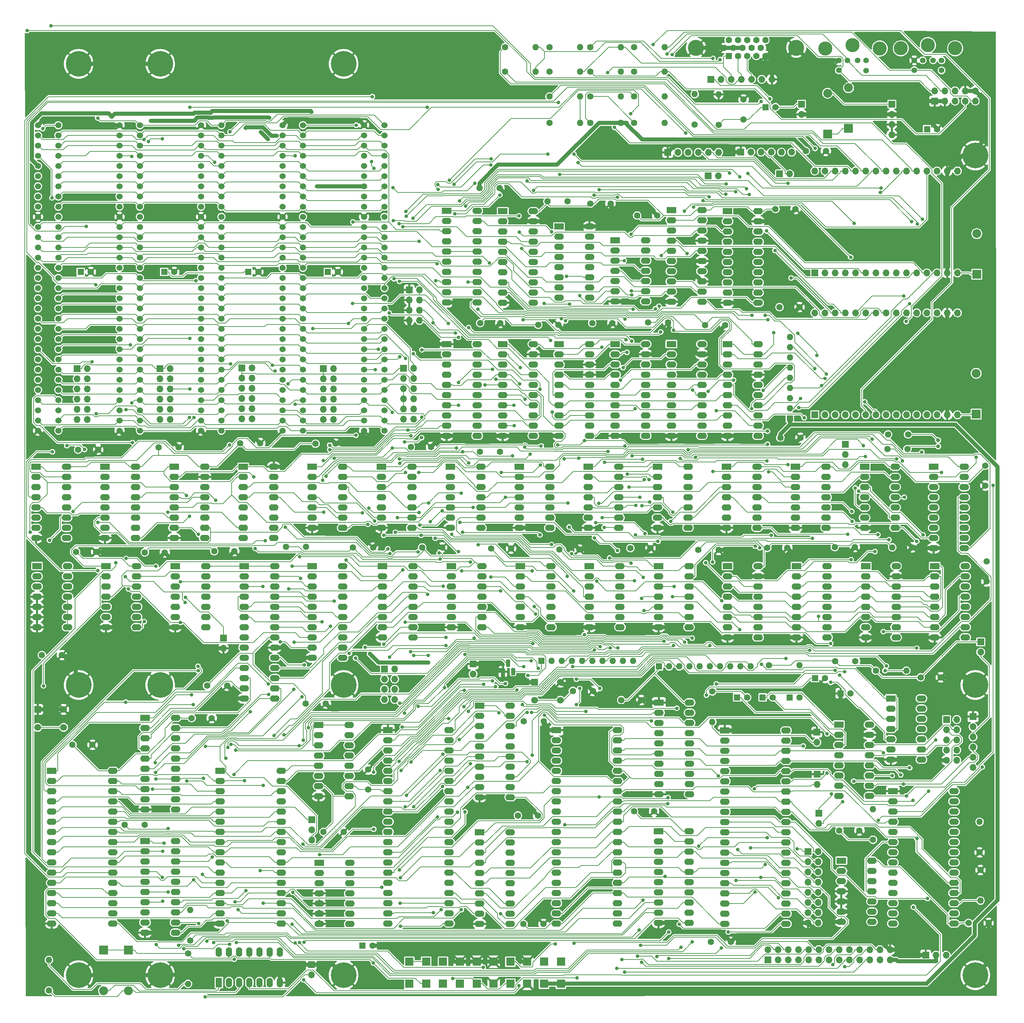
<source format=gtl>
%TF.GenerationSoftware,KiCad,Pcbnew,8.0.6*%
%TF.CreationDate,2025-02-02T08:40:46-06:00*%
%TF.ProjectId,6809PC-6U,36383039-5043-42d3-9655-2e6b69636164,1/21/2025 001*%
%TF.SameCoordinates,Original*%
%TF.FileFunction,Copper,L1,Top*%
%TF.FilePolarity,Positive*%
%FSLAX46Y46*%
G04 Gerber Fmt 4.6, Leading zero omitted, Abs format (unit mm)*
G04 Created by KiCad (PCBNEW 8.0.6) date 2025-02-02 08:40:46*
%MOMM*%
%LPD*%
G01*
G04 APERTURE LIST*
G04 Aperture macros list*
%AMRoundRect*
0 Rectangle with rounded corners*
0 $1 Rounding radius*
0 $2 $3 $4 $5 $6 $7 $8 $9 X,Y pos of 4 corners*
0 Add a 4 corners polygon primitive as box body*
4,1,4,$2,$3,$4,$5,$6,$7,$8,$9,$2,$3,0*
0 Add four circle primitives for the rounded corners*
1,1,$1+$1,$2,$3*
1,1,$1+$1,$4,$5*
1,1,$1+$1,$6,$7*
1,1,$1+$1,$8,$9*
0 Add four rect primitives between the rounded corners*
20,1,$1+$1,$2,$3,$4,$5,0*
20,1,$1+$1,$4,$5,$6,$7,0*
20,1,$1+$1,$6,$7,$8,$9,0*
20,1,$1+$1,$8,$9,$2,$3,0*%
G04 Aperture macros list end*
%TA.AperFunction,ComponentPad*%
%ADD10R,1.700000X1.700000*%
%TD*%
%TA.AperFunction,ComponentPad*%
%ADD11C,1.700000*%
%TD*%
%TA.AperFunction,ComponentPad*%
%ADD12O,1.700000X1.700000*%
%TD*%
%TA.AperFunction,ComponentPad*%
%ADD13R,1.600000X1.600000*%
%TD*%
%TA.AperFunction,ComponentPad*%
%ADD14O,1.600000X1.600000*%
%TD*%
%TA.AperFunction,ComponentPad*%
%ADD15C,1.600000*%
%TD*%
%TA.AperFunction,ComponentPad*%
%ADD16R,2.400000X1.600000*%
%TD*%
%TA.AperFunction,ComponentPad*%
%ADD17O,2.400000X1.600000*%
%TD*%
%TA.AperFunction,ComponentPad*%
%ADD18R,1.600000X2.400000*%
%TD*%
%TA.AperFunction,ComponentPad*%
%ADD19O,1.600000X2.400000*%
%TD*%
%TA.AperFunction,ComponentPad*%
%ADD20R,2.200000X2.200000*%
%TD*%
%TA.AperFunction,ComponentPad*%
%ADD21O,2.200000X2.200000*%
%TD*%
%TA.AperFunction,ComponentPad*%
%ADD22C,1.000000*%
%TD*%
%TA.AperFunction,ComponentPad*%
%ADD23C,3.600000*%
%TD*%
%TA.AperFunction,ConnectorPad*%
%ADD24C,6.400000*%
%TD*%
%TA.AperFunction,ComponentPad*%
%ADD25R,2.125980X2.125980*%
%TD*%
%TA.AperFunction,ComponentPad*%
%ADD26C,1.524000*%
%TD*%
%TA.AperFunction,ComponentPad*%
%ADD27C,1.422400*%
%TD*%
%TA.AperFunction,ComponentPad*%
%ADD28C,3.497580*%
%TD*%
%TA.AperFunction,ComponentPad*%
%ADD29R,1.100000X1.800000*%
%TD*%
%TA.AperFunction,ComponentPad*%
%ADD30RoundRect,0.275000X-0.275000X-0.625000X0.275000X-0.625000X0.275000X0.625000X-0.275000X0.625000X0*%
%TD*%
%TA.AperFunction,ComponentPad*%
%ADD31C,4.000000*%
%TD*%
%TA.AperFunction,ViaPad*%
%ADD32C,0.889000*%
%TD*%
%TA.AperFunction,Conductor*%
%ADD33C,0.203200*%
%TD*%
%TA.AperFunction,Conductor*%
%ADD34C,1.000000*%
%TD*%
G04 APERTURE END LIST*
D10*
%TO.P,SW1,1,1*%
%TO.N,GND*%
X72764200Y-227386200D03*
D11*
X79264200Y-227386200D03*
%TO.P,SW1,2,2*%
%TO.N,Net-(P12-Pin_2)*%
X72764200Y-231886200D03*
X79264200Y-231886200D03*
%TD*%
D10*
%TO.P,SW2,1,1*%
%TO.N,GND*%
X196617000Y-220600200D03*
D11*
X203117000Y-220600200D03*
%TO.P,SW2,2,2*%
%TO.N,{slash}RESET*%
X196617000Y-225100200D03*
X203117000Y-225100200D03*
%TD*%
D10*
%TO.P,P16,1,Pin_1*%
%TO.N,Net-(D4-A)*%
X285707600Y-76402600D03*
D12*
%TO.P,P16,2,Pin_2*%
%TO.N,GND*%
X285707600Y-78942600D03*
%TO.P,P16,3,Pin_3*%
X285707600Y-81482600D03*
%TO.P,P16,4,Pin_4*%
X285707600Y-84022600D03*
%TD*%
D10*
%TO.P,K2,1,Pin_1*%
%TO.N,{slash}MMU-DISABLE*%
X274084600Y-161244600D03*
D12*
%TO.P,K2,2,Pin_2*%
%TO.N,/CPU 6809/{slash}INTA*%
X274084600Y-163784600D03*
%TO.P,K2,3,Pin_3*%
%TO.N,{slash}MMU-CLR-TASK-REG*%
X274084600Y-166324600D03*
%TD*%
D10*
%TO.P,K1,1,Pin_1*%
%TO.N,{slash}WR*%
X141141000Y-254919800D03*
D12*
%TO.P,K1,2,Pin_2*%
%TO.N,PULLUP2*%
X141141000Y-257459800D03*
%TO.P,K1,3,Pin_3*%
%TO.N,mA18*%
X141141000Y-259999800D03*
%TD*%
D10*
%TO.P,K3,1,Pin_1*%
%TO.N,GND*%
X294150600Y-288701800D03*
D12*
%TO.P,K3,2,Pin_2*%
%TO.N,/VIAS/PPWR*%
X296690600Y-288701800D03*
%TO.P,K3,3,Pin_3*%
%TO.N,VCC*%
X299230600Y-288701800D03*
%TD*%
D10*
%TO.P,P12,1,Pin_1*%
%TO.N,GND*%
X140988600Y-291033600D03*
D12*
%TO.P,P12,2,Pin_2*%
%TO.N,Net-(P12-Pin_2)*%
X140988600Y-293573600D03*
%TD*%
D10*
%TO.P,JP1,1,Pin_1*%
%TO.N,{slash}RESET*%
X119093800Y-209606200D03*
D12*
%TO.P,JP1,2,Pin_2*%
%TO.N,GND*%
X119093800Y-212146200D03*
%TD*%
D10*
%TO.P,JP3,1,A*%
%TO.N,Net-(JP3-A)*%
X267531400Y-253294200D03*
D12*
%TO.P,JP3,2,B*%
%TO.N,/ACIA/CTS*%
X267531400Y-255834200D03*
%TD*%
D13*
%TO.P,RR1,1,common*%
%TO.N,VCC*%
X198341800Y-215270400D03*
D14*
%TO.P,RR1,2,R1*%
%TO.N,B_{slash}INT*%
X200881800Y-215270400D03*
%TO.P,RR1,3,R2*%
%TO.N,PULLUP1*%
X203421800Y-215270400D03*
%TO.P,RR1,4,R3*%
%TO.N,PULLUP2*%
X205961800Y-215270400D03*
%TO.P,RR1,5,R4*%
%TO.N,PULLUP3*%
X208501800Y-215270400D03*
%TO.P,RR1,6,R5*%
%TO.N,PG*%
X211041800Y-215270400D03*
%TO.P,RR1,7,R6*%
%TO.N,PULLUP4*%
X213581800Y-215270400D03*
%TO.P,RR1,8,R7*%
%TO.N,{slash}RESET*%
X216121800Y-215270400D03*
%TO.P,RR1,9,R8*%
%TO.N,B_{slash}NMI*%
X218661800Y-215270400D03*
%TO.P,RR1,10,R9*%
%TO.N,unconnected-(RR1-R9-Pad10)*%
X221201800Y-215270400D03*
%TD*%
D13*
%TO.P,RR2,1,common*%
%TO.N,VCC*%
X227653400Y-216667400D03*
D14*
%TO.P,RR2,2,R1*%
%TO.N,{slash}HALT*%
X230193400Y-216667400D03*
%TO.P,RR2,3,R2*%
%TO.N,MRDY*%
X232733400Y-216667400D03*
%TO.P,RR2,4,R3*%
%TO.N,unconnected-(RR2-R3-Pad4)*%
X235273400Y-216667400D03*
%TO.P,RR2,5,R4*%
%TO.N,{slash}NMI*%
X237813400Y-216667400D03*
%TO.P,RR2,6,R5*%
%TO.N,{slash}IRQ*%
X240353400Y-216667400D03*
%TO.P,RR2,7,R6*%
%TO.N,{slash}FIRQ*%
X242893400Y-216667400D03*
%TO.P,RR2,8,R7*%
%TO.N,{slash}MMU-DISABLE*%
X245433400Y-216667400D03*
%TO.P,RR2,9,R8*%
%TO.N,{slash}MMU-CLR-TASK-REG*%
X247973400Y-216667400D03*
%TO.P,RR2,10,R9*%
%TO.N,CPU_BS*%
X250513400Y-216667400D03*
%TD*%
D15*
%TO.P,R6,1*%
%TO.N,GND*%
X307585800Y-263064600D03*
D14*
%TO.P,R6,2*%
%TO.N,/ACIA/DCD*%
X307585800Y-255444600D03*
%TD*%
D15*
%TO.P,R7,1*%
%TO.N,VCC*%
X281017400Y-259915000D03*
D14*
%TO.P,R7,2*%
%TO.N,/ACIA/DTR*%
X281017400Y-252295000D03*
%TD*%
D15*
%TO.P,R4,1*%
%TO.N,VCC*%
X281704600Y-217734200D03*
D14*
%TO.P,R4,2*%
%TO.N,Net-(JP3-A)*%
X289324600Y-217734200D03*
%TD*%
D15*
%TO.P,R1,1*%
%TO.N,5VSB*%
X110254600Y-288244600D03*
D14*
%TO.P,R1,2*%
%TO.N,Net-(P12-Pin_2)*%
X110254600Y-295864600D03*
%TD*%
D15*
%TO.P,R3,1*%
%TO.N,Net-(D2-A)*%
X110762600Y-285044200D03*
D14*
%TO.P,R3,2*%
%TO.N,5VSB*%
X110762600Y-277424200D03*
%TD*%
D15*
%TO.P,R2,1*%
%TO.N,Net-(D1-A)*%
X75582200Y-297507000D03*
D14*
%TO.P,R2,2*%
%TO.N,Net-(P12-Pin_2)*%
X75582200Y-289887000D03*
%TD*%
D10*
%TO.P,P18,1,Pin_1*%
%TO.N,unconnected-(P18-Pin_1-Pad1)*%
X299332200Y-229926200D03*
D12*
%TO.P,P18,2,Pin_2*%
%TO.N,unconnected-(P18-Pin_2-Pad2)*%
X301872200Y-229926200D03*
%TO.P,P18,3,Pin_3*%
%TO.N,/ACIA/RXD*%
X299332200Y-232466200D03*
%TO.P,P18,4,Pin_4*%
%TO.N,/ACIA/RTS*%
X301872200Y-232466200D03*
%TO.P,P18,5,Pin_5*%
%TO.N,/ACIA/TXD*%
X299332200Y-235006200D03*
%TO.P,P18,6,Pin_6*%
%TO.N,/ACIA/CTS*%
X301872200Y-235006200D03*
%TO.P,P18,7,Pin_7*%
%TO.N,unconnected-(P18-Pin_7-Pad7)*%
X299332200Y-237546200D03*
%TO.P,P18,8,Pin_8*%
%TO.N,unconnected-(P18-Pin_8-Pad8)*%
X301872200Y-237546200D03*
%TO.P,P18,9,Pin_9*%
%TO.N,GND*%
X299332200Y-240086200D03*
%TO.P,P18,10,Pin_10*%
%TO.N,unconnected-(P18-Pin_10-Pad10)*%
X301872200Y-240086200D03*
%TD*%
D10*
%TO.P,P15,1,Pin_1*%
%TO.N,/CPU 6809/8MHZ*%
X159220800Y-217312400D03*
D12*
%TO.P,P15,2,Pin_2*%
%TO.N,CLK*%
X161760800Y-217312400D03*
%TO.P,P15,3,Pin_3*%
%TO.N,/CPU 6809/4MHZ*%
X159220800Y-219852400D03*
%TO.P,P15,4,Pin_4*%
%TO.N,CLK*%
X161760800Y-219852400D03*
%TO.P,P15,5,Pin_5*%
%TO.N,/CPU 6809/2MHZ*%
X159220800Y-222392400D03*
%TO.P,P15,6,Pin_6*%
%TO.N,CLK*%
X161760800Y-222392400D03*
%TO.P,P15,7,Pin_7*%
%TO.N,/CPU 6809/1MHZ*%
X159220800Y-224932400D03*
%TO.P,P15,8,Pin_8*%
%TO.N,CLK*%
X161760800Y-224932400D03*
%TD*%
D10*
%TO.P,P1,1,Pin_1*%
%TO.N,GND*%
X165418400Y-122748200D03*
D12*
%TO.P,P1,2,Pin_2*%
%TO.N,XM19*%
X167958400Y-122748200D03*
%TO.P,P1,3,Pin_3*%
%TO.N,GND*%
X165418400Y-125288200D03*
%TO.P,P1,4,Pin_4*%
%TO.N,XM18*%
X167958400Y-125288200D03*
%TO.P,P1,5,Pin_5*%
%TO.N,GND*%
X165418400Y-127828200D03*
%TO.P,P1,6,Pin_6*%
%TO.N,XM17*%
X167958400Y-127828200D03*
%TO.P,P1,7,Pin_7*%
%TO.N,GND*%
X165418400Y-130368200D03*
%TO.P,P1,8,Pin_8*%
%TO.N,XM16*%
X167958400Y-130368200D03*
%TD*%
D10*
%TO.P,P20,1,Pin_1*%
%TO.N,/VIAS/PC0*%
X254780600Y-289870200D03*
D12*
%TO.P,P20,2,Pin_2*%
%TO.N,/VIAS/PA0*%
X254780600Y-287330200D03*
%TO.P,P20,3,Pin_3*%
%TO.N,/VIAS/PC1*%
X257320600Y-289870200D03*
%TO.P,P20,4,Pin_4*%
%TO.N,/VIAS/PA1*%
X257320600Y-287330200D03*
%TO.P,P20,5,Pin_5*%
%TO.N,/VIAS/PC2*%
X259860600Y-289870200D03*
%TO.P,P20,6,Pin_6*%
%TO.N,/VIAS/PA2*%
X259860600Y-287330200D03*
%TO.P,P20,7,Pin_7*%
%TO.N,/VIAS/PC3*%
X262400600Y-289870200D03*
%TO.P,P20,8,Pin_8*%
%TO.N,/VIAS/PA3*%
X262400600Y-287330200D03*
%TO.P,P20,9,Pin_9*%
%TO.N,/VIAS/PC4*%
X264940600Y-289870200D03*
%TO.P,P20,10,Pin_10*%
%TO.N,/VIAS/PA4*%
X264940600Y-287330200D03*
%TO.P,P20,11,Pin_11*%
%TO.N,/VIAS/PC5*%
X267480600Y-289870200D03*
%TO.P,P20,12,Pin_12*%
%TO.N,/VIAS/PA5*%
X267480600Y-287330200D03*
%TO.P,P20,13,Pin_13*%
%TO.N,/VIAS/PC6*%
X270020600Y-289870200D03*
%TO.P,P20,14,Pin_14*%
%TO.N,/VIAS/PA6*%
X270020600Y-287330200D03*
%TO.P,P20,15,Pin_15*%
%TO.N,/VIAS/PC7*%
X272560600Y-289870200D03*
%TO.P,P20,16,Pin_16*%
%TO.N,/VIAS/PA7*%
X272560600Y-287330200D03*
%TO.P,P20,17,Pin_17*%
%TO.N,/VIAS/PB7*%
X275100600Y-289870200D03*
%TO.P,P20,18,Pin_18*%
%TO.N,/VIAS/PB0*%
X275100600Y-287330200D03*
%TO.P,P20,19,Pin_19*%
%TO.N,/VIAS/PB6*%
X277640600Y-289870200D03*
%TO.P,P20,20,Pin_20*%
%TO.N,/VIAS/PB1*%
X277640600Y-287330200D03*
%TO.P,P20,21,Pin_21*%
%TO.N,/VIAS/PB5*%
X280180600Y-289870200D03*
%TO.P,P20,22,Pin_22*%
%TO.N,/VIAS/PB2*%
X280180600Y-287330200D03*
%TO.P,P20,23,Pin_23*%
%TO.N,/VIAS/PB4*%
X282720600Y-289870200D03*
%TO.P,P20,24,Pin_24*%
%TO.N,/VIAS/PB3*%
X282720600Y-287330200D03*
%TO.P,P20,25,Pin_25*%
%TO.N,/VIAS/PPWR*%
X285260600Y-289870200D03*
%TO.P,P20,26,Pin_26*%
%TO.N,GND*%
X285260600Y-287330200D03*
%TD*%
D16*
%TO.P,U57,1,VSS*%
%TO.N,GND*%
X202099000Y-232582400D03*
D17*
%TO.P,U57,2,PA0*%
%TO.N,/VIAS/PA0*%
X202099000Y-235122400D03*
%TO.P,U57,3,PA1*%
%TO.N,/VIAS/PA1*%
X202099000Y-237662400D03*
%TO.P,U57,4,PA2*%
%TO.N,/VIAS/PA2*%
X202099000Y-240202400D03*
%TO.P,U57,5,PA3*%
%TO.N,/VIAS/PA3*%
X202099000Y-242742400D03*
%TO.P,U57,6,PA4*%
%TO.N,/VIAS/PA4*%
X202099000Y-245282400D03*
%TO.P,U57,7,PA5*%
%TO.N,/VIAS/PA5*%
X202099000Y-247822400D03*
%TO.P,U57,8,PA6*%
%TO.N,/VIAS/PA6*%
X202099000Y-250362400D03*
%TO.P,U57,9,PA7*%
%TO.N,/VIAS/PA7*%
X202099000Y-252902400D03*
%TO.P,U57,10,PB0*%
%TO.N,/VIAS/PB0*%
X202099000Y-255442400D03*
%TO.P,U57,11,PB1*%
%TO.N,/VIAS/PB1*%
X202099000Y-257982400D03*
%TO.P,U57,12,PB2*%
%TO.N,/VIAS/PB2*%
X202099000Y-260522400D03*
%TO.P,U57,13,PB3*%
%TO.N,/VIAS/PB3*%
X202099000Y-263062400D03*
%TO.P,U57,14,PB4*%
%TO.N,/VIAS/PB4*%
X202099000Y-265602400D03*
%TO.P,U57,15,PB5*%
%TO.N,/VIAS/PB5*%
X202099000Y-268142400D03*
%TO.P,U57,16,PB6*%
%TO.N,/VIAS/PB6*%
X202099000Y-270682400D03*
%TO.P,U57,17,PB7*%
%TO.N,/VIAS/PB7*%
X202099000Y-273222400D03*
%TO.P,U57,18,CB1*%
%TO.N,/VIAS/CB1*%
X202099000Y-275762400D03*
%TO.P,U57,19,CB2*%
%TO.N,/VIAS/CB2*%
X202099000Y-278302400D03*
%TO.P,U57,20,VCC*%
%TO.N,VCC*%
X202099000Y-280842400D03*
%TO.P,U57,21,~{IRQ}*%
%TO.N,{slash}IRQ*%
X217339000Y-280842400D03*
%TO.P,U57,22,R/~{W}*%
%TO.N,R{slash}W*%
X217339000Y-278302400D03*
%TO.P,U57,23,~{CS2}*%
%TO.N,{slash}IOSEL-0EFA0*%
X217339000Y-275762400D03*
%TO.P,U57,24,CS1*%
%TO.N,VCC*%
X217339000Y-273222400D03*
%TO.P,U57,25,\u03D52*%
%TO.N,E*%
X217339000Y-270682400D03*
%TO.P,U57,26,D7*%
%TO.N,mD7*%
X217339000Y-268142400D03*
%TO.P,U57,27,D6*%
%TO.N,mD6*%
X217339000Y-265602400D03*
%TO.P,U57,28,D5*%
%TO.N,mD5*%
X217339000Y-263062400D03*
%TO.P,U57,29,D4*%
%TO.N,mD4*%
X217339000Y-260522400D03*
%TO.P,U57,30,D3*%
%TO.N,mD3*%
X217339000Y-257982400D03*
%TO.P,U57,31,D2*%
%TO.N,mD2*%
X217339000Y-255442400D03*
%TO.P,U57,32,D1*%
%TO.N,mD1*%
X217339000Y-252902400D03*
%TO.P,U57,33,D0*%
%TO.N,mD0*%
X217339000Y-250362400D03*
%TO.P,U57,34,~{RES}*%
%TO.N,{slash}RESET*%
X217339000Y-247822400D03*
%TO.P,U57,35,RS3*%
%TO.N,mA3*%
X217339000Y-245282400D03*
%TO.P,U57,36,RS2*%
%TO.N,mA2*%
X217339000Y-242742400D03*
%TO.P,U57,37,RS1*%
%TO.N,mA1*%
X217339000Y-240202400D03*
%TO.P,U57,38,RS0*%
%TO.N,mA0*%
X217339000Y-237662400D03*
%TO.P,U57,39,CA2*%
%TO.N,/VIAS/CA2*%
X217339000Y-235122400D03*
%TO.P,U57,40,CA1*%
%TO.N,/VIAS/CA1*%
X217339000Y-232582400D03*
%TD*%
D16*
%TO.P,U58,1,VSS*%
%TO.N,GND*%
X244087800Y-232618400D03*
D17*
%TO.P,U58,2,PA0*%
%TO.N,/VIAS/PC0*%
X244087800Y-235158400D03*
%TO.P,U58,3,PA1*%
%TO.N,/VIAS/PC1*%
X244087800Y-237698400D03*
%TO.P,U58,4,PA2*%
%TO.N,/VIAS/PC2*%
X244087800Y-240238400D03*
%TO.P,U58,5,PA3*%
%TO.N,/VIAS/PC3*%
X244087800Y-242778400D03*
%TO.P,U58,6,PA4*%
%TO.N,/VIAS/PC4*%
X244087800Y-245318400D03*
%TO.P,U58,7,PA5*%
%TO.N,/VIAS/PC5*%
X244087800Y-247858400D03*
%TO.P,U58,8,PA6*%
%TO.N,/VIAS/PC6*%
X244087800Y-250398400D03*
%TO.P,U58,9,PA7*%
%TO.N,/VIAS/PC7*%
X244087800Y-252938400D03*
%TO.P,U58,10,PB0*%
%TO.N,PD0*%
X244087800Y-255478400D03*
%TO.P,U58,11,PB1*%
%TO.N,PD1*%
X244087800Y-258018400D03*
%TO.P,U58,12,PB2*%
%TO.N,PD2*%
X244087800Y-260558400D03*
%TO.P,U58,13,PB3*%
%TO.N,PD3*%
X244087800Y-263098400D03*
%TO.P,U58,14,PB4*%
%TO.N,PD4*%
X244087800Y-265638400D03*
%TO.P,U58,15,PB5*%
%TO.N,PD5*%
X244087800Y-268178400D03*
%TO.P,U58,16,PB6*%
%TO.N,PD6*%
X244087800Y-270718400D03*
%TO.P,U58,17,PB7*%
%TO.N,PD7*%
X244087800Y-273258400D03*
%TO.P,U58,18,CB1*%
%TO.N,CD1*%
X244087800Y-275798400D03*
%TO.P,U58,19,CB2*%
%TO.N,CD2*%
X244087800Y-278338400D03*
%TO.P,U58,20,VCC*%
%TO.N,VCC*%
X244087800Y-280878400D03*
%TO.P,U58,21,~{IRQ}*%
%TO.N,{slash}IRQ*%
X259327800Y-280878400D03*
%TO.P,U58,22,R/~{W}*%
%TO.N,R{slash}W*%
X259327800Y-278338400D03*
%TO.P,U58,23,~{CS2}*%
%TO.N,{slash}IOSEL-0EFB0*%
X259327800Y-275798400D03*
%TO.P,U58,24,CS1*%
%TO.N,VCC*%
X259327800Y-273258400D03*
%TO.P,U58,25,\u03D52*%
%TO.N,E*%
X259327800Y-270718400D03*
%TO.P,U58,26,D7*%
%TO.N,mD7*%
X259327800Y-268178400D03*
%TO.P,U58,27,D6*%
%TO.N,mD6*%
X259327800Y-265638400D03*
%TO.P,U58,28,D5*%
%TO.N,mD5*%
X259327800Y-263098400D03*
%TO.P,U58,29,D4*%
%TO.N,mD4*%
X259327800Y-260558400D03*
%TO.P,U58,30,D3*%
%TO.N,mD3*%
X259327800Y-258018400D03*
%TO.P,U58,31,D2*%
%TO.N,mD2*%
X259327800Y-255478400D03*
%TO.P,U58,32,D1*%
%TO.N,mD1*%
X259327800Y-252938400D03*
%TO.P,U58,33,D0*%
%TO.N,mD0*%
X259327800Y-250398400D03*
%TO.P,U58,34,~{RES}*%
%TO.N,{slash}RESET*%
X259327800Y-247858400D03*
%TO.P,U58,35,RS3*%
%TO.N,mA3*%
X259327800Y-245318400D03*
%TO.P,U58,36,RS2*%
%TO.N,mA2*%
X259327800Y-242778400D03*
%TO.P,U58,37,RS1*%
%TO.N,mA1*%
X259327800Y-240238400D03*
%TO.P,U58,38,RS0*%
%TO.N,mA0*%
X259327800Y-237698400D03*
%TO.P,U58,39,CA2*%
%TO.N,/VIAS/CC2*%
X259327800Y-235158400D03*
%TO.P,U58,40,CA1*%
%TO.N,/VIAS/CC1*%
X259327800Y-232618400D03*
%TD*%
D16*
%TO.P,U33,1,VSS*%
%TO.N,GND*%
X160114800Y-232542400D03*
D17*
%TO.P,U33,2,~{NMI}*%
%TO.N,{slash}NMI*%
X160114800Y-235082400D03*
%TO.P,U33,3,~{IRQ}*%
%TO.N,{slash}IRQ*%
X160114800Y-237622400D03*
%TO.P,U33,4,~{FIRQ}*%
%TO.N,{slash}FIRQ*%
X160114800Y-240162400D03*
%TO.P,U33,5,BS*%
%TO.N,CPU_BS*%
X160114800Y-242702400D03*
%TO.P,U33,6,BA*%
%TO.N,CPU_BA*%
X160114800Y-245242400D03*
%TO.P,U33,7,VCC*%
%TO.N,VCC*%
X160114800Y-247782400D03*
%TO.P,U33,8,A0*%
%TO.N,LA0*%
X160114800Y-250322400D03*
%TO.P,U33,9,A1*%
%TO.N,LA1*%
X160114800Y-252862400D03*
%TO.P,U33,10,A2*%
%TO.N,LA2*%
X160114800Y-255402400D03*
%TO.P,U33,11,A3*%
%TO.N,LA3*%
X160114800Y-257942400D03*
%TO.P,U33,12,A4*%
%TO.N,LA4*%
X160114800Y-260482400D03*
%TO.P,U33,13,A5*%
%TO.N,LA5*%
X160114800Y-263022400D03*
%TO.P,U33,14,A6*%
%TO.N,LA6*%
X160114800Y-265562400D03*
%TO.P,U33,15,A7*%
%TO.N,LA7*%
X160114800Y-268102400D03*
%TO.P,U33,16,A8*%
%TO.N,LA8*%
X160114800Y-270642400D03*
%TO.P,U33,17,A9*%
%TO.N,LA9*%
X160114800Y-273182400D03*
%TO.P,U33,18,A10*%
%TO.N,LA10*%
X160114800Y-275722400D03*
%TO.P,U33,19,A11*%
%TO.N,LA11*%
X160114800Y-278262400D03*
%TO.P,U33,20,A12*%
%TO.N,LA12*%
X160114800Y-280802400D03*
%TO.P,U33,21,A13*%
%TO.N,LA13*%
X175354800Y-280802400D03*
%TO.P,U33,22,A14*%
%TO.N,LA14*%
X175354800Y-278262400D03*
%TO.P,U33,23,A15*%
%TO.N,LA15*%
X175354800Y-275722400D03*
%TO.P,U33,24,D7*%
%TO.N,CPU_D7*%
X175354800Y-273182400D03*
%TO.P,U33,25,D6*%
%TO.N,CPU_D6*%
X175354800Y-270642400D03*
%TO.P,U33,26,D5*%
%TO.N,CPU_D5*%
X175354800Y-268102400D03*
%TO.P,U33,27,D4*%
%TO.N,CPU_D4*%
X175354800Y-265562400D03*
%TO.P,U33,28,D3*%
%TO.N,CPU_D3*%
X175354800Y-263022400D03*
%TO.P,U33,29,D2*%
%TO.N,CPU_D2*%
X175354800Y-260482400D03*
%TO.P,U33,30,D1*%
%TO.N,CPU_D1*%
X175354800Y-257942400D03*
%TO.P,U33,31,D0*%
%TO.N,CPU_D0*%
X175354800Y-255402400D03*
%TO.P,U33,32,R/~{W}*%
%TO.N,CPU_R{slash}W*%
X175354800Y-252862400D03*
%TO.P,U33,33,~{DMA/BREQ}*%
%TO.N,unconnected-(U33-~{DMA{slash}BREQ}-Pad33)*%
X175354800Y-250322400D03*
%TO.P,U33,34,E*%
%TO.N,CPU_E*%
X175354800Y-247782400D03*
%TO.P,U33,35,Q*%
%TO.N,CPU_Q*%
X175354800Y-245242400D03*
%TO.P,U33,36,MRDY*%
%TO.N,MRDY*%
X175354800Y-242702400D03*
%TO.P,U33,37,~{RESET}*%
%TO.N,{slash}RESET*%
X175354800Y-240162400D03*
%TO.P,U33,38,EXTAL*%
%TO.N,CLK*%
X175354800Y-237622400D03*
%TO.P,U33,39,XTAL*%
%TO.N,Net-(JP2-B)*%
X175354800Y-235082400D03*
%TO.P,U33,40,~{HALT}*%
%TO.N,{slash}HALT*%
X175354800Y-232542400D03*
%TD*%
D16*
%TO.P,U9,1,A18*%
%TO.N,mA18*%
X118226200Y-242732400D03*
D17*
%TO.P,U9,2,A16*%
%TO.N,mA16*%
X118226200Y-245272400D03*
%TO.P,U9,3,A15*%
%TO.N,mA15*%
X118226200Y-247812400D03*
%TO.P,U9,4,A12*%
%TO.N,mA12*%
X118226200Y-250352400D03*
%TO.P,U9,5,A7*%
%TO.N,mA7*%
X118226200Y-252892400D03*
%TO.P,U9,6,A6*%
%TO.N,mA6*%
X118226200Y-255432400D03*
%TO.P,U9,7,A5*%
%TO.N,mA5*%
X118226200Y-257972400D03*
%TO.P,U9,8,A4*%
%TO.N,mA4*%
X118226200Y-260512400D03*
%TO.P,U9,9,A3*%
%TO.N,mA3*%
X118226200Y-263052400D03*
%TO.P,U9,10,A2*%
%TO.N,mA2*%
X118226200Y-265592400D03*
%TO.P,U9,11,A1*%
%TO.N,mA1*%
X118226200Y-268132400D03*
%TO.P,U9,12,A0*%
%TO.N,mA0*%
X118226200Y-270672400D03*
%TO.P,U9,13,D0*%
%TO.N,mD0*%
X118226200Y-273212400D03*
%TO.P,U9,14,D1*%
%TO.N,mD1*%
X118226200Y-275752400D03*
%TO.P,U9,15,D2*%
%TO.N,mD2*%
X118226200Y-278292400D03*
%TO.P,U9,16,GND*%
%TO.N,GND*%
X118226200Y-280832400D03*
%TO.P,U9,17,D3*%
%TO.N,mD3*%
X133466200Y-280832400D03*
%TO.P,U9,18,D4*%
%TO.N,mD4*%
X133466200Y-278292400D03*
%TO.P,U9,19,D5*%
%TO.N,mD5*%
X133466200Y-275752400D03*
%TO.P,U9,20,D6*%
%TO.N,mD6*%
X133466200Y-273212400D03*
%TO.P,U9,21,D7*%
%TO.N,mD7*%
X133466200Y-270672400D03*
%TO.P,U9,22,CE*%
%TO.N,Net-(U9-CE)*%
X133466200Y-268132400D03*
%TO.P,U9,23,A10*%
%TO.N,mA10*%
X133466200Y-265592400D03*
%TO.P,U9,24,OE*%
%TO.N,{slash}RD*%
X133466200Y-263052400D03*
%TO.P,U9,25,A11*%
%TO.N,mA11*%
X133466200Y-260512400D03*
%TO.P,U9,26,A9*%
%TO.N,mA9*%
X133466200Y-257972400D03*
%TO.P,U9,27,A8*%
%TO.N,mA8*%
X133466200Y-255432400D03*
%TO.P,U9,28,A13*%
%TO.N,mA13*%
X133466200Y-252892400D03*
%TO.P,U9,29,A14*%
%TO.N,mA14*%
X133466200Y-250352400D03*
%TO.P,U9,30,A17*%
%TO.N,mA17*%
X133466200Y-247812400D03*
%TO.P,U9,31,PGM*%
%TO.N,PULLUP2*%
X133466200Y-245272400D03*
%TO.P,U9,32,VCC*%
%TO.N,VCC*%
X133466200Y-242732400D03*
%TD*%
D16*
%TO.P,U8,1,A18*%
%TO.N,mA18*%
X76289800Y-242732400D03*
D17*
%TO.P,U8,2,A16*%
%TO.N,mA16*%
X76289800Y-245272400D03*
%TO.P,U8,3,A14*%
%TO.N,mA14*%
X76289800Y-247812400D03*
%TO.P,U8,4,A12*%
%TO.N,mA12*%
X76289800Y-250352400D03*
%TO.P,U8,5,A7*%
%TO.N,mA7*%
X76289800Y-252892400D03*
%TO.P,U8,6,A6*%
%TO.N,mA6*%
X76289800Y-255432400D03*
%TO.P,U8,7,A5*%
%TO.N,mA5*%
X76289800Y-257972400D03*
%TO.P,U8,8,A4*%
%TO.N,mA4*%
X76289800Y-260512400D03*
%TO.P,U8,9,A3*%
%TO.N,mA3*%
X76289800Y-263052400D03*
%TO.P,U8,10,A2*%
%TO.N,mA2*%
X76289800Y-265592400D03*
%TO.P,U8,11,A1*%
%TO.N,mA1*%
X76289800Y-268132400D03*
%TO.P,U8,12,A0*%
%TO.N,mA0*%
X76289800Y-270672400D03*
%TO.P,U8,13,DQ0*%
%TO.N,mD0*%
X76289800Y-273212400D03*
%TO.P,U8,14,DQ1*%
%TO.N,mD1*%
X76289800Y-275752400D03*
%TO.P,U8,15,DQ2*%
%TO.N,mD2*%
X76289800Y-278292400D03*
%TO.P,U8,16,VSS*%
%TO.N,GND*%
X76289800Y-280832400D03*
%TO.P,U8,17,DQ3*%
%TO.N,mD3*%
X91529800Y-280832400D03*
%TO.P,U8,18,DQ4*%
%TO.N,mD4*%
X91529800Y-278292400D03*
%TO.P,U8,19,DQ5*%
%TO.N,mD5*%
X91529800Y-275752400D03*
%TO.P,U8,20,DQ6*%
%TO.N,mD6*%
X91529800Y-273212400D03*
%TO.P,U8,21,DQ7*%
%TO.N,mD7*%
X91529800Y-270672400D03*
%TO.P,U8,22,CE#*%
%TO.N,Net-(U8-CE#)*%
X91529800Y-268132400D03*
%TO.P,U8,23,A10*%
%TO.N,mA10*%
X91529800Y-265592400D03*
%TO.P,U8,24,OE#*%
%TO.N,{slash}RD*%
X91529800Y-263052400D03*
%TO.P,U8,25,A11*%
%TO.N,mA11*%
X91529800Y-260512400D03*
%TO.P,U8,26,A9*%
%TO.N,mA9*%
X91529800Y-257972400D03*
%TO.P,U8,27,A8*%
%TO.N,mA8*%
X91529800Y-255432400D03*
%TO.P,U8,28,A13*%
%TO.N,mA13*%
X91529800Y-252892400D03*
%TO.P,U8,29,WE#*%
%TO.N,{slash}WR*%
X91529800Y-250352400D03*
%TO.P,U8,30,A17*%
%TO.N,mA17*%
X91529800Y-247812400D03*
%TO.P,U8,31,A15*%
%TO.N,mA15*%
X91529800Y-245272400D03*
%TO.P,U8,32,VCC*%
%TO.N,VCC*%
X91529800Y-242732400D03*
%TD*%
D16*
%TO.P,U48,1,VSS*%
%TO.N,GND*%
X285971800Y-247782400D03*
D17*
%TO.P,U48,2,CS1*%
%TO.N,mA2*%
X285971800Y-250322400D03*
%TO.P,U48,3,~{CS2}*%
%TO.N,{slash}IOSEL-0EF80*%
X285971800Y-252862400D03*
%TO.P,U48,4,~{RES}*%
%TO.N,{slash}RESET*%
X285971800Y-255402400D03*
%TO.P,U48,5,RxC*%
%TO.N,unconnected-(U48-RxC-Pad5)*%
X285971800Y-257942400D03*
%TO.P,U48,6,XTAL1*%
%TO.N,/ACIA/ACIA_CLK*%
X285971800Y-260482400D03*
%TO.P,U48,7,XTAL2*%
%TO.N,unconnected-(U48-XTAL2-Pad7)*%
X285971800Y-263022400D03*
%TO.P,U48,8,~{RTS}*%
%TO.N,/ACIA/RTS_TTL*%
X285971800Y-265562400D03*
%TO.P,U48,9,~{CTS}*%
%TO.N,/ACIA/CTS_TTL*%
X285971800Y-268102400D03*
%TO.P,U48,10,TxD*%
%TO.N,/ACIA/TXD_TTL*%
X285971800Y-270642400D03*
%TO.P,U48,11,~{DTR}*%
%TO.N,/ACIA/DTR*%
X285971800Y-273182400D03*
%TO.P,U48,12,RxD*%
%TO.N,/ACIA/RXD_TTL*%
X285971800Y-275722400D03*
%TO.P,U48,13,RS0*%
%TO.N,mA0*%
X285971800Y-278262400D03*
%TO.P,U48,14,RS1*%
%TO.N,mA1*%
X285971800Y-280802400D03*
%TO.P,U48,15,VCC*%
%TO.N,VCC*%
X301211800Y-280802400D03*
%TO.P,U48,16,~{DCD}*%
%TO.N,/ACIA/DCD*%
X301211800Y-278262400D03*
%TO.P,U48,17,~{DSR}*%
%TO.N,/ACIA/DSR*%
X301211800Y-275722400D03*
%TO.P,U48,18,D0*%
%TO.N,mD0*%
X301211800Y-273182400D03*
%TO.P,U48,19,D1*%
%TO.N,mD1*%
X301211800Y-270642400D03*
%TO.P,U48,20,D2*%
%TO.N,mD2*%
X301211800Y-268102400D03*
%TO.P,U48,21,D3*%
%TO.N,mD3*%
X301211800Y-265562400D03*
%TO.P,U48,22,D4*%
%TO.N,mD4*%
X301211800Y-263022400D03*
%TO.P,U48,23,D5*%
%TO.N,mD5*%
X301211800Y-260482400D03*
%TO.P,U48,24,D6*%
%TO.N,mD6*%
X301211800Y-257942400D03*
%TO.P,U48,25,D7*%
%TO.N,mD7*%
X301211800Y-255402400D03*
%TO.P,U48,26,~{IRQ}*%
%TO.N,{slash}IRQ*%
X301211800Y-252862400D03*
%TO.P,U48,27,\u03D52*%
%TO.N,E*%
X301211800Y-250322400D03*
%TO.P,U48,28,R/~{W}*%
%TO.N,R{slash}W*%
X301211800Y-247782400D03*
%TD*%
D16*
%TO.P,U40,1,A14*%
%TO.N,VCC*%
X124256600Y-191648400D03*
D17*
%TO.P,U40,2,A12*%
X124256600Y-194188400D03*
%TO.P,U40,3,A7*%
%TO.N,Net-(U38-O3)*%
X124256600Y-196728400D03*
%TO.P,U40,4,A6*%
%TO.N,Net-(U38-O2)*%
X124256600Y-199268400D03*
%TO.P,U40,5,A5*%
%TO.N,Net-(U38-O1)*%
X124256600Y-201808400D03*
%TO.P,U40,6,A4*%
%TO.N,Net-(U38-O0)*%
X124256600Y-204348400D03*
%TO.P,U40,7,A3*%
%TO.N,Net-(U37-Zd)*%
X124256600Y-206888400D03*
%TO.P,U40,8,A2*%
%TO.N,Net-(U37-Zc)*%
X124256600Y-209428400D03*
%TO.P,U40,9,A1*%
%TO.N,Net-(U37-Zb)*%
X124256600Y-211968400D03*
%TO.P,U40,10,A0*%
%TO.N,Net-(U37-Za)*%
X124256600Y-214508400D03*
%TO.P,U40,11,Q0*%
%TO.N,Net-(U40-Q0)*%
X124256600Y-217048400D03*
%TO.P,U40,12,Q1*%
%TO.N,Net-(U40-Q1)*%
X124256600Y-219588400D03*
%TO.P,U40,13,Q2*%
%TO.N,Net-(U40-Q2)*%
X124256600Y-222128400D03*
%TO.P,U40,14,GND*%
%TO.N,GND*%
X124256600Y-224668400D03*
%TO.P,U40,15,Q3*%
%TO.N,Net-(U40-Q3)*%
X131876600Y-224668400D03*
%TO.P,U40,16,Q4*%
%TO.N,Net-(U40-Q4)*%
X131876600Y-222128400D03*
%TO.P,U40,17,Q5*%
%TO.N,Net-(U40-Q5)*%
X131876600Y-219588400D03*
%TO.P,U40,18,Q6*%
%TO.N,Net-(U40-Q6)*%
X131876600Y-217048400D03*
%TO.P,U40,19,Q7*%
%TO.N,Net-(U40-Q7)*%
X131876600Y-214508400D03*
%TO.P,U40,20,~{CS}*%
%TO.N,GND*%
X131876600Y-211968400D03*
%TO.P,U40,21,A10*%
%TO.N,VCC*%
X131876600Y-209428400D03*
%TO.P,U40,22,~{OE}*%
%TO.N,/MMU four/{slash}OE*%
X131876600Y-206888400D03*
%TO.P,U40,23,A11*%
%TO.N,VCC*%
X131876600Y-204348400D03*
%TO.P,U40,24,A9*%
%TO.N,Net-(U38-O5)*%
X131876600Y-201808400D03*
%TO.P,U40,25,A8*%
%TO.N,Net-(U38-O4)*%
X131876600Y-199268400D03*
%TO.P,U40,26,A13*%
%TO.N,VCC*%
X131876600Y-196728400D03*
%TO.P,U40,27,~{WE}*%
%TO.N,/MMU four/{slash}MMU-MAP-WR*%
X131876600Y-194188400D03*
%TO.P,U40,28,VCC*%
%TO.N,VCC*%
X131876600Y-191648400D03*
%TD*%
D16*
%TO.P,U38,1,OE*%
%TO.N,{slash}IOSEL-0EFD0*%
X141215500Y-191648400D03*
D17*
%TO.P,U38,2,O0*%
%TO.N,Net-(U38-O0)*%
X141215500Y-194188400D03*
%TO.P,U38,3,D0*%
%TO.N,mD0*%
X141215500Y-196728400D03*
%TO.P,U38,4,D1*%
%TO.N,mD1*%
X141215500Y-199268400D03*
%TO.P,U38,5,O1*%
%TO.N,Net-(U38-O1)*%
X141215500Y-201808400D03*
%TO.P,U38,6,O2*%
%TO.N,Net-(U38-O2)*%
X141215500Y-204348400D03*
%TO.P,U38,7,D2*%
%TO.N,mD2*%
X141215500Y-206888400D03*
%TO.P,U38,8,D3*%
%TO.N,mD3*%
X141215500Y-209428400D03*
%TO.P,U38,9,O3*%
%TO.N,Net-(U38-O3)*%
X141215500Y-211968400D03*
%TO.P,U38,10,GND*%
%TO.N,GND*%
X141215500Y-214508400D03*
%TO.P,U38,11,Cp*%
%TO.N,/MMU four/{slash}MMU-TASK-SETUP-WR*%
X148835500Y-214508400D03*
%TO.P,U38,12,O4*%
%TO.N,Net-(U38-O4)*%
X148835500Y-211968400D03*
%TO.P,U38,13,D4*%
%TO.N,mD4*%
X148835500Y-209428400D03*
%TO.P,U38,14,D5*%
%TO.N,mD5*%
X148835500Y-206888400D03*
%TO.P,U38,15,O5*%
%TO.N,Net-(U38-O5)*%
X148835500Y-204348400D03*
%TO.P,U38,16,O6*%
%TO.N,unconnected-(U38-O6-Pad16)*%
X148835500Y-201808400D03*
%TO.P,U38,17,D6*%
%TO.N,unconnected-(U38-D6-Pad17)*%
X148835500Y-199268400D03*
%TO.P,U38,18,D7*%
%TO.N,unconnected-(U38-D7-Pad18)*%
X148835500Y-196728400D03*
%TO.P,U38,19,O7*%
%TO.N,unconnected-(U38-O7-Pad19)*%
X148835500Y-194188400D03*
%TO.P,U38,20,VCC*%
%TO.N,VCC*%
X148835500Y-191648400D03*
%TD*%
D16*
%TO.P,U46,1,OEa*%
%TO.N,BUSAK*%
X182974800Y-226446400D03*
D17*
%TO.P,U46,2,I0a*%
%TO.N,LA4*%
X182974800Y-228986400D03*
%TO.P,U46,3,O3b*%
%TO.N,mA11*%
X182974800Y-231526400D03*
%TO.P,U46,4,I1a*%
%TO.N,LA5*%
X182974800Y-234066400D03*
%TO.P,U46,5,O2b*%
%TO.N,mA10*%
X182974800Y-236606400D03*
%TO.P,U46,6,I2a*%
%TO.N,LA6*%
X182974800Y-239146400D03*
%TO.P,U46,7,O1b*%
%TO.N,mA9*%
X182974800Y-241686400D03*
%TO.P,U46,8,I3a*%
%TO.N,LA7*%
X182974800Y-244226400D03*
%TO.P,U46,9,O0b*%
%TO.N,mA8*%
X182974800Y-246766400D03*
%TO.P,U46,10,GND*%
%TO.N,GND*%
X182974800Y-249306400D03*
%TO.P,U46,11,I0b*%
%TO.N,LA8*%
X190594800Y-249306400D03*
%TO.P,U46,12,O3a*%
%TO.N,mA7*%
X190594800Y-246766400D03*
%TO.P,U46,13,I1b*%
%TO.N,LA9*%
X190594800Y-244226400D03*
%TO.P,U46,14,O2a*%
%TO.N,mA6*%
X190594800Y-241686400D03*
%TO.P,U46,15,I2b*%
%TO.N,LA10*%
X190594800Y-239146400D03*
%TO.P,U46,16,O1a*%
%TO.N,mA5*%
X190594800Y-236606400D03*
%TO.P,U46,17,I3b*%
%TO.N,LA11*%
X190594800Y-234066400D03*
%TO.P,U46,18,O0a*%
%TO.N,mA4*%
X190594800Y-231526400D03*
%TO.P,U46,19,OEb*%
%TO.N,BUSAK*%
X190594800Y-228986400D03*
%TO.P,U46,20,VCC*%
%TO.N,VCC*%
X190594800Y-226446400D03*
%TD*%
D16*
%TO.P,U31,1,OEa*%
%TO.N,GND*%
X227678800Y-225684400D03*
D17*
%TO.P,U31,2,I0a*%
%TO.N,CLK*%
X227678800Y-228224400D03*
%TO.P,U31,3,O3b*%
%TO.N,unconnected-(U31-O3b-Pad3)*%
X227678800Y-230764400D03*
%TO.P,U31,4,I1a*%
%TO.N,B_{slash}NMI*%
X227678800Y-233304400D03*
%TO.P,U31,5,O2b*%
%TO.N,unconnected-(U31-O2b-Pad5)*%
X227678800Y-235844400D03*
%TO.P,U31,6,I2a*%
%TO.N,B_{slash}INT*%
X227678800Y-238384400D03*
%TO.P,U31,7,O1b*%
%TO.N,unconnected-(U31-O1b-Pad7)*%
X227678800Y-240924400D03*
%TO.P,U31,8,I3a*%
%TO.N,unconnected-(U31-I3a-Pad8)*%
X227678800Y-243464400D03*
%TO.P,U31,9,O0b*%
%TO.N,unconnected-(U31-O0b-Pad9)*%
X227678800Y-246004400D03*
%TO.P,U31,10,GND*%
%TO.N,GND*%
X227678800Y-248544400D03*
%TO.P,U31,11,I0b*%
%TO.N,unconnected-(U31-I0b-Pad11)*%
X235298800Y-248544400D03*
%TO.P,U31,12,O3a*%
%TO.N,unconnected-(U31-O3a-Pad12)*%
X235298800Y-246004400D03*
%TO.P,U31,13,I1b*%
%TO.N,unconnected-(U31-I1b-Pad13)*%
X235298800Y-243464400D03*
%TO.P,U31,14,O2a*%
%TO.N,Net-(U31-O2a)*%
X235298800Y-240924400D03*
%TO.P,U31,15,I2b*%
%TO.N,unconnected-(U31-I2b-Pad15)*%
X235298800Y-238384400D03*
%TO.P,U31,16,O1a*%
%TO.N,Net-(U31-O1a)*%
X235298800Y-235844400D03*
%TO.P,U31,17,I3b*%
%TO.N,unconnected-(U31-I3b-Pad17)*%
X235298800Y-233304400D03*
%TO.P,U31,18,O0a*%
%TO.N,B_{slash}CLK*%
X235298800Y-230764400D03*
%TO.P,U31,19,OEb*%
%TO.N,unconnected-(U31-OEb-Pad19)*%
X235298800Y-228224400D03*
%TO.P,U31,20,VCC*%
%TO.N,VCC*%
X235298800Y-225684400D03*
%TD*%
D16*
%TO.P,U39,1,OEa*%
%TO.N,Net-(U39-OEa)*%
X99535800Y-260228400D03*
D17*
%TO.P,U39,2,I0a*%
%TO.N,Net-(U35-Q0)*%
X99535800Y-262768400D03*
%TO.P,U39,3,O3b*%
%TO.N,unconnected-(U39-O3b-Pad3)*%
X99535800Y-265308400D03*
%TO.P,U39,4,I1a*%
%TO.N,Net-(U35-Q1)*%
X99535800Y-267848400D03*
%TO.P,U39,5,O2b*%
%TO.N,unconnected-(U39-O2b-Pad5)*%
X99535800Y-270388400D03*
%TO.P,U39,6,I2a*%
%TO.N,Net-(U35-Q2)*%
X99535800Y-272928400D03*
%TO.P,U39,7,O1b*%
%TO.N,Net-(U38-O5)*%
X99535800Y-275468400D03*
%TO.P,U39,8,I3a*%
%TO.N,Net-(U35-Q3)*%
X99535800Y-278008400D03*
%TO.P,U39,9,O0b*%
%TO.N,Net-(U38-O4)*%
X99535800Y-280548400D03*
%TO.P,U39,10,GND*%
%TO.N,GND*%
X99535800Y-283088400D03*
%TO.P,U39,11,I0b*%
%TO.N,Net-(U35-Q4)*%
X107155800Y-283088400D03*
%TO.P,U39,12,O3a*%
%TO.N,Net-(U38-O3)*%
X107155800Y-280548400D03*
%TO.P,U39,13,I1b*%
%TO.N,Net-(U35-Q5)*%
X107155800Y-278008400D03*
%TO.P,U39,14,O2a*%
%TO.N,Net-(U38-O2)*%
X107155800Y-275468400D03*
%TO.P,U39,15,I2b*%
%TO.N,unconnected-(U39-I2b-Pad15)*%
X107155800Y-272928400D03*
%TO.P,U39,16,O1a*%
%TO.N,Net-(U38-O1)*%
X107155800Y-270388400D03*
%TO.P,U39,17,I3b*%
%TO.N,unconnected-(U39-I3b-Pad17)*%
X107155800Y-267848400D03*
%TO.P,U39,18,O0a*%
%TO.N,Net-(U38-O0)*%
X107155800Y-265308400D03*
%TO.P,U39,19,OEb*%
%TO.N,Net-(U39-OEa)*%
X107155800Y-262768400D03*
%TO.P,U39,20,VCC*%
%TO.N,VCC*%
X107155800Y-260228400D03*
%TD*%
D16*
%TO.P,U28,1,A->B*%
%TO.N,{slash}BUSAK*%
X216736100Y-136276400D03*
D17*
%TO.P,U28,2,A0*%
%TO.N,mA16*%
X216736100Y-138816400D03*
%TO.P,U28,3,A1*%
%TO.N,mA17*%
X216736100Y-141356400D03*
%TO.P,U28,4,A2*%
%TO.N,mA18*%
X216736100Y-143896400D03*
%TO.P,U28,5,A3*%
%TO.N,mA19*%
X216736100Y-146436400D03*
%TO.P,U28,6,A4*%
%TO.N,{slash}RD*%
X216736100Y-148976400D03*
%TO.P,U28,7,A5*%
%TO.N,{slash}WR*%
X216736100Y-151516400D03*
%TO.P,U28,8,A6*%
%TO.N,{slash}VMA*%
X216736100Y-154056400D03*
%TO.P,U28,9,A7*%
%TO.N,UUU*%
X216736100Y-156596400D03*
%TO.P,U28,10,GND*%
%TO.N,GND*%
X216736100Y-159136400D03*
%TO.P,U28,11,B7*%
%TO.N,B_UUU*%
X224356100Y-159136400D03*
%TO.P,U28,12,B6*%
%TO.N,B_{slash}MREQ*%
X224356100Y-156596400D03*
%TO.P,U28,13,B5*%
%TO.N,B_{slash}WR*%
X224356100Y-154056400D03*
%TO.P,U28,14,B4*%
%TO.N,B_{slash}RD*%
X224356100Y-151516400D03*
%TO.P,U28,15,B3*%
%TO.N,B_A19*%
X224356100Y-148976400D03*
%TO.P,U28,16,B2*%
%TO.N,B_A18*%
X224356100Y-146436400D03*
%TO.P,U28,17,B1*%
%TO.N,B_A17*%
X224356100Y-143896400D03*
%TO.P,U28,18,B0*%
%TO.N,B_A16*%
X224356100Y-141356400D03*
%TO.P,U28,19,CE*%
%TO.N,GND*%
X224356100Y-138816400D03*
%TO.P,U28,20,VCC*%
%TO.N,VCC*%
X224356100Y-136276400D03*
%TD*%
D16*
%TO.P,U3,1,~{P>Q}*%
%TO.N,unconnected-(U3-~{P>Q}-Pad1)*%
X202730700Y-136276400D03*
D17*
%TO.P,U3,2,P0*%
%TO.N,mA19*%
X202730700Y-138816400D03*
%TO.P,U3,3,Q0*%
%TO.N,XM19*%
X202730700Y-141356400D03*
%TO.P,U3,4,P1*%
%TO.N,mA18*%
X202730700Y-143896400D03*
%TO.P,U3,5,Q1*%
%TO.N,XM18*%
X202730700Y-146436400D03*
%TO.P,U3,6,P2*%
%TO.N,mA17*%
X202730700Y-148976400D03*
%TO.P,U3,7,Q2*%
%TO.N,XM17*%
X202730700Y-151516400D03*
%TO.P,U3,8,P3*%
%TO.N,mA16*%
X202730700Y-154056400D03*
%TO.P,U3,9,Q3*%
%TO.N,XM16*%
X202730700Y-156596400D03*
%TO.P,U3,10,GND*%
%TO.N,GND*%
X202730700Y-159136400D03*
%TO.P,U3,11,P4*%
%TO.N,mA15*%
X210350700Y-159136400D03*
%TO.P,U3,12,Q4*%
%TO.N,VCC*%
X210350700Y-156596400D03*
%TO.P,U3,13,P5*%
%TO.N,mA14*%
X210350700Y-154056400D03*
%TO.P,U3,14,Q5*%
%TO.N,VCC*%
X210350700Y-151516400D03*
%TO.P,U3,15,P6*%
%TO.N,mA13*%
X210350700Y-148976400D03*
%TO.P,U3,16,Q6*%
%TO.N,VCC*%
X210350700Y-146436400D03*
%TO.P,U3,17,P7*%
%TO.N,GND*%
X210350700Y-143896400D03*
%TO.P,U3,18,Q7*%
X210350700Y-141356400D03*
%TO.P,U3,19,~{P=Q}*%
%TO.N,/Memory Map/{slash}SHADOW*%
X210350700Y-138816400D03*
%TO.P,U3,20,VCC*%
%TO.N,VCC*%
X210350700Y-136276400D03*
%TD*%
D16*
%TO.P,U36,1,OEa*%
%TO.N,/MMU four/{slash}MMU-TASK-RD*%
X227551800Y-257815400D03*
D17*
%TO.P,U36,2,I0a*%
%TO.N,/MMU four/MMU-ENABLE*%
X227551800Y-260355400D03*
%TO.P,U36,3,O3b*%
%TO.N,mD0*%
X227551800Y-262895400D03*
%TO.P,U36,4,I1a*%
%TO.N,/MMU four/{slash}MMU-TASK-RD*%
X227551800Y-265435400D03*
%TO.P,U36,5,O2b*%
%TO.N,mD1*%
X227551800Y-267975400D03*
%TO.P,U36,6,I2a*%
%TO.N,Net-(U35-Q5)*%
X227551800Y-270515400D03*
%TO.P,U36,7,O1b*%
%TO.N,mD2*%
X227551800Y-273055400D03*
%TO.P,U36,8,I3a*%
%TO.N,Net-(U35-Q4)*%
X227551800Y-275595400D03*
%TO.P,U36,9,O0b*%
%TO.N,mD3*%
X227551800Y-278135400D03*
%TO.P,U36,10,GND*%
%TO.N,GND*%
X227551800Y-280675400D03*
%TO.P,U36,11,I0b*%
%TO.N,Net-(U35-Q3)*%
X235171800Y-280675400D03*
%TO.P,U36,12,O3a*%
%TO.N,mD4*%
X235171800Y-278135400D03*
%TO.P,U36,13,I1b*%
%TO.N,Net-(U35-Q2)*%
X235171800Y-275595400D03*
%TO.P,U36,14,O2a*%
%TO.N,mD5*%
X235171800Y-273055400D03*
%TO.P,U36,15,I2b*%
%TO.N,Net-(U35-Q1)*%
X235171800Y-270515400D03*
%TO.P,U36,16,O1a*%
%TO.N,mD6*%
X235171800Y-267975400D03*
%TO.P,U36,17,I3b*%
%TO.N,Net-(U35-Q0)*%
X235171800Y-265435400D03*
%TO.P,U36,18,O0a*%
%TO.N,mD7*%
X235171800Y-262895400D03*
%TO.P,U36,19,OEb*%
%TO.N,/MMU four/{slash}MMU-TASK-RD*%
X235171800Y-260355400D03*
%TO.P,U36,20,VCC*%
%TO.N,VCC*%
X235171800Y-257815400D03*
%TD*%
D16*
%TO.P,U34,1,OEa*%
%TO.N,BUSAK*%
X230741600Y-136276400D03*
D17*
%TO.P,U34,2,I0a*%
%TO.N,Net-(U34-I0a)*%
X230741600Y-138816400D03*
%TO.P,U34,3,O3b*%
%TO.N,E*%
X230741600Y-141356400D03*
%TO.P,U34,4,I1a*%
%TO.N,CPU_{slash}RD*%
X230741600Y-143896400D03*
%TO.P,U34,5,O2b*%
%TO.N,B_{slash}IORQ*%
X230741600Y-146436400D03*
%TO.P,U34,6,I2a*%
%TO.N,CPU_{slash}WR*%
X230741600Y-148976400D03*
%TO.P,U34,7,O1b*%
%TO.N,unconnected-(U34-O1b-Pad7)*%
X230741600Y-151516400D03*
%TO.P,U34,8,I3a*%
%TO.N,CPU_R{slash}W*%
X230741600Y-154056400D03*
%TO.P,U34,9,O0b*%
%TO.N,unconnected-(U34-O0b-Pad9)*%
X230741600Y-156596400D03*
%TO.P,U34,10,GND*%
%TO.N,GND*%
X230741600Y-159136400D03*
%TO.P,U34,11,I0b*%
%TO.N,unconnected-(U34-I0b-Pad11)*%
X238361600Y-159136400D03*
%TO.P,U34,12,O3a*%
%TO.N,R{slash}W*%
X238361600Y-156596400D03*
%TO.P,U34,13,I1b*%
%TO.N,unconnected-(U34-I1b-Pad13)*%
X238361600Y-154056400D03*
%TO.P,U34,14,O2a*%
%TO.N,{slash}WR*%
X238361600Y-151516400D03*
%TO.P,U34,15,I2b*%
%TO.N,{slash}IORQ*%
X238361600Y-148976400D03*
%TO.P,U34,16,O1a*%
%TO.N,{slash}RD*%
X238361600Y-146436400D03*
%TO.P,U34,17,I3b*%
%TO.N,CPU_E*%
X238361600Y-143896400D03*
%TO.P,U34,18,O0a*%
%TO.N,{slash}VMA*%
X238361600Y-141356400D03*
%TO.P,U34,19,OEb*%
%TO.N,GND*%
X238361600Y-138816400D03*
%TO.P,U34,20,VCC*%
%TO.N,VCC*%
X238361600Y-136276400D03*
%TD*%
D16*
%TO.P,U41,1,A->B*%
%TO.N,R{slash}W*%
X99535800Y-229494400D03*
D17*
%TO.P,U41,2,A0*%
%TO.N,Net-(U40-Q0)*%
X99535800Y-232034400D03*
%TO.P,U41,3,A1*%
%TO.N,Net-(U40-Q1)*%
X99535800Y-234574400D03*
%TO.P,U41,4,A2*%
%TO.N,Net-(U40-Q2)*%
X99535800Y-237114400D03*
%TO.P,U41,5,A3*%
%TO.N,Net-(U40-Q3)*%
X99535800Y-239654400D03*
%TO.P,U41,6,A4*%
%TO.N,Net-(U40-Q4)*%
X99535800Y-242194400D03*
%TO.P,U41,7,A5*%
%TO.N,Net-(U40-Q5)*%
X99535800Y-244734400D03*
%TO.P,U41,8,A6*%
%TO.N,Net-(U40-Q6)*%
X99535800Y-247274400D03*
%TO.P,U41,9,A7*%
%TO.N,Net-(U40-Q7)*%
X99535800Y-249814400D03*
%TO.P,U41,10,GND*%
%TO.N,GND*%
X99535800Y-252354400D03*
%TO.P,U41,11,B7*%
%TO.N,mD7*%
X107155800Y-252354400D03*
%TO.P,U41,12,B6*%
%TO.N,mD6*%
X107155800Y-249814400D03*
%TO.P,U41,13,B5*%
%TO.N,mD5*%
X107155800Y-247274400D03*
%TO.P,U41,14,B4*%
%TO.N,mD4*%
X107155800Y-244734400D03*
%TO.P,U41,15,B3*%
%TO.N,mD3*%
X107155800Y-242194400D03*
%TO.P,U41,16,B2*%
%TO.N,mD2*%
X107155800Y-239654400D03*
%TO.P,U41,17,B1*%
%TO.N,mD1*%
X107155800Y-237114400D03*
%TO.P,U41,18,B0*%
%TO.N,mD0*%
X107155800Y-234574400D03*
%TO.P,U41,19,CE*%
%TO.N,{slash}IOSEL-0EFD0*%
X107155800Y-232034400D03*
%TO.P,U41,20,VCC*%
%TO.N,VCC*%
X107155800Y-229494400D03*
%TD*%
D16*
%TO.P,U30,1,~{MR}*%
%TO.N,VCC*%
X142836800Y-231303400D03*
D17*
%TO.P,U30,2,CP*%
%TO.N,Net-(U30-CP)*%
X142836800Y-233843400D03*
%TO.P,U30,3,D0*%
%TO.N,VCC*%
X142836800Y-236383400D03*
%TO.P,U30,4,D1*%
X142836800Y-238923400D03*
%TO.P,U30,5,D2*%
X142836800Y-241463400D03*
%TO.P,U30,6,D3*%
X142836800Y-244003400D03*
%TO.P,U30,7,CEP*%
X142836800Y-246543400D03*
%TO.P,U30,8,GND*%
%TO.N,GND*%
X142836800Y-249083400D03*
%TO.P,U30,9,~{PE}*%
%TO.N,VCC*%
X150456800Y-249083400D03*
%TO.P,U30,10,CET*%
X150456800Y-246543400D03*
%TO.P,U30,11,Q3*%
%TO.N,/CPU 6809/1MHZ*%
X150456800Y-244003400D03*
%TO.P,U30,12,Q2*%
%TO.N,/CPU 6809/2MHZ*%
X150456800Y-241463400D03*
%TO.P,U30,13,Q1*%
%TO.N,/CPU 6809/4MHZ*%
X150456800Y-238923400D03*
%TO.P,U30,14,Q0*%
%TO.N,/CPU 6809/8MHZ*%
X150456800Y-236383400D03*
%TO.P,U30,15,TC*%
%TO.N,unconnected-(U30-TC-Pad15)*%
X150456800Y-233843400D03*
%TO.P,U30,16,VCC*%
%TO.N,VCC*%
X150456800Y-231303400D03*
%TD*%
D16*
%TO.P,U49,1,C1+*%
%TO.N,Net-(U49-C1+)*%
X272509800Y-231196200D03*
D17*
%TO.P,U49,2,VS+*%
%TO.N,Net-(U49-VS+)*%
X272509800Y-233736200D03*
%TO.P,U49,3,C1-*%
%TO.N,Net-(U49-C1-)*%
X272509800Y-236276200D03*
%TO.P,U49,4,C2+*%
%TO.N,Net-(U49-C2+)*%
X272509800Y-238816200D03*
%TO.P,U49,5,C2-*%
%TO.N,Net-(U49-C2-)*%
X272509800Y-241356200D03*
%TO.P,U49,6,VS-*%
%TO.N,Net-(U49-VS-)*%
X272509800Y-243896200D03*
%TO.P,U49,7,T2OUT*%
%TO.N,/ACIA/TXD*%
X272509800Y-246436200D03*
%TO.P,U49,8,R2IN*%
%TO.N,/ACIA/RXD*%
X272509800Y-248976200D03*
%TO.P,U49,9,R2OUT*%
%TO.N,/ACIA/RXD_TTL*%
X280129800Y-248976200D03*
%TO.P,U49,10,T2IN*%
%TO.N,/ACIA/TXD_TTL*%
X280129800Y-246436200D03*
%TO.P,U49,11,T1IN*%
%TO.N,/ACIA/RTS_TTL*%
X280129800Y-243896200D03*
%TO.P,U49,12,R1OUT*%
%TO.N,/ACIA/CTS_TTL*%
X280129800Y-241356200D03*
%TO.P,U49,13,R1IN*%
%TO.N,/ACIA/CTS*%
X280129800Y-238816200D03*
%TO.P,U49,14,T1OUT*%
%TO.N,/ACIA/RTS*%
X280129800Y-236276200D03*
%TO.P,U49,15,GND*%
%TO.N,GND*%
X280129800Y-233736200D03*
%TO.P,U49,16,VCC*%
%TO.N,VCC*%
X280129800Y-231196200D03*
%TD*%
D16*
%TO.P,U42,1,A0*%
%TO.N,mA0*%
X124002600Y-166883400D03*
D17*
%TO.P,U42,2,A1*%
%TO.N,mA1*%
X124002600Y-169423400D03*
%TO.P,U42,3,A2*%
%TO.N,R{slash}W*%
X124002600Y-171963400D03*
%TO.P,U42,4,E1*%
%TO.N,{slash}IOSEL-0EFE0*%
X124002600Y-174503400D03*
%TO.P,U42,5,E2*%
%TO.N,mA6*%
X124002600Y-177043400D03*
%TO.P,U42,6,E3*%
%TO.N,E*%
X124002600Y-179583400D03*
%TO.P,U42,7,O7*%
%TO.N,{slash}MMU-IO-PREFIX-RD*%
X124002600Y-182123400D03*
%TO.P,U42,8,GND*%
%TO.N,VCC*%
X124002600Y-184663400D03*
%TO.P,U42,9,O6*%
%TO.N,unconnected-(U42-O6-Pad9)*%
X131622600Y-184663400D03*
%TO.P,U42,10,O5*%
%TO.N,unconnected-(U42-O5-Pad10)*%
X131622600Y-182123400D03*
%TO.P,U42,11,O4*%
%TO.N,/MMU four/{slash}MMU-TASK-RD*%
X131622600Y-179583400D03*
%TO.P,U42,12,O3*%
%TO.N,unconnected-(U42-O3-Pad12)*%
X131622600Y-177043400D03*
%TO.P,U42,13,O2*%
%TO.N,/MMU four/{slash}MMU-ENB-WR*%
X131622600Y-174503400D03*
%TO.P,U42,14,O1*%
%TO.N,/MMU four/{slash}MMU-TASK-SETUP-WR*%
X131622600Y-171963400D03*
%TO.P,U42,15,O0*%
%TO.N,/MMU four/{slash}MMU-TASK-WR*%
X131622600Y-169423400D03*
%TO.P,U42,16,VCC*%
%TO.N,GND*%
X131622600Y-166883400D03*
%TD*%
D16*
%TO.P,P17,1*%
%TO.N,unconnected-(P17-Pad1)*%
X273138800Y-265146200D03*
D17*
%TO.P,P17,2*%
%TO.N,unconnected-(P17-Pad2)*%
X273138800Y-267686200D03*
%TO.P,P17,3*%
%TO.N,unconnected-(P17-Pad3)*%
X273138800Y-270226200D03*
%TO.P,P17,4*%
%TO.N,GND*%
X273138800Y-272766200D03*
%TO.P,P17,5*%
X273138800Y-275306200D03*
%TO.P,P17,6*%
X273138800Y-277846200D03*
%TO.P,P17,7*%
X273138800Y-280386200D03*
%TO.P,P17,8*%
%TO.N,/ACIA/ACIA_CLK*%
X280758800Y-280386200D03*
%TO.P,P17,9*%
X280758800Y-277846200D03*
%TO.P,P17,10*%
X280758800Y-275306200D03*
%TO.P,P17,11*%
X280758800Y-272766200D03*
%TO.P,P17,12*%
%TO.N,unconnected-(P17-Pad12)*%
X280758800Y-270226200D03*
%TO.P,P17,13*%
%TO.N,unconnected-(P17-Pad13)*%
X280758800Y-267686200D03*
%TO.P,P17,14*%
%TO.N,VCC*%
X280758800Y-265146200D03*
%TD*%
D18*
%TO.P,U19,1*%
%TO.N,Net-(D2-A)*%
X117950800Y-295534400D03*
D19*
%TO.P,U19,2*%
%TO.N,Net-(U19-Pad2)*%
X120490800Y-295534400D03*
%TO.P,U19,3*%
%TO.N,Net-(D1-A)*%
X123030800Y-295534400D03*
%TO.P,U19,4*%
%TO.N,Net-(U22A-C)*%
X125570800Y-295534400D03*
%TO.P,U19,5*%
%TO.N,Net-(U19-Pad2)*%
X128110800Y-295534400D03*
%TO.P,U19,6*%
%TO.N,Net-(U22A-~{S})*%
X130650800Y-295534400D03*
%TO.P,U19,7,GND*%
%TO.N,GND*%
X133190800Y-295534400D03*
%TO.P,U19,8*%
%TO.N,unconnected-(U19-Pad8)*%
X133190800Y-287914400D03*
%TO.P,U19,9*%
%TO.N,5VSB*%
X130650800Y-287914400D03*
%TO.P,U19,10*%
%TO.N,unconnected-(U19-Pad10)*%
X128110800Y-287914400D03*
%TO.P,U19,11*%
%TO.N,5VSB*%
X125570800Y-287914400D03*
%TO.P,U19,12*%
%TO.N,unconnected-(U19-Pad12)*%
X123030800Y-287914400D03*
%TO.P,U19,13*%
%TO.N,5VSB*%
X120490800Y-287914400D03*
%TO.P,U19,14,VCC*%
%TO.N,VCC*%
X117950800Y-287914400D03*
%TD*%
D16*
%TO.P,P14,1*%
%TO.N,unconnected-(P14-Pad1)*%
X142969800Y-265689400D03*
D17*
%TO.P,P14,2*%
%TO.N,unconnected-(P14-Pad2)*%
X142969800Y-268229400D03*
%TO.P,P14,3*%
%TO.N,unconnected-(P14-Pad3)*%
X142969800Y-270769400D03*
%TO.P,P14,4*%
%TO.N,GND*%
X142969800Y-273309400D03*
%TO.P,P14,5*%
X142969800Y-275849400D03*
%TO.P,P14,6*%
X142969800Y-278389400D03*
%TO.P,P14,7*%
X142969800Y-280929400D03*
%TO.P,P14,8*%
%TO.N,Net-(U30-CP)*%
X150589800Y-280929400D03*
%TO.P,P14,9*%
X150589800Y-278389400D03*
%TO.P,P14,10*%
X150589800Y-275849400D03*
%TO.P,P14,11*%
X150589800Y-273309400D03*
%TO.P,P14,12*%
%TO.N,unconnected-(P14-Pad12)*%
X150589800Y-270769400D03*
%TO.P,P14,13*%
%TO.N,unconnected-(P14-Pad13)*%
X150589800Y-268229400D03*
%TO.P,P14,14*%
%TO.N,VCC*%
X150589800Y-265689400D03*
%TD*%
D16*
%TO.P,U7,1*%
%TO.N,Net-(U5-Pad13)*%
X216736100Y-110368400D03*
D17*
%TO.P,U7,2*%
%TO.N,{slash}VMA*%
X216736100Y-112908400D03*
%TO.P,U7,3*%
%TO.N,Net-(U9-CE)*%
X216736100Y-115448400D03*
%TO.P,U7,4*%
%TO.N,{slash}VMA*%
X216736100Y-117988400D03*
%TO.P,U7,5*%
%TO.N,Net-(U6-Pad3)*%
X216736100Y-120528400D03*
%TO.P,U7,6*%
%TO.N,Net-(U8-CE#)*%
X216736100Y-123068400D03*
%TO.P,U7,7,GND*%
%TO.N,GND*%
X216736100Y-125608400D03*
%TO.P,U7,8*%
%TO.N,{slash}IORQ*%
X224356100Y-125608400D03*
%TO.P,U7,9*%
%TO.N,Net-(U21-Pad6)*%
X224356100Y-123068400D03*
%TO.P,U7,10*%
%TO.N,{slash}VMA*%
X224356100Y-120528400D03*
%TO.P,U7,11*%
%TO.N,SMEMW*%
X224356100Y-117988400D03*
%TO.P,U7,12*%
%TO.N,B_{slash}IORQ*%
X224356100Y-115448400D03*
%TO.P,U7,13*%
%TO.N,B_{slash}WR*%
X224356100Y-112908400D03*
%TO.P,U7,14,VCC*%
%TO.N,VCC*%
X224356100Y-110368400D03*
%TD*%
D20*
%TO.P,D2,1,K*%
%TO.N,5VSB*%
X89197800Y-287453400D03*
D21*
%TO.P,D2,2,A*%
%TO.N,Net-(D2-A)*%
X89197800Y-297613400D03*
%TD*%
D20*
%TO.P,D1,1,K*%
%TO.N,5VSB*%
X95395400Y-287453400D03*
D21*
%TO.P,D1,2,A*%
%TO.N,Net-(D1-A)*%
X95395400Y-297613400D03*
%TD*%
D15*
%TO.P,C29,1*%
%TO.N,VCC*%
X123259400Y-160990600D03*
%TO.P,C29,2*%
%TO.N,GND*%
X128259400Y-160990600D03*
%TD*%
%TO.P,C46,1*%
%TO.N,VCC*%
X102934600Y-162030600D03*
%TO.P,C46,2*%
%TO.N,GND*%
X107934600Y-162030600D03*
%TD*%
%TO.P,C44,1*%
%TO.N,VCC*%
X220536600Y-187176600D03*
%TO.P,C44,2*%
%TO.N,GND*%
X225536600Y-187176600D03*
%TD*%
%TO.P,C42,1*%
%TO.N,VCC*%
X99480200Y-188243400D03*
%TO.P,C42,2*%
%TO.N,GND*%
X104480200Y-188243400D03*
%TD*%
%TO.P,C39,1*%
%TO.N,VCC*%
X222217800Y-104196200D03*
%TO.P,C39,2*%
%TO.N,GND*%
X227217800Y-104196200D03*
%TD*%
%TO.P,C36,1*%
%TO.N,VCC*%
X272636800Y-257612200D03*
%TO.P,C36,2*%
%TO.N,GND*%
X277636800Y-257612200D03*
%TD*%
%TO.P,C32,1*%
%TO.N,VCC*%
X218250600Y-225073400D03*
%TO.P,C32,2*%
%TO.N,GND*%
X223250600Y-225073400D03*
%TD*%
%TO.P,C25,1*%
%TO.N,VCC*%
X183046200Y-163148200D03*
%TO.P,C25,2*%
%TO.N,GND*%
X188046200Y-163148200D03*
%TD*%
%TO.P,C48,1*%
%TO.N,VCC*%
X82868600Y-162589400D03*
%TO.P,C48,2*%
%TO.N,GND*%
X87868600Y-162589400D03*
%TD*%
%TO.P,C50,1*%
%TO.N,VCC*%
X285814600Y-186973400D03*
%TO.P,C50,2*%
%TO.N,GND*%
X290814600Y-186973400D03*
%TD*%
%TO.P,C52,1*%
%TO.N,VCC*%
X116803000Y-187938600D03*
%TO.P,C52,2*%
%TO.N,GND*%
X121803000Y-187938600D03*
%TD*%
%TO.P,C54,1*%
%TO.N,VCC*%
X202858200Y-187532200D03*
%TO.P,C54,2*%
%TO.N,GND*%
X207858200Y-187532200D03*
%TD*%
%TO.P,C62,1*%
%TO.N,VCC*%
X237503800Y-187633800D03*
%TO.P,C62,2*%
%TO.N,GND*%
X242503800Y-187633800D03*
%TD*%
%TO.P,C58,1*%
%TO.N,VCC*%
X144031800Y-257966400D03*
%TO.P,C58,2*%
%TO.N,GND*%
X149031800Y-257966400D03*
%TD*%
%TO.P,C24,1*%
%TO.N,+3V3*%
X182898600Y-97389000D03*
%TO.P,C24,2*%
%TO.N,GND*%
X187898600Y-97389000D03*
%TD*%
%TO.P,C23,1*%
%TO.N,VCC*%
X168623800Y-187000200D03*
%TO.P,C23,2*%
%TO.N,GND*%
X173623800Y-187000200D03*
%TD*%
%TO.P,C27,1*%
%TO.N,VCC*%
X292909800Y-219410600D03*
%TO.P,C27,2*%
%TO.N,GND*%
X297909800Y-219410600D03*
%TD*%
%TO.P,C19,1*%
%TO.N,VCC*%
X254657400Y-187101800D03*
%TO.P,C19,2*%
%TO.N,GND*%
X259657400Y-187101800D03*
%TD*%
%TO.P,C31,1*%
%TO.N,VCC*%
X94451000Y-256213800D03*
%TO.P,C31,2*%
%TO.N,GND*%
X99451000Y-256213800D03*
%TD*%
%TO.P,C34,1*%
%TO.N,VCC*%
X221455800Y-252837000D03*
%TO.P,C34,2*%
%TO.N,GND*%
X226455800Y-252837000D03*
%TD*%
%TO.P,C38,1*%
%TO.N,VCC*%
X185789400Y-187278200D03*
%TO.P,C38,2*%
%TO.N,GND*%
X190789400Y-187278200D03*
%TD*%
%TO.P,C15,1*%
%TO.N,VCC*%
X111169000Y-229570600D03*
%TO.P,C15,2*%
%TO.N,GND*%
X116169000Y-229570600D03*
%TD*%
%TO.P,C11,1*%
%TO.N,VCC*%
X134638600Y-186847800D03*
%TO.P,C11,2*%
%TO.N,GND*%
X139638600Y-186847800D03*
%TD*%
%TO.P,C7,1*%
%TO.N,VCC*%
X309011000Y-166573800D03*
%TO.P,C7,2*%
%TO.N,GND*%
X309011000Y-171573800D03*
%TD*%
%TO.P,C20,1*%
%TO.N,+3V3*%
X211037000Y-131042600D03*
%TO.P,C20,2*%
%TO.N,GND*%
X216037000Y-131042600D03*
%TD*%
%TO.P,C16,1*%
%TO.N,+3V3*%
X257705400Y-127056200D03*
%TO.P,C16,2*%
%TO.N,GND*%
X262705400Y-127056200D03*
%TD*%
%TO.P,C12,1*%
%TO.N,+3V3*%
X257925400Y-159643000D03*
%TO.P,C12,2*%
%TO.N,GND*%
X262925400Y-159643000D03*
%TD*%
%TO.P,C8,1*%
%TO.N,+3V3*%
X264275400Y-88116600D03*
%TO.P,C8,2*%
%TO.N,GND*%
X269275400Y-88116600D03*
%TD*%
%TO.P,C5,1*%
%TO.N,VCC*%
X271489000Y-186922600D03*
%TO.P,C5,2*%
%TO.N,GND*%
X276489000Y-186922600D03*
%TD*%
%TO.P,C9,1*%
%TO.N,VCC*%
X82365400Y-188117800D03*
%TO.P,C9,2*%
%TO.N,GND*%
X87365400Y-188117800D03*
%TD*%
%TO.P,C13,1*%
%TO.N,VCC*%
X240585800Y-285374400D03*
%TO.P,C13,2*%
%TO.N,GND*%
X245585800Y-285374400D03*
%TD*%
%TO.P,C17,1*%
%TO.N,VCC*%
X193922200Y-230332600D03*
%TO.P,C17,2*%
%TO.N,GND*%
X198922200Y-230332600D03*
%TD*%
%TO.P,C21,1*%
%TO.N,VCC*%
X165825000Y-161929000D03*
%TO.P,C21,2*%
%TO.N,GND*%
X170825000Y-161929000D03*
%TD*%
D13*
%TO.P,C61,1*%
%TO.N,Net-(U49-C1+)*%
X253503800Y-224407400D03*
D15*
%TO.P,C61,2*%
%TO.N,Net-(U49-C1-)*%
X256003800Y-224407400D03*
%TD*%
D13*
%TO.P,C65,1*%
%TO.N,GND*%
X272930800Y-223398400D03*
D15*
%TO.P,C65,2*%
%TO.N,Net-(U49-VS-)*%
X275430800Y-223398400D03*
%TD*%
D13*
%TO.P,C35,1*%
%TO.N,Net-(D2-A)*%
X266580800Y-219588400D03*
D15*
%TO.P,C35,2*%
%TO.N,GND*%
X269080800Y-219588400D03*
%TD*%
D13*
%TO.P,C2,1*%
%TO.N,VCC*%
X83523000Y-118267800D03*
D15*
%TO.P,C2,2*%
%TO.N,GND*%
X86023000Y-118267800D03*
%TD*%
D13*
%TO.P,C3,1*%
%TO.N,VCC*%
X125310000Y-118267800D03*
D15*
%TO.P,C3,2*%
%TO.N,GND*%
X127810000Y-118267800D03*
%TD*%
D13*
%TO.P,C28,1*%
%TO.N,Net-(D1-A)*%
X153739400Y-286365000D03*
D15*
%TO.P,C28,2*%
%TO.N,GND*%
X156239400Y-286365000D03*
%TD*%
D13*
%TO.P,C63,1*%
%TO.N,Net-(U49-C2+)*%
X260234800Y-224407400D03*
D15*
%TO.P,C63,2*%
%TO.N,Net-(U49-C2-)*%
X262734800Y-224407400D03*
%TD*%
D13*
%TO.P,C4,1*%
%TO.N,VCC*%
X104329600Y-118267800D03*
D15*
%TO.P,C4,2*%
%TO.N,GND*%
X106829600Y-118267800D03*
%TD*%
D13*
%TO.P,C1,1*%
%TO.N,VCC*%
X145103400Y-118267800D03*
D15*
%TO.P,C1,2*%
%TO.N,GND*%
X147603400Y-118267800D03*
%TD*%
D13*
%TO.P,C64,1*%
%TO.N,VCC*%
X294520800Y-82682400D03*
D15*
%TO.P,C64,2*%
%TO.N,GND*%
X297020800Y-82682400D03*
%TD*%
D13*
%TO.P,C66,1*%
%TO.N,Net-(U49-VS+)*%
X247153800Y-224407400D03*
D15*
%TO.P,C66,2*%
%TO.N,VCC*%
X249653800Y-224407400D03*
%TD*%
D22*
%TO.P,X1,1,1*%
%TO.N,Net-(U47-XT)*%
X297253400Y-161766600D03*
%TO.P,X1,2,2*%
%TO.N,Net-(U47-XT1)*%
X297253400Y-160266600D03*
%TD*%
D23*
%TO.P,P6,1,1*%
%TO.N,GND*%
X149040400Y-66372400D03*
D24*
X149040400Y-66372400D03*
%TD*%
D23*
%TO.P,P5,1,1*%
%TO.N,GND*%
X83000400Y-293702400D03*
D24*
X83000400Y-293702400D03*
%TD*%
D23*
%TO.P,P3,1,1*%
%TO.N,GND*%
X103320400Y-293702400D03*
D24*
X103320400Y-293702400D03*
%TD*%
D23*
%TO.P,P2,1,1*%
%TO.N,GND*%
X103320400Y-66372400D03*
D24*
X103320400Y-66372400D03*
%TD*%
D23*
%TO.P,P7,1,1*%
%TO.N,GND*%
X83000400Y-66372400D03*
D24*
X83000400Y-66372400D03*
%TD*%
D25*
%TO.P,P11,1,Pin_1*%
%TO.N,+3V3*%
X203221100Y-295829020D03*
%TO.P,P11,2,Pin_2*%
X203221100Y-290327380D03*
%TO.P,P11,3,Pin_3*%
X199019940Y-295829020D03*
%TO.P,P11,4,Pin_4*%
%TO.N,-12V*%
X199019940Y-290327380D03*
%TO.P,P11,5,Pin_5*%
%TO.N,GND*%
X194821320Y-295829020D03*
%TO.P,P11,6,Pin_6*%
X194821320Y-290327380D03*
%TO.P,P11,7,Pin_7*%
%TO.N,VCC*%
X190620160Y-295829020D03*
%TO.P,P11,8,Pin_8*%
%TO.N,PWR_ON*%
X190620160Y-290327380D03*
%TO.P,P11,9,Pin_9*%
%TO.N,GND*%
X186421540Y-295829020D03*
%TO.P,P11,10,Pin_10*%
X186421540Y-290327380D03*
%TO.P,P11,11,Pin_11*%
%TO.N,VCC*%
X182220380Y-295829020D03*
%TO.P,P11,12,Pin_12*%
%TO.N,GND*%
X182220380Y-290327380D03*
%TO.P,P11,13,Pin_13*%
X178021760Y-295829020D03*
%TO.P,P11,14,Pin_14*%
X178021760Y-290327380D03*
%TO.P,P11,15,Pin_15*%
%TO.N,PG*%
X173820600Y-295829020D03*
%TO.P,P11,16,Pin_16*%
%TO.N,-5V*%
X173820600Y-290327380D03*
%TO.P,P11,17,Pin_17*%
%TO.N,5VSB*%
X169621980Y-295829020D03*
%TO.P,P11,18,Pin_18*%
%TO.N,VCC*%
X169621980Y-290327380D03*
%TO.P,P11,19,Pin_19*%
%TO.N,+12V*%
X165420820Y-295829020D03*
%TO.P,P11,20,Pin_20*%
%TO.N,VCC*%
X165420820Y-290327380D03*
%TD*%
D15*
%TO.P,C37,1*%
%TO.N,VCC*%
X197575000Y-131449000D03*
%TO.P,C37,2*%
%TO.N,GND*%
X202575000Y-131449000D03*
%TD*%
%TO.P,C6,1*%
%TO.N,VCC*%
X224961000Y-130917000D03*
%TO.P,C6,2*%
%TO.N,GND*%
X229961000Y-130917000D03*
%TD*%
%TO.P,C10,1*%
%TO.N,VCC*%
X199865800Y-100691000D03*
%TO.P,C10,2*%
%TO.N,GND*%
X204865800Y-100691000D03*
%TD*%
%TO.P,C14,1*%
%TO.N,VCC*%
X155161800Y-247401400D03*
%TO.P,C14,2*%
%TO.N,GND*%
X155161800Y-242401400D03*
%TD*%
%TO.P,C18,1*%
%TO.N,VCC*%
X210579800Y-101223000D03*
%TO.P,C18,2*%
%TO.N,GND*%
X215579800Y-101223000D03*
%TD*%
%TO.P,C22,1*%
%TO.N,VCC*%
X304847800Y-280675400D03*
%TO.P,C22,2*%
%TO.N,GND*%
X309847800Y-280675400D03*
%TD*%
%TO.P,C26,1*%
%TO.N,VCC*%
X193896800Y-280929400D03*
%TO.P,C26,2*%
%TO.N,GND*%
X198896800Y-280929400D03*
%TD*%
%TO.P,C30,1*%
%TO.N,VCC*%
X256711000Y-102570600D03*
%TO.P,C30,2*%
%TO.N,GND*%
X261711000Y-102570600D03*
%TD*%
%TO.P,C33,1*%
%TO.N,VCC*%
X81454800Y-236225400D03*
%TO.P,C33,2*%
%TO.N,GND*%
X86454800Y-236225400D03*
%TD*%
%TO.P,C55,1*%
%TO.N,VCC*%
X192495000Y-253877000D03*
%TO.P,C55,2*%
%TO.N,GND*%
X197495000Y-253877000D03*
%TD*%
%TO.P,C40,1*%
%TO.N,VCC*%
X183097000Y-131042600D03*
%TO.P,C40,2*%
%TO.N,GND*%
X188097000Y-131042600D03*
%TD*%
%TO.P,C43,1*%
%TO.N,VCC*%
X142050600Y-161116200D03*
%TO.P,C43,2*%
%TO.N,GND*%
X147050600Y-161116200D03*
%TD*%
%TO.P,C45,1*%
%TO.N,VCC*%
X139620800Y-225938400D03*
%TO.P,C45,2*%
%TO.N,GND*%
X144620800Y-225938400D03*
%TD*%
%TO.P,C47,1*%
%TO.N,VCC*%
X115008200Y-221493400D03*
%TO.P,C47,2*%
%TO.N,GND*%
X120008200Y-221493400D03*
%TD*%
%TO.P,C49,1*%
%TO.N,VCC*%
X151397800Y-187024200D03*
%TO.P,C49,2*%
%TO.N,GND*%
X156397800Y-187024200D03*
%TD*%
%TO.P,C51,1*%
%TO.N,VCC*%
X309315800Y-190500600D03*
%TO.P,C51,2*%
%TO.N,GND*%
X309315800Y-195500600D03*
%TD*%
%TO.P,C53,1*%
%TO.N,VCC*%
X239134200Y-131526600D03*
%TO.P,C53,2*%
%TO.N,GND*%
X244134200Y-131526600D03*
%TD*%
D16*
%TO.P,U45,1,OEa*%
%TO.N,GND*%
X174719800Y-136276400D03*
D17*
%TO.P,U45,2,I0a*%
%TO.N,unconnected-(U45-I0a-Pad2)*%
X174719800Y-138816400D03*
%TO.P,U45,3,O3b*%
%TO.N,mA3*%
X174719800Y-141356400D03*
%TO.P,U45,4,I1a*%
%TO.N,CPU_Q*%
X174719800Y-143896400D03*
%TO.P,U45,5,O2b*%
%TO.N,mA2*%
X174719800Y-146436400D03*
%TO.P,U45,6,I2a*%
%TO.N,CPU_E*%
X174719800Y-148976400D03*
%TO.P,U45,7,O1b*%
%TO.N,mA1*%
X174719800Y-151516400D03*
%TO.P,U45,8,I3a*%
%TO.N,CPU_R{slash}W*%
X174719800Y-154056400D03*
%TO.P,U45,9,O0b*%
%TO.N,mA0*%
X174719800Y-156596400D03*
%TO.P,U45,10,GND*%
%TO.N,GND*%
X174719800Y-159136400D03*
%TO.P,U45,11,I0b*%
%TO.N,LA0*%
X182339800Y-159136400D03*
%TO.P,U45,12,O3a*%
%TO.N,R{slash}W*%
X182339800Y-156596400D03*
%TO.P,U45,13,I1b*%
%TO.N,LA1*%
X182339800Y-154056400D03*
%TO.P,U45,14,O2a*%
%TO.N,E*%
X182339800Y-151516400D03*
%TO.P,U45,15,I2b*%
%TO.N,LA2*%
X182339800Y-148976400D03*
%TO.P,U45,16,O1a*%
%TO.N,Q*%
X182339800Y-146436400D03*
%TO.P,U45,17,I3b*%
%TO.N,LA3*%
X182339800Y-143896400D03*
%TO.P,U45,18,O0a*%
%TO.N,unconnected-(U45-O0a-Pad18)*%
X182339800Y-141356400D03*
%TO.P,U45,19,OEb*%
%TO.N,BUSAK*%
X182339800Y-138816400D03*
%TO.P,U45,20,VCC*%
%TO.N,VCC*%
X182339800Y-136276400D03*
%TD*%
D16*
%TO.P,U26,1,A->B*%
%TO.N,{slash}BUSAK*%
X188725200Y-136276400D03*
D17*
%TO.P,U26,2,A0*%
%TO.N,mA0*%
X188725200Y-138816400D03*
%TO.P,U26,3,A1*%
%TO.N,mA1*%
X188725200Y-141356400D03*
%TO.P,U26,4,A2*%
%TO.N,mA2*%
X188725200Y-143896400D03*
%TO.P,U26,5,A3*%
%TO.N,mA3*%
X188725200Y-146436400D03*
%TO.P,U26,6,A4*%
%TO.N,mA4*%
X188725200Y-148976400D03*
%TO.P,U26,7,A5*%
%TO.N,mA5*%
X188725200Y-151516400D03*
%TO.P,U26,8,A6*%
%TO.N,mA6*%
X188725200Y-154056400D03*
%TO.P,U26,9,A7*%
%TO.N,mA7*%
X188725200Y-156596400D03*
%TO.P,U26,10,GND*%
%TO.N,GND*%
X188725200Y-159136400D03*
%TO.P,U26,11,B7*%
%TO.N,B_A7*%
X196345200Y-159136400D03*
%TO.P,U26,12,B6*%
%TO.N,B_A6*%
X196345200Y-156596400D03*
%TO.P,U26,13,B5*%
%TO.N,B_A5*%
X196345200Y-154056400D03*
%TO.P,U26,14,B4*%
%TO.N,B_A4*%
X196345200Y-151516400D03*
%TO.P,U26,15,B3*%
%TO.N,B_A3*%
X196345200Y-148976400D03*
%TO.P,U26,16,B2*%
%TO.N,B_A2*%
X196345200Y-146436400D03*
%TO.P,U26,17,B1*%
%TO.N,B_A1*%
X196345200Y-143896400D03*
%TO.P,U26,18,B0*%
%TO.N,B_A0*%
X196345200Y-141356400D03*
%TO.P,U26,19,CE*%
%TO.N,GND*%
X196345200Y-138816400D03*
%TO.P,U26,20,VCC*%
%TO.N,VCC*%
X196345200Y-136276400D03*
%TD*%
D16*
%TO.P,U2,1,OEa*%
%TO.N,{slash}MMU-IO-PREFIX-RD*%
X244747000Y-136276400D03*
D17*
%TO.P,U2,2,I0a*%
%TO.N,XM19*%
X244747000Y-138816400D03*
%TO.P,U2,3,O3b*%
%TO.N,mD0*%
X244747000Y-141356400D03*
%TO.P,U2,4,I1a*%
%TO.N,XM18*%
X244747000Y-143896400D03*
%TO.P,U2,5,O2b*%
%TO.N,mD1*%
X244747000Y-146436400D03*
%TO.P,U2,6,I2a*%
%TO.N,XM17*%
X244747000Y-148976400D03*
%TO.P,U2,7,O1b*%
%TO.N,mD2*%
X244747000Y-151516400D03*
%TO.P,U2,8,I3a*%
%TO.N,XM16*%
X244747000Y-154056400D03*
%TO.P,U2,9,O0b*%
%TO.N,mD3*%
X244747000Y-156596400D03*
%TO.P,U2,10,GND*%
%TO.N,GND*%
X244747000Y-159136400D03*
%TO.P,U2,11,I0b*%
%TO.N,VCC*%
X252367000Y-159136400D03*
%TO.P,U2,12,O3a*%
%TO.N,mD4*%
X252367000Y-156596400D03*
%TO.P,U2,13,I1b*%
%TO.N,VCC*%
X252367000Y-154056400D03*
%TO.P,U2,14,O2a*%
%TO.N,mD5*%
X252367000Y-151516400D03*
%TO.P,U2,15,I2b*%
%TO.N,VCC*%
X252367000Y-148976400D03*
%TO.P,U2,16,O1a*%
%TO.N,mD6*%
X252367000Y-146436400D03*
%TO.P,U2,17,I3b*%
%TO.N,GND*%
X252367000Y-143896400D03*
%TO.P,U2,18,O0a*%
%TO.N,mD7*%
X252367000Y-141356400D03*
%TO.P,U2,19,OEb*%
%TO.N,{slash}MMU-IO-PREFIX-RD*%
X252367000Y-138816400D03*
%TO.P,U2,20,VCC*%
%TO.N,VCC*%
X252367000Y-136276400D03*
%TD*%
D16*
%TO.P,U25,1,A->B*%
%TO.N,Net-(U25-A->B)*%
X188725200Y-103129400D03*
D17*
%TO.P,U25,2,A0*%
%TO.N,mD0*%
X188725200Y-105669400D03*
%TO.P,U25,3,A1*%
%TO.N,mD1*%
X188725200Y-108209400D03*
%TO.P,U25,4,A2*%
%TO.N,mD2*%
X188725200Y-110749400D03*
%TO.P,U25,5,A3*%
%TO.N,mD3*%
X188725200Y-113289400D03*
%TO.P,U25,6,A4*%
%TO.N,mD4*%
X188725200Y-115829400D03*
%TO.P,U25,7,A5*%
%TO.N,mD5*%
X188725200Y-118369400D03*
%TO.P,U25,8,A6*%
%TO.N,mD6*%
X188725200Y-120909400D03*
%TO.P,U25,9,A7*%
%TO.N,mD7*%
X188725200Y-123449400D03*
%TO.P,U25,10,GND*%
%TO.N,GND*%
X188725200Y-125989400D03*
%TO.P,U25,11,B7*%
%TO.N,B_D7*%
X196345200Y-125989400D03*
%TO.P,U25,12,B6*%
%TO.N,B_D6*%
X196345200Y-123449400D03*
%TO.P,U25,13,B5*%
%TO.N,B_D5*%
X196345200Y-120909400D03*
%TO.P,U25,14,B4*%
%TO.N,B_D4*%
X196345200Y-118369400D03*
%TO.P,U25,15,B3*%
%TO.N,B_D3*%
X196345200Y-115829400D03*
%TO.P,U25,16,B2*%
%TO.N,B_D2*%
X196345200Y-113289400D03*
%TO.P,U25,17,B1*%
%TO.N,B_D1*%
X196345200Y-110749400D03*
%TO.P,U25,18,B0*%
%TO.N,B_D0*%
X196345200Y-108209400D03*
%TO.P,U25,19,CE*%
%TO.N,GND*%
X196345200Y-105669400D03*
%TO.P,U25,20,VCC*%
%TO.N,VCC*%
X196345200Y-103129400D03*
%TD*%
D16*
%TO.P,U27,1,A->B*%
%TO.N,{slash}BUSAK*%
X244747000Y-103129400D03*
D17*
%TO.P,U27,2,A0*%
%TO.N,mA8*%
X244747000Y-105669400D03*
%TO.P,U27,3,A1*%
%TO.N,mA9*%
X244747000Y-108209400D03*
%TO.P,U27,4,A2*%
%TO.N,mA10*%
X244747000Y-110749400D03*
%TO.P,U27,5,A3*%
%TO.N,mA11*%
X244747000Y-113289400D03*
%TO.P,U27,6,A4*%
%TO.N,mA12*%
X244747000Y-115829400D03*
%TO.P,U27,7,A5*%
%TO.N,mA13*%
X244747000Y-118369400D03*
%TO.P,U27,8,A6*%
%TO.N,mA14*%
X244747000Y-120909400D03*
%TO.P,U27,9,A7*%
%TO.N,mA15*%
X244747000Y-123449400D03*
%TO.P,U27,10,GND*%
%TO.N,GND*%
X244747000Y-125989400D03*
%TO.P,U27,11,B7*%
%TO.N,B_A15*%
X252367000Y-125989400D03*
%TO.P,U27,12,B6*%
%TO.N,B_A14*%
X252367000Y-123449400D03*
%TO.P,U27,13,B5*%
%TO.N,B_A13*%
X252367000Y-120909400D03*
%TO.P,U27,14,B4*%
%TO.N,B_A12*%
X252367000Y-118369400D03*
%TO.P,U27,15,B3*%
%TO.N,B_A11*%
X252367000Y-115829400D03*
%TO.P,U27,16,B2*%
%TO.N,B_A10*%
X252367000Y-113289400D03*
%TO.P,U27,17,B1*%
%TO.N,B_A9*%
X252367000Y-110749400D03*
%TO.P,U27,18,B0*%
%TO.N,B_A8*%
X252367000Y-108209400D03*
%TO.P,U27,19,CE*%
%TO.N,GND*%
X252367000Y-105669400D03*
%TO.P,U27,20,VCC*%
%TO.N,VCC*%
X252367000Y-103129400D03*
%TD*%
D16*
%TO.P,U4,1*%
%TO.N,Net-(U1-Pad6)*%
X158428400Y-166883400D03*
D17*
%TO.P,U4,2*%
%TO.N,mA19*%
X158428400Y-169423400D03*
%TO.P,U4,3*%
%TO.N,Net-(U4-Pad3)*%
X158428400Y-171963400D03*
%TO.P,U4,4*%
%TO.N,mA19*%
X158428400Y-174503400D03*
%TO.P,U4,5*%
%TO.N,XM19*%
X158428400Y-177043400D03*
%TO.P,U4,6*%
%TO.N,Net-(U4-Pad6)*%
X158428400Y-179583400D03*
%TO.P,U4,7,GND*%
%TO.N,GND*%
X158428400Y-182123400D03*
%TO.P,U4,8*%
%TO.N,Net-(U21-Pad9)*%
X166048400Y-182123400D03*
%TO.P,U4,9*%
%TO.N,BUSAK*%
X166048400Y-179583400D03*
%TO.P,U4,10*%
%TO.N,R{slash}W*%
X166048400Y-177043400D03*
%TO.P,U4,11*%
%TO.N,unconnected-(U4-Pad11)*%
X166048400Y-174503400D03*
%TO.P,U4,12*%
%TO.N,unconnected-(U4-Pad12)*%
X166048400Y-171963400D03*
%TO.P,U4,13*%
%TO.N,unconnected-(U4-Pad13)*%
X166048400Y-169423400D03*
%TO.P,U4,14,VCC*%
%TO.N,VCC*%
X166048400Y-166883400D03*
%TD*%
D16*
%TO.P,U6,1*%
%TO.N,Net-(U4-Pad3)*%
X227280100Y-166883400D03*
D17*
%TO.P,U6,2*%
%TO.N,/Memory Map/{slash}SHADOW*%
X227280100Y-169423400D03*
%TO.P,U6,3*%
%TO.N,Net-(U6-Pad3)*%
X227280100Y-171963400D03*
%TO.P,U6,4*%
%TO.N,E*%
X227280100Y-174503400D03*
%TO.P,U6,5*%
%TO.N,CPU_R{slash}W*%
X227280100Y-177043400D03*
%TO.P,U6,6*%
%TO.N,CPU_{slash}RD*%
X227280100Y-179583400D03*
%TO.P,U6,7,GND*%
%TO.N,GND*%
X227280100Y-182123400D03*
%TO.P,U6,8*%
%TO.N,CPU_{slash}WR*%
X234900100Y-182123400D03*
%TO.P,U6,9*%
%TO.N,W{slash}R*%
X234900100Y-179583400D03*
%TO.P,U6,10*%
%TO.N,CPU_E*%
X234900100Y-177043400D03*
%TO.P,U6,11*%
%TO.N,Net-(U21-Pad10)*%
X234900100Y-174503400D03*
%TO.P,U6,12*%
%TO.N,{slash}BUSAK*%
X234900100Y-171963400D03*
%TO.P,U6,13*%
%TO.N,{slash}IORQ*%
X234900100Y-169423400D03*
%TO.P,U6,14,VCC*%
%TO.N,VCC*%
X234900100Y-166883400D03*
%TD*%
D16*
%TO.P,U5,1*%
%TO.N,Net-(U34-I0a)*%
X141215500Y-166883400D03*
D17*
%TO.P,U5,2*%
%TO.N,CPU_E*%
X141215500Y-169423400D03*
%TO.P,U5,3*%
%TO.N,CPU_Q*%
X141215500Y-171963400D03*
%TO.P,U5,4*%
%TO.N,SHADOW-IO*%
X141215500Y-174503400D03*
%TO.P,U5,5*%
%TO.N,/Memory Map/{slash}SHADOW*%
X141215500Y-177043400D03*
%TO.P,U5,6*%
%TO.N,mA12*%
X141215500Y-179583400D03*
%TO.P,U5,7,GND*%
%TO.N,GND*%
X141215500Y-182123400D03*
%TO.P,U5,8*%
%TO.N,Net-(U1-Pad8)*%
X148835500Y-182123400D03*
%TO.P,U5,9*%
%TO.N,/Memory Map/{slash}SHADOW*%
X148835500Y-179583400D03*
%TO.P,U5,10*%
%TO.N,/Memory Map/SHADOW-ROM*%
X148835500Y-177043400D03*
%TO.P,U5,11*%
X148835500Y-174503400D03*
%TO.P,U5,12*%
%TO.N,Net-(U4-Pad6)*%
X148835500Y-171963400D03*
%TO.P,U5,13*%
%TO.N,Net-(U5-Pad13)*%
X148835500Y-169423400D03*
%TO.P,U5,14,VCC*%
%TO.N,VCC*%
X148835500Y-166883400D03*
%TD*%
D16*
%TO.P,U44,1,S*%
%TO.N,/MMU four/MMU-ENABLE*%
X158682400Y-191648400D03*
D17*
%TO.P,U44,2,I0a*%
%TO.N,XM16*%
X158682400Y-194188400D03*
%TO.P,U44,3,I1a*%
%TO.N,Net-(U40-Q4)*%
X158682400Y-196728400D03*
%TO.P,U44,4,Za*%
%TO.N,mA16*%
X158682400Y-199268400D03*
%TO.P,U44,5,I0b*%
%TO.N,XM17*%
X158682400Y-201808400D03*
%TO.P,U44,6,I1b*%
%TO.N,Net-(U40-Q5)*%
X158682400Y-204348400D03*
%TO.P,U44,7,Zb*%
%TO.N,mA17*%
X158682400Y-206888400D03*
%TO.P,U44,8,GND*%
%TO.N,GND*%
X158682400Y-209428400D03*
%TO.P,U44,9,Zd*%
%TO.N,mA19*%
X166302400Y-209428400D03*
%TO.P,U44,10,I1d*%
%TO.N,Net-(U40-Q7)*%
X166302400Y-206888400D03*
%TO.P,U44,11,I0d*%
%TO.N,XM19*%
X166302400Y-204348400D03*
%TO.P,U44,12,Zc*%
%TO.N,mA18*%
X166302400Y-201808400D03*
%TO.P,U44,13,I1c*%
%TO.N,Net-(U40-Q6)*%
X166302400Y-199268400D03*
%TO.P,U44,14,I0c*%
%TO.N,XM18*%
X166302400Y-196728400D03*
%TO.P,U44,15,OE*%
%TO.N,BUSAK*%
X166302400Y-194188400D03*
%TO.P,U44,16,VCC*%
%TO.N,VCC*%
X166302400Y-191648400D03*
%TD*%
D16*
%TO.P,U37,1,S*%
%TO.N,/MMU four/MMU-ENABLE*%
X106789600Y-166883400D03*
D17*
%TO.P,U37,2,I0a*%
%TO.N,mA0*%
X106789600Y-169423400D03*
%TO.P,U37,3,I1a*%
%TO.N,LA12*%
X106789600Y-171963400D03*
%TO.P,U37,4,Za*%
%TO.N,Net-(U37-Za)*%
X106789600Y-174503400D03*
%TO.P,U37,5,I0b*%
%TO.N,mA1*%
X106789600Y-177043400D03*
%TO.P,U37,6,I1b*%
%TO.N,LA13*%
X106789600Y-179583400D03*
%TO.P,U37,7,Zb*%
%TO.N,Net-(U37-Zb)*%
X106789600Y-182123400D03*
%TO.P,U37,8,GND*%
%TO.N,GND*%
X106789600Y-184663400D03*
%TO.P,U37,9,Zc*%
%TO.N,Net-(U37-Zc)*%
X114409600Y-184663400D03*
%TO.P,U37,10,I1c*%
%TO.N,LA14*%
X114409600Y-182123400D03*
%TO.P,U37,11,I0c*%
%TO.N,mA2*%
X114409600Y-179583400D03*
%TO.P,U37,12,Zd*%
%TO.N,Net-(U37-Zd)*%
X114409600Y-177043400D03*
%TO.P,U37,13,I1d*%
%TO.N,LA15*%
X114409600Y-174503400D03*
%TO.P,U37,14,I0d*%
%TO.N,mA3*%
X114409600Y-171963400D03*
%TO.P,U37,15,E*%
%TO.N,GND*%
X114409600Y-169423400D03*
%TO.P,U37,16,VCC*%
%TO.N,VCC*%
X114409600Y-166883400D03*
%TD*%
D16*
%TO.P,U43,1,S*%
%TO.N,/MMU four/MMU-ENABLE*%
X72363800Y-166883400D03*
D17*
%TO.P,U43,2,I0a*%
%TO.N,LA12*%
X72363800Y-169423400D03*
%TO.P,U43,3,I1a*%
%TO.N,Net-(U40-Q0)*%
X72363800Y-171963400D03*
%TO.P,U43,4,Za*%
%TO.N,mA12*%
X72363800Y-174503400D03*
%TO.P,U43,5,I0b*%
%TO.N,LA13*%
X72363800Y-177043400D03*
%TO.P,U43,6,I1b*%
%TO.N,Net-(U40-Q1)*%
X72363800Y-179583400D03*
%TO.P,U43,7,Zb*%
%TO.N,mA13*%
X72363800Y-182123400D03*
%TO.P,U43,8,GND*%
%TO.N,GND*%
X72363800Y-184663400D03*
%TO.P,U43,9,Zd*%
%TO.N,mA15*%
X79983800Y-184663400D03*
%TO.P,U43,10,I1d*%
%TO.N,Net-(U40-Q3)*%
X79983800Y-182123400D03*
%TO.P,U43,11,I0d*%
%TO.N,LA15*%
X79983800Y-179583400D03*
%TO.P,U43,12,Zc*%
%TO.N,mA14*%
X79983800Y-177043400D03*
%TO.P,U43,13,I1c*%
%TO.N,Net-(U40-Q2)*%
X79983800Y-174503400D03*
%TO.P,U43,14,I0c*%
%TO.N,LA14*%
X79983800Y-171963400D03*
%TO.P,U43,15,OE*%
%TO.N,BUSAK*%
X79983800Y-169423400D03*
%TO.P,U43,16,VCC*%
%TO.N,VCC*%
X79983800Y-166883400D03*
%TD*%
D16*
%TO.P,U35,1,~{Mr}*%
%TO.N,Net-(U35-~{Mr})*%
X89576700Y-166883400D03*
D17*
%TO.P,U35,2,Q0*%
%TO.N,Net-(U35-Q0)*%
X89576700Y-169423400D03*
%TO.P,U35,3,D0*%
%TO.N,mD0*%
X89576700Y-171963400D03*
%TO.P,U35,4,D1*%
%TO.N,mD1*%
X89576700Y-174503400D03*
%TO.P,U35,5,Q1*%
%TO.N,Net-(U35-Q1)*%
X89576700Y-177043400D03*
%TO.P,U35,6,D2*%
%TO.N,mD2*%
X89576700Y-179583400D03*
%TO.P,U35,7,Q2*%
%TO.N,Net-(U35-Q2)*%
X89576700Y-182123400D03*
%TO.P,U35,8,GND*%
%TO.N,GND*%
X89576700Y-184663400D03*
%TO.P,U35,9,Cp*%
%TO.N,/MMU four/{slash}MMU-TASK-WR*%
X97196700Y-184663400D03*
%TO.P,U35,10,Q3*%
%TO.N,Net-(U35-Q3)*%
X97196700Y-182123400D03*
%TO.P,U35,11,D3*%
%TO.N,mD3*%
X97196700Y-179583400D03*
%TO.P,U35,12,Q4*%
%TO.N,Net-(U35-Q4)*%
X97196700Y-177043400D03*
%TO.P,U35,13,D4*%
%TO.N,mD4*%
X97196700Y-174503400D03*
%TO.P,U35,14,D5*%
%TO.N,mD5*%
X97196700Y-171963400D03*
%TO.P,U35,15,Q5*%
%TO.N,Net-(U35-Q5)*%
X97196700Y-169423400D03*
%TO.P,U35,16,VCC*%
%TO.N,VCC*%
X97196700Y-166883400D03*
%TD*%
D15*
%TO.P,R5,1*%
%TO.N,GND*%
X307815800Y-267467400D03*
D14*
%TO.P,R5,2*%
%TO.N,/ACIA/DSR*%
X307815800Y-275087400D03*
%TD*%
D15*
%TO.P,C41,1*%
%TO.N,VCC*%
X271573800Y-215397400D03*
%TO.P,C41,2*%
%TO.N,GND*%
X276573800Y-215397400D03*
%TD*%
D10*
%TO.P,JP2,1,A*%
%TO.N,GND*%
X181323800Y-216032400D03*
D12*
%TO.P,JP2,2,B*%
%TO.N,Net-(JP2-B)*%
X181323800Y-218572400D03*
%TD*%
D10*
%TO.P,JP5,1,A*%
%TO.N,GND*%
X267023400Y-233075800D03*
D12*
%TO.P,JP5,2,B*%
%TO.N,CD2*%
X267023400Y-235615800D03*
%TD*%
D23*
%TO.P,P21,1,1*%
%TO.N,GND*%
X306520400Y-89232400D03*
D24*
X306520400Y-89232400D03*
%TD*%
D16*
%TO.P,U47,1,STDP*%
%TO.N,unconnected-(U47-STDP-Pad1)*%
X296131800Y-166883400D03*
D17*
%TO.P,U47,2,CS0*%
%TO.N,{slash}IOSEL-0EF90*%
X296131800Y-169423400D03*
%TO.P,U47,3,ALE*%
%TO.N,BUSALE*%
X296131800Y-171963400D03*
%TO.P,U47,4,A0*%
%TO.N,mA0*%
X296131800Y-174503400D03*
%TO.P,U47,5,A1*%
%TO.N,mA1*%
X296131800Y-177043400D03*
%TO.P,U47,6,A2*%
%TO.N,mA2*%
X296131800Y-179583400D03*
%TO.P,U47,7,A3*%
%TO.N,mA3*%
X296131800Y-182123400D03*
%TO.P,U47,8,RD*%
%TO.N,CPU_{slash}RD*%
X296131800Y-184663400D03*
%TO.P,U47,9,GND*%
%TO.N,GND*%
X296131800Y-187203400D03*
%TO.P,U47,10,WR*%
%TO.N,CPU_{slash}WR*%
X303751800Y-187203400D03*
%TO.P,U47,11,D3*%
%TO.N,mD3*%
X303751800Y-184663400D03*
%TO.P,U47,12,D2*%
%TO.N,mD2*%
X303751800Y-182123400D03*
%TO.P,U47,13,D1*%
%TO.N,mD1*%
X303751800Y-179583400D03*
%TO.P,U47,14,D0*%
%TO.N,mD0*%
X303751800Y-177043400D03*
%TO.P,U47,15,CS1*%
%TO.N,PULLUP1*%
X303751800Y-174503400D03*
%TO.P,U47,16,XT*%
%TO.N,Net-(U47-XT)*%
X303751800Y-171963400D03*
%TO.P,U47,17,XT1*%
%TO.N,Net-(U47-XT1)*%
X303751800Y-169423400D03*
%TO.P,U47,18,VCC*%
%TO.N,Net-(D3-K)*%
X303751800Y-166883400D03*
%TD*%
D16*
%TO.P,U32,1,A->B*%
%TO.N,R{slash}W*%
X182974800Y-258069400D03*
D17*
%TO.P,U32,2,A0*%
%TO.N,mD0*%
X182974800Y-260609400D03*
%TO.P,U32,3,A1*%
%TO.N,mD1*%
X182974800Y-263149400D03*
%TO.P,U32,4,A2*%
%TO.N,mD2*%
X182974800Y-265689400D03*
%TO.P,U32,5,A3*%
%TO.N,mD3*%
X182974800Y-268229400D03*
%TO.P,U32,6,A4*%
%TO.N,mD4*%
X182974800Y-270769400D03*
%TO.P,U32,7,A5*%
%TO.N,mD5*%
X182974800Y-273309400D03*
%TO.P,U32,8,A6*%
%TO.N,mD6*%
X182974800Y-275849400D03*
%TO.P,U32,9,A7*%
%TO.N,mD7*%
X182974800Y-278389400D03*
%TO.P,U32,10,GND*%
%TO.N,GND*%
X182974800Y-280929400D03*
%TO.P,U32,11,B7*%
%TO.N,CPU_D7*%
X190594800Y-280929400D03*
%TO.P,U32,12,B6*%
%TO.N,CPU_D6*%
X190594800Y-278389400D03*
%TO.P,U32,13,B5*%
%TO.N,CPU_D5*%
X190594800Y-275849400D03*
%TO.P,U32,14,B4*%
%TO.N,CPU_D4*%
X190594800Y-273309400D03*
%TO.P,U32,15,B3*%
%TO.N,CPU_D3*%
X190594800Y-270769400D03*
%TO.P,U32,16,B2*%
%TO.N,CPU_D2*%
X190594800Y-268229400D03*
%TO.P,U32,17,B1*%
%TO.N,CPU_D1*%
X190594800Y-265689400D03*
%TO.P,U32,18,B0*%
%TO.N,CPU_D0*%
X190594800Y-263149400D03*
%TO.P,U32,19,CE*%
%TO.N,BUSAK*%
X190594800Y-260609400D03*
%TO.P,U32,20,VCC*%
%TO.N,VCC*%
X190594800Y-258069400D03*
%TD*%
D13*
%TO.P,C68,1*%
%TO.N,Net-(C67-Pad1)*%
X254211000Y-77170600D03*
D15*
%TO.P,C68,2*%
%TO.N,Net-(J18-Pin_1)*%
X256711000Y-77170600D03*
%TD*%
%TO.P,R13,1*%
%TO.N,VGA_B0*%
X189299400Y-68331400D03*
D14*
%TO.P,R13,2*%
%TO.N,Net-(J15-Pin_5)*%
X196919400Y-68331400D03*
%TD*%
D10*
%TO.P,J2,1,Pin_1*%
%TO.N,B_INT*%
X103308800Y-142372400D03*
D12*
%TO.P,J2,2,Pin_2*%
%TO.N,Net-(J2-Pin_2)*%
X105848800Y-142372400D03*
%TO.P,J2,3,Pin_3*%
%TO.N,B_INT*%
X103308800Y-144912400D03*
%TO.P,J2,4,Pin_4*%
%TO.N,Net-(J2-Pin_4)*%
X105848800Y-144912400D03*
%TO.P,J2,5,Pin_5*%
%TO.N,B_INT*%
X103308800Y-147452400D03*
%TO.P,J2,6,Pin_6*%
%TO.N,Net-(J2-Pin_6)*%
X105848800Y-147452400D03*
%TO.P,J2,7,Pin_7*%
%TO.N,B_INT*%
X103308800Y-149992400D03*
%TO.P,J2,8,Pin_8*%
%TO.N,Net-(J2-Pin_8)*%
X105848800Y-149992400D03*
%TO.P,J2,9,Pin_9*%
%TO.N,B_INT*%
X103308800Y-152532400D03*
%TO.P,J2,10,Pin_10*%
%TO.N,Net-(J2-Pin_10)*%
X105848800Y-152532400D03*
%TO.P,J2,11,Pin_11*%
%TO.N,B_INT*%
X103308800Y-155072400D03*
%TO.P,J2,12,Pin_12*%
%TO.N,isa_iq_1*%
X105848800Y-155072400D03*
%TD*%
D26*
%TO.P,J10,1,GND*%
%TO.N,GND*%
X154145800Y-81666400D03*
%TO.P,J10,2,RESET*%
%TO.N,{slash}RESET*%
X154145800Y-84206400D03*
%TO.P,J10,3,VCC*%
%TO.N,VCC*%
X154145800Y-86746400D03*
%TO.P,J10,4,IRQ2*%
%TO.N,isa_iq_4*%
X154145800Y-89286400D03*
%TO.P,J10,5,-5V*%
%TO.N,-5V*%
X154145800Y-91826400D03*
%TO.P,J10,6,DRQ2*%
%TO.N,unconnected-(J10-DRQ2-Pad6)*%
X154145800Y-94366400D03*
%TO.P,J10,7,-12V*%
%TO.N,-12V*%
X154145800Y-96906400D03*
%TO.P,J10,8,UNUSED*%
%TO.N,unconnected-(J10-UNUSED-Pad8)*%
X154145800Y-99446400D03*
%TO.P,J10,9,+12V*%
%TO.N,+12V*%
X154145800Y-101986400D03*
%TO.P,J10,10,GND*%
%TO.N,GND*%
X154145800Y-104526400D03*
%TO.P,J10,11,~{SMEMW}*%
%TO.N,SMEMW*%
X154145800Y-107066400D03*
%TO.P,J10,12,~{SMEMR}*%
%TO.N,SMEMR*%
X154145800Y-109606400D03*
%TO.P,J10,13,~{IOW}*%
%TO.N,IOW*%
X154145800Y-112146400D03*
%TO.P,J10,14,~{IOR}*%
%TO.N,IOR*%
X154145800Y-114686400D03*
%TO.P,J10,15,~{DACK3}*%
%TO.N,unconnected-(J10-~{DACK3}-Pad15)*%
X154145800Y-117226400D03*
%TO.P,J10,16,DRQ3*%
%TO.N,unconnected-(J10-DRQ3-Pad16)*%
X154145800Y-119766400D03*
%TO.P,J10,17,~{DACK1}*%
%TO.N,unconnected-(J10-~{DACK1}-Pad17)*%
X154145800Y-122306400D03*
%TO.P,J10,18,DRQ1*%
%TO.N,unconnected-(J10-DRQ1-Pad18)*%
X154145800Y-124846400D03*
%TO.P,J10,19,~{DACK0}*%
%TO.N,unconnected-(J10-~{DACK0}-Pad19)*%
X154145800Y-127386400D03*
%TO.P,J10,20,CLK*%
%TO.N,B_{slash}CLK*%
X154145800Y-129926400D03*
%TO.P,J10,21,IRQ7*%
%TO.N,Net-(J10-IRQ7)*%
X154145800Y-132466400D03*
%TO.P,J10,22,IRQ6*%
%TO.N,Net-(J10-IRQ6)*%
X154145800Y-135006400D03*
%TO.P,J10,23,IRQ5*%
%TO.N,Net-(J10-IRQ5)*%
X154145800Y-137546400D03*
%TO.P,J10,24,IRQ4*%
%TO.N,Net-(J10-IRQ4)*%
X154145800Y-140086400D03*
%TO.P,J10,25,IRQ3*%
%TO.N,Net-(J10-IRQ3)*%
X154145800Y-142626400D03*
%TO.P,J10,26,~{DACK2}*%
%TO.N,unconnected-(J10-~{DACK2}-Pad26)*%
X154145800Y-145166400D03*
%TO.P,J10,27,TC*%
%TO.N,unconnected-(J10-TC-Pad27)*%
X154145800Y-147706400D03*
%TO.P,J10,28,ALE*%
%TO.N,BUSALE*%
X154145800Y-150246400D03*
%TO.P,J10,29,VCC*%
%TO.N,VCC*%
X154145800Y-152786400D03*
%TO.P,J10,30,OSC*%
%TO.N,BUSCLK*%
X154145800Y-155326400D03*
%TO.P,J10,31,GND*%
%TO.N,GND*%
X154145800Y-157866400D03*
%TO.P,J10,32,IO*%
%TO.N,B_{slash}NMI*%
X159225800Y-81666400D03*
%TO.P,J10,33,DB7*%
%TO.N,B_D7*%
X159225800Y-84206400D03*
%TO.P,J10,34,DB6*%
%TO.N,B_D6*%
X159225800Y-86746400D03*
%TO.P,J10,35,DB5*%
%TO.N,B_D5*%
X159225800Y-89286400D03*
%TO.P,J10,36,DB4*%
%TO.N,B_D4*%
X159225800Y-91826400D03*
%TO.P,J10,37,DB3*%
%TO.N,B_D3*%
X159225800Y-94366400D03*
%TO.P,J10,38,DB2*%
%TO.N,B_D2*%
X159225800Y-96906400D03*
%TO.P,J10,39,DB1*%
%TO.N,B_D1*%
X159225800Y-99446400D03*
%TO.P,J10,40,DB0*%
%TO.N,B_D0*%
X159225800Y-101986400D03*
%TO.P,J10,41,IO_READY*%
%TO.N,unconnected-(J10-IO_READY-Pad41)*%
X159225800Y-104526400D03*
%TO.P,J10,42,AEN*%
%TO.N,unconnected-(J10-AEN-Pad42)*%
X159225800Y-107066400D03*
%TO.P,J10,43,BA19*%
%TO.N,B_A19*%
X159225800Y-109606400D03*
%TO.P,J10,44,BA18*%
%TO.N,B_A18*%
X159225800Y-112146400D03*
%TO.P,J10,45,BA17*%
%TO.N,B_A17*%
X159225800Y-114686400D03*
%TO.P,J10,46,BA16*%
%TO.N,B_A16*%
X159225800Y-117226400D03*
%TO.P,J10,47,BA15*%
%TO.N,B_A15*%
X159225800Y-119766400D03*
%TO.P,J10,48,BA14*%
%TO.N,B_A14*%
X159225800Y-122306400D03*
%TO.P,J10,49,BA13*%
%TO.N,B_A13*%
X159225800Y-124846400D03*
%TO.P,J10,50,BA12*%
%TO.N,B_A12*%
X159225800Y-127386400D03*
%TO.P,J10,51,BA11*%
%TO.N,B_A11*%
X159225800Y-129926400D03*
%TO.P,J10,52,BA10*%
%TO.N,B_A10*%
X159225800Y-132466400D03*
%TO.P,J10,53,BA09*%
%TO.N,B_A9*%
X159225800Y-135006400D03*
%TO.P,J10,54,BA08*%
%TO.N,B_A8*%
X159225800Y-137546400D03*
%TO.P,J10,55,BA07*%
%TO.N,B_A7*%
X159225800Y-140086400D03*
%TO.P,J10,56,BA06*%
%TO.N,B_A6*%
X159225800Y-142626400D03*
%TO.P,J10,57,BA05*%
%TO.N,B_A5*%
X159225800Y-145166400D03*
%TO.P,J10,58,BA04*%
%TO.N,B_A4*%
X159225800Y-147706400D03*
%TO.P,J10,59,BA03*%
%TO.N,B_A3*%
X159225800Y-150246400D03*
%TO.P,J10,60,BA02*%
%TO.N,B_A2*%
X159225800Y-152786400D03*
%TO.P,J10,61,BA01*%
%TO.N,B_A1*%
X159225800Y-155326400D03*
%TO.P,J10,62,BA00*%
%TO.N,B_A0*%
X159225800Y-157866400D03*
%TD*%
D16*
%TO.P,P13,1*%
%TO.N,unconnected-(P13-Pad1)*%
X72617800Y-191648400D03*
D17*
%TO.P,P13,2*%
%TO.N,unconnected-(P13-Pad2)*%
X72617800Y-194188400D03*
%TO.P,P13,3*%
%TO.N,unconnected-(P13-Pad3)*%
X72617800Y-196728400D03*
%TO.P,P13,4*%
%TO.N,GND*%
X72617800Y-199268400D03*
%TO.P,P13,5*%
X72617800Y-201808400D03*
%TO.P,P13,6*%
X72617800Y-204348400D03*
%TO.P,P13,7*%
X72617800Y-206888400D03*
%TO.P,P13,8*%
%TO.N,BUSCLK*%
X80237800Y-206888400D03*
%TO.P,P13,9*%
X80237800Y-204348400D03*
%TO.P,P13,10*%
X80237800Y-201808400D03*
%TO.P,P13,11*%
X80237800Y-199268400D03*
%TO.P,P13,12*%
%TO.N,unconnected-(P13-Pad12)*%
X80237800Y-196728400D03*
%TO.P,P13,13*%
%TO.N,unconnected-(P13-Pad13)*%
X80237800Y-194188400D03*
%TO.P,P13,14*%
%TO.N,VCC*%
X80237800Y-191648400D03*
%TD*%
D15*
%TO.P,R20,1*%
%TO.N,Net-(J13-Pin_2)*%
X221455800Y-81082200D03*
D14*
%TO.P,R20,2*%
%TO.N,KBDCLK*%
X229075800Y-81082200D03*
%TD*%
D23*
%TO.P,P23,1,1*%
%TO.N,GND*%
X103320400Y-221312400D03*
D24*
X103320400Y-221312400D03*
%TD*%
D10*
%TO.P,J9,1,Pin_1*%
%TO.N,B_INT*%
X164001000Y-142347000D03*
D12*
%TO.P,J9,2,Pin_2*%
%TO.N,Net-(J10-IRQ7)*%
X166541000Y-142347000D03*
%TO.P,J9,3,Pin_3*%
%TO.N,B_INT*%
X164001000Y-144887000D03*
%TO.P,J9,4,Pin_4*%
%TO.N,Net-(J10-IRQ6)*%
X166541000Y-144887000D03*
%TO.P,J9,5,Pin_5*%
%TO.N,B_INT*%
X164001000Y-147427000D03*
%TO.P,J9,6,Pin_6*%
%TO.N,Net-(J10-IRQ5)*%
X166541000Y-147427000D03*
%TO.P,J9,7,Pin_7*%
%TO.N,B_INT*%
X164001000Y-149967000D03*
%TO.P,J9,8,Pin_8*%
%TO.N,Net-(J10-IRQ4)*%
X166541000Y-149967000D03*
%TO.P,J9,9,Pin_9*%
%TO.N,B_INT*%
X164001000Y-152507000D03*
%TO.P,J9,10,Pin_10*%
%TO.N,Net-(J10-IRQ3)*%
X166541000Y-152507000D03*
%TO.P,J9,11,Pin_11*%
%TO.N,B_INT*%
X164001000Y-155047000D03*
%TO.P,J9,12,Pin_12*%
%TO.N,isa_iq_4*%
X166541000Y-155047000D03*
%TD*%
D20*
%TO.P,D3,1,K*%
%TO.N,Net-(D3-K)*%
X274923000Y-82483000D03*
D21*
%TO.P,D3,2,A*%
%TO.N,VCC*%
X274923000Y-72323000D03*
%TD*%
D10*
%TO.P,J12,1,Pin_1*%
%TO.N,VCC*%
X307866600Y-210571400D03*
D12*
%TO.P,J12,2,Pin_2*%
%TO.N,Net-(J11-Pin_3)*%
X307866600Y-213111400D03*
%TD*%
D10*
%TO.P,P19,1,Pin_1*%
%TO.N,VCC*%
X264788200Y-262844600D03*
D12*
%TO.P,P19,2,Pin_2*%
%TO.N,PD0*%
X267328200Y-262844600D03*
%TO.P,P19,3,Pin_3*%
%TO.N,/VIAS/CA1*%
X264788200Y-265384600D03*
%TO.P,P19,4,Pin_4*%
%TO.N,PD1*%
X267328200Y-265384600D03*
%TO.P,P19,5,Pin_5*%
%TO.N,/VIAS/CA2*%
X264788200Y-267924600D03*
%TO.P,P19,6,Pin_6*%
%TO.N,PD2*%
X267328200Y-267924600D03*
%TO.P,P19,7,Pin_7*%
%TO.N,/VIAS/CB1*%
X264788200Y-270464600D03*
%TO.P,P19,8,Pin_8*%
%TO.N,PD3*%
X267328200Y-270464600D03*
%TO.P,P19,9,Pin_9*%
%TO.N,/VIAS/CB2*%
X264788200Y-273004600D03*
%TO.P,P19,10,Pin_10*%
%TO.N,PD4*%
X267328200Y-273004600D03*
%TO.P,P19,11,Pin_11*%
%TO.N,/VIAS/CC1*%
X264788200Y-275544600D03*
%TO.P,P19,12,Pin_12*%
%TO.N,PD5*%
X267328200Y-275544600D03*
%TO.P,P19,13,Pin_13*%
%TO.N,/VIAS/CC2*%
X264788200Y-278084600D03*
%TO.P,P19,14,Pin_14*%
%TO.N,PD6*%
X267328200Y-278084600D03*
%TO.P,P19,15,Pin_15*%
%TO.N,GND*%
X264788200Y-280624600D03*
%TO.P,P19,16,Pin_16*%
%TO.N,PD7*%
X267328200Y-280624600D03*
%TD*%
D16*
%TO.P,U11,1*%
%TO.N,{slash}IOSEL-0EFC0*%
X175641300Y-166883400D03*
D17*
%TO.P,U11,2*%
%TO.N,mA0*%
X175641300Y-169423400D03*
%TO.P,U11,3*%
%TO.N,Net-(U11-Pad3)*%
X175641300Y-171963400D03*
%TO.P,U11,4*%
X175641300Y-174503400D03*
%TO.P,U11,5*%
%TO.N,mA1*%
X175641300Y-177043400D03*
%TO.P,U11,6*%
%TO.N,ESP0_SEL*%
X175641300Y-179583400D03*
%TO.P,U11,7,GND*%
%TO.N,GND*%
X175641300Y-182123400D03*
%TO.P,U11,8*%
%TO.N,ESP1_SEL*%
X183261300Y-182123400D03*
%TO.P,U11,9*%
%TO.N,{slash}IOSEL-0EFC0*%
X183261300Y-179583400D03*
%TO.P,U11,10*%
%TO.N,Net-(U10-Pad3)*%
X183261300Y-177043400D03*
%TO.P,U11,11*%
%TO.N,ESPSTAT_SEL*%
X183261300Y-174503400D03*
%TO.P,U11,12*%
%TO.N,{slash}IOSEL-0EFC0*%
X183261300Y-171963400D03*
%TO.P,U11,13*%
%TO.N,Net-(U10-Pad6)*%
X183261300Y-169423400D03*
%TO.P,U11,14,VCC*%
%TO.N,VCC*%
X183261300Y-166883400D03*
%TD*%
D10*
%TO.P,J13,1,Pin_1*%
%TO.N,GND*%
X296390800Y-75651600D03*
D12*
%TO.P,J13,2,Pin_2*%
%TO.N,Net-(J13-Pin_2)*%
X296390800Y-73111600D03*
%TO.P,J13,3,Pin_3*%
%TO.N,GND*%
X298930800Y-75651600D03*
%TO.P,J13,4,Pin_4*%
%TO.N,Net-(J13-Pin_4)*%
X298930800Y-73111600D03*
%TO.P,J13,5,Pin_5*%
%TO.N,VCC*%
X301470800Y-75651600D03*
%TO.P,J13,6,Pin_6*%
X301470800Y-73111600D03*
%TO.P,J13,7,Pin_7*%
%TO.N,Net-(J13-Pin_7)*%
X304010800Y-75651600D03*
%TO.P,J13,8,Pin_8*%
%TO.N,GND*%
X304010800Y-73111600D03*
%TO.P,J13,9,Pin_9*%
%TO.N,Net-(J13-Pin_9)*%
X306550800Y-75651600D03*
%TO.P,J13,10,Pin_10*%
%TO.N,GND*%
X306550800Y-73111600D03*
%TD*%
D15*
%TO.P,R16,1*%
%TO.N,Net-(J13-Pin_7)*%
X210517000Y-68331400D03*
D14*
%TO.P,R16,2*%
%TO.N,+3V3*%
X218137000Y-68331400D03*
%TD*%
D15*
%TO.P,C60,1*%
%TO.N,Net-(D3-K)*%
X284595400Y-162487800D03*
%TO.P,C60,2*%
%TO.N,Net-(U47-XT)*%
X289595400Y-162487800D03*
%TD*%
D23*
%TO.P,P10,1,1*%
%TO.N,GND*%
X306520400Y-293702400D03*
D24*
X306520400Y-293702400D03*
%TD*%
D15*
%TO.P,R17,1*%
%TO.N,Net-(J13-Pin_9)*%
X200373800Y-62184600D03*
D14*
%TO.P,R17,2*%
%TO.N,+3V3*%
X207993800Y-62184600D03*
%TD*%
D26*
%TO.P,J8,1,GND*%
%TO.N,GND*%
X133825800Y-81666400D03*
%TO.P,J8,2,RESET*%
%TO.N,{slash}RESET*%
X133825800Y-84206400D03*
%TO.P,J8,3,VCC*%
%TO.N,VCC*%
X133825800Y-86746400D03*
%TO.P,J8,4,IRQ2*%
%TO.N,isa_iq_3*%
X133825800Y-89286400D03*
%TO.P,J8,5,-5V*%
%TO.N,-5V*%
X133825800Y-91826400D03*
%TO.P,J8,6,DRQ2*%
%TO.N,unconnected-(J8-DRQ2-Pad6)*%
X133825800Y-94366400D03*
%TO.P,J8,7,-12V*%
%TO.N,-12V*%
X133825800Y-96906400D03*
%TO.P,J8,8,UNUSED*%
%TO.N,unconnected-(J8-UNUSED-Pad8)*%
X133825800Y-99446400D03*
%TO.P,J8,9,+12V*%
%TO.N,+12V*%
X133825800Y-101986400D03*
%TO.P,J8,10,GND*%
%TO.N,GND*%
X133825800Y-104526400D03*
%TO.P,J8,11,~{SMEMW}*%
%TO.N,SMEMW*%
X133825800Y-107066400D03*
%TO.P,J8,12,~{SMEMR}*%
%TO.N,SMEMR*%
X133825800Y-109606400D03*
%TO.P,J8,13,~{IOW}*%
%TO.N,IOW*%
X133825800Y-112146400D03*
%TO.P,J8,14,~{IOR}*%
%TO.N,IOR*%
X133825800Y-114686400D03*
%TO.P,J8,15,~{DACK3}*%
%TO.N,unconnected-(J8-~{DACK3}-Pad15)*%
X133825800Y-117226400D03*
%TO.P,J8,16,DRQ3*%
%TO.N,unconnected-(J8-DRQ3-Pad16)*%
X133825800Y-119766400D03*
%TO.P,J8,17,~{DACK1}*%
%TO.N,unconnected-(J8-~{DACK1}-Pad17)*%
X133825800Y-122306400D03*
%TO.P,J8,18,DRQ1*%
%TO.N,unconnected-(J8-DRQ1-Pad18)*%
X133825800Y-124846400D03*
%TO.P,J8,19,~{DACK0}*%
%TO.N,unconnected-(J8-~{DACK0}-Pad19)*%
X133825800Y-127386400D03*
%TO.P,J8,20,CLK*%
%TO.N,B_{slash}CLK*%
X133825800Y-129926400D03*
%TO.P,J8,21,IRQ7*%
%TO.N,Net-(J7-Pin_2)*%
X133825800Y-132466400D03*
%TO.P,J8,22,IRQ6*%
%TO.N,Net-(J7-Pin_4)*%
X133825800Y-135006400D03*
%TO.P,J8,23,IRQ5*%
%TO.N,Net-(J7-Pin_6)*%
X133825800Y-137546400D03*
%TO.P,J8,24,IRQ4*%
%TO.N,Net-(J7-Pin_8)*%
X133825800Y-140086400D03*
%TO.P,J8,25,IRQ3*%
%TO.N,Net-(J7-Pin_10)*%
X133825800Y-142626400D03*
%TO.P,J8,26,~{DACK2}*%
%TO.N,unconnected-(J8-~{DACK2}-Pad26)*%
X133825800Y-145166400D03*
%TO.P,J8,27,TC*%
%TO.N,unconnected-(J8-TC-Pad27)*%
X133825800Y-147706400D03*
%TO.P,J8,28,ALE*%
%TO.N,BUSALE*%
X133825800Y-150246400D03*
%TO.P,J8,29,VCC*%
%TO.N,VCC*%
X133825800Y-152786400D03*
%TO.P,J8,30,OSC*%
%TO.N,BUSCLK*%
X133825800Y-155326400D03*
%TO.P,J8,31,GND*%
%TO.N,GND*%
X133825800Y-157866400D03*
%TO.P,J8,32,IO*%
%TO.N,B_{slash}NMI*%
X138905800Y-81666400D03*
%TO.P,J8,33,DB7*%
%TO.N,B_D7*%
X138905800Y-84206400D03*
%TO.P,J8,34,DB6*%
%TO.N,B_D6*%
X138905800Y-86746400D03*
%TO.P,J8,35,DB5*%
%TO.N,B_D5*%
X138905800Y-89286400D03*
%TO.P,J8,36,DB4*%
%TO.N,B_D4*%
X138905800Y-91826400D03*
%TO.P,J8,37,DB3*%
%TO.N,B_D3*%
X138905800Y-94366400D03*
%TO.P,J8,38,DB2*%
%TO.N,B_D2*%
X138905800Y-96906400D03*
%TO.P,J8,39,DB1*%
%TO.N,B_D1*%
X138905800Y-99446400D03*
%TO.P,J8,40,DB0*%
%TO.N,B_D0*%
X138905800Y-101986400D03*
%TO.P,J8,41,IO_READY*%
%TO.N,unconnected-(J8-IO_READY-Pad41)*%
X138905800Y-104526400D03*
%TO.P,J8,42,AEN*%
%TO.N,unconnected-(J8-AEN-Pad42)*%
X138905800Y-107066400D03*
%TO.P,J8,43,BA19*%
%TO.N,B_A19*%
X138905800Y-109606400D03*
%TO.P,J8,44,BA18*%
%TO.N,B_A18*%
X138905800Y-112146400D03*
%TO.P,J8,45,BA17*%
%TO.N,B_A17*%
X138905800Y-114686400D03*
%TO.P,J8,46,BA16*%
%TO.N,B_A16*%
X138905800Y-117226400D03*
%TO.P,J8,47,BA15*%
%TO.N,B_A15*%
X138905800Y-119766400D03*
%TO.P,J8,48,BA14*%
%TO.N,B_A14*%
X138905800Y-122306400D03*
%TO.P,J8,49,BA13*%
%TO.N,B_A13*%
X138905800Y-124846400D03*
%TO.P,J8,50,BA12*%
%TO.N,B_A12*%
X138905800Y-127386400D03*
%TO.P,J8,51,BA11*%
%TO.N,B_A11*%
X138905800Y-129926400D03*
%TO.P,J8,52,BA10*%
%TO.N,B_A10*%
X138905800Y-132466400D03*
%TO.P,J8,53,BA09*%
%TO.N,B_A9*%
X138905800Y-135006400D03*
%TO.P,J8,54,BA08*%
%TO.N,B_A8*%
X138905800Y-137546400D03*
%TO.P,J8,55,BA07*%
%TO.N,B_A7*%
X138905800Y-140086400D03*
%TO.P,J8,56,BA06*%
%TO.N,B_A6*%
X138905800Y-142626400D03*
%TO.P,J8,57,BA05*%
%TO.N,B_A5*%
X138905800Y-145166400D03*
%TO.P,J8,58,BA04*%
%TO.N,B_A4*%
X138905800Y-147706400D03*
%TO.P,J8,59,BA03*%
%TO.N,B_A3*%
X138905800Y-150246400D03*
%TO.P,J8,60,BA02*%
%TO.N,B_A2*%
X138905800Y-152786400D03*
%TO.P,J8,61,BA01*%
%TO.N,B_A1*%
X138905800Y-155326400D03*
%TO.P,J8,62,BA00*%
%TO.N,B_A0*%
X138905800Y-157866400D03*
%TD*%
D15*
%TO.P,R15,1*%
%TO.N,MSECLK*%
X221455800Y-62184600D03*
D14*
%TO.P,R15,2*%
%TO.N,Net-(J13-Pin_9)*%
X229075800Y-62184600D03*
%TD*%
D23*
%TO.P,P9,1,1*%
%TO.N,GND*%
X306520400Y-221312400D03*
D24*
X306520400Y-221312400D03*
%TD*%
D10*
%TO.P,J15,1,Pin_1*%
%TO.N,VGA_HSYNC*%
X240575400Y-70233000D03*
D12*
%TO.P,J15,2,Pin_2*%
%TO.N,VGA_VSYNC*%
X243115400Y-70233000D03*
%TO.P,J15,3,Pin_3*%
%TO.N,Net-(J15-Pin_3)*%
X245655400Y-70233000D03*
%TO.P,J15,4,Pin_4*%
%TO.N,Net-(J15-Pin_4)*%
X248195400Y-70233000D03*
%TO.P,J15,5,Pin_5*%
%TO.N,Net-(J15-Pin_5)*%
X250735400Y-70233000D03*
%TO.P,J15,6,Pin_6*%
%TO.N,VCC*%
X253275400Y-70233000D03*
%TO.P,J15,7,Pin_7*%
%TO.N,GND*%
X255815400Y-70233000D03*
%TD*%
D23*
%TO.P,P4,1,1*%
%TO.N,GND*%
X149040400Y-293702400D03*
D24*
X149040400Y-293702400D03*
%TD*%
D16*
%TO.P,U10,1*%
%TO.N,Net-(U10-Pad1)*%
X285463800Y-224668400D03*
D17*
%TO.P,U10,2*%
%TO.N,mA1*%
X285463800Y-227208400D03*
%TO.P,U10,3*%
%TO.N,Net-(U10-Pad3)*%
X285463800Y-229748400D03*
%TO.P,U10,4*%
%TO.N,Net-(U10-Pad1)*%
X285463800Y-232288400D03*
%TO.P,U10,5*%
%TO.N,Net-(U10-Pad5)*%
X285463800Y-234828400D03*
%TO.P,U10,6*%
%TO.N,Net-(U10-Pad6)*%
X285463800Y-237368400D03*
%TO.P,U10,7,GND*%
%TO.N,GND*%
X285463800Y-239908400D03*
%TO.P,U10,8*%
%TO.N,/MMU four/{slash}MMU-MAP-WR*%
X293083800Y-239908400D03*
%TO.P,U10,9*%
%TO.N,CPU_{slash}WR*%
X293083800Y-237368400D03*
%TO.P,U10,10*%
%TO.N,{slash}IOSEL-0EFD0*%
X293083800Y-234828400D03*
%TO.P,U10,11*%
%TO.N,/MMU four/{slash}MMU-MAP-RD*%
X293083800Y-232288400D03*
%TO.P,U10,12*%
%TO.N,{slash}IOSEL-0EFD0*%
X293083800Y-229748400D03*
%TO.P,U10,13*%
%TO.N,CPU_{slash}RD*%
X293083800Y-227208400D03*
%TO.P,U10,14,VCC*%
%TO.N,VCC*%
X293083800Y-224668400D03*
%TD*%
D16*
%TO.P,U24,1,A0*%
%TO.N,mA4*%
X202730700Y-106939400D03*
D17*
%TO.P,U24,2,A1*%
%TO.N,mA5*%
X202730700Y-109479400D03*
%TO.P,U24,3,A2*%
%TO.N,mA6*%
X202730700Y-112019400D03*
%TO.P,U24,4,E1*%
%TO.N,Net-(U23-P=R)*%
X202730700Y-114559400D03*
%TO.P,U24,5,E2*%
X202730700Y-117099400D03*
%TO.P,U24,6,E3*%
%TO.N,VCC*%
X202730700Y-119639400D03*
%TO.P,U24,7,O7*%
%TO.N,{slash}IOSEL-0EFF0*%
X202730700Y-122179400D03*
%TO.P,U24,8,GND*%
%TO.N,VCC*%
X202730700Y-124719400D03*
%TO.P,U24,9,O6*%
%TO.N,{slash}IOSEL-0EFE0*%
X210350700Y-124719400D03*
%TO.P,U24,10,O5*%
%TO.N,{slash}IOSEL-0EFD0*%
X210350700Y-122179400D03*
%TO.P,U24,11,O4*%
%TO.N,{slash}IOSEL-0EFC0*%
X210350700Y-119639400D03*
%TO.P,U24,12,O3*%
%TO.N,{slash}IOSEL-0EFB0*%
X210350700Y-117099400D03*
%TO.P,U24,13,O2*%
%TO.N,{slash}IOSEL-0EFA0*%
X210350700Y-114559400D03*
%TO.P,U24,14,O1*%
%TO.N,{slash}IOSEL-0EF90*%
X210350700Y-112019400D03*
%TO.P,U24,15,O0*%
%TO.N,{slash}IOSEL-0EF80*%
X210350700Y-109479400D03*
%TO.P,U24,16,VCC*%
%TO.N,GND*%
X210350700Y-106939400D03*
%TD*%
D10*
%TO.P,U55,1,RESET*%
%TO.N,~{ESP_RESET}*%
X266516800Y-153919400D03*
D12*
%TO.P,U55,2,GPIO36*%
%TO.N,unconnected-(U55-GPIO36-Pad2)*%
X269056800Y-153919400D03*
%TO.P,U55,3,GPIO39*%
%TO.N,unconnected-(U55-GPIO39-Pad3)*%
X271596800Y-153919400D03*
%TO.P,U55,4,GPIO34*%
%TO.N,unconnected-(U55-GPIO34-Pad4)*%
X274136800Y-153919400D03*
%TO.P,U55,5,GPIO35*%
%TO.N,unconnected-(U55-GPIO35-Pad5)*%
X276676800Y-153919400D03*
%TO.P,U55,6,GPIO32*%
%TO.N,MSEDAT*%
X279216800Y-153919400D03*
%TO.P,U55,7,GPIO33*%
%TO.N,MSECLK*%
X281756800Y-153919400D03*
%TO.P,U55,8,GPIO25*%
%TO.N,unconnected-(U55-GPIO25-Pad8)*%
X284296800Y-153919400D03*
%TO.P,U55,9,GPIO26*%
%TO.N,unconnected-(U55-GPIO26-Pad9)*%
X286836800Y-153919400D03*
%TO.P,U55,10,GPIO27*%
%TO.N,unconnected-(U55-GPIO27-Pad10)*%
X289376800Y-153919400D03*
%TO.P,U55,11,GPIO14*%
%TO.N,unconnected-(U55-GPIO14-Pad11)*%
X291916800Y-153919400D03*
%TO.P,U55,12,GPIO12*%
%TO.N,unconnected-(U55-GPIO12-Pad12)*%
X294456800Y-153919400D03*
%TO.P,U55,13,GPIO13*%
%TO.N,unconnected-(U55-GPIO13-Pad13)*%
X296996800Y-153919400D03*
%TO.P,U55,14,GND*%
%TO.N,GND*%
X299536800Y-153919400D03*
%TO.P,U55,15,VIN*%
%TO.N,Net-(D6-K)*%
X302076800Y-153919400D03*
%TO.P,U55,16,3.3V*%
%TO.N,unconnected-(U55-3.3V-Pad16)*%
X302076800Y-128479400D03*
%TO.P,U55,17,GND*%
%TO.N,GND*%
X299536800Y-128479400D03*
%TO.P,U55,18,GPIO15*%
%TO.N,unconnected-(U55-GPIO15-Pad18)*%
X296996800Y-128479400D03*
%TO.P,U55,19,GPIO2*%
%TO.N,unconnected-(U55-GPIO2-Pad19)*%
X294456800Y-128479400D03*
%TO.P,U55,20,GPIO4*%
%TO.N,unconnected-(U55-GPIO4-Pad20)*%
X291916800Y-128479400D03*
%TO.P,U55,21,GPIO16*%
%TO.N,ESP1_OUT*%
X289376800Y-128479400D03*
%TO.P,U55,22,GPIO17*%
%TO.N,ESP1_IN*%
X286836800Y-128479400D03*
%TO.P,U55,23,GPIO5*%
%TO.N,ESP1_RDYO*%
X284296800Y-128479400D03*
%TO.P,U55,24,GPIO18*%
%TO.N,ESP1_BUSY*%
X281756800Y-128479400D03*
%TO.P,U55,25,GPIO19*%
%TO.N,ESP1_INCLK*%
X279216800Y-128479400D03*
%TO.P,U55,26,GPIO21*%
%TO.N,ESP1_OUTCLK*%
X276676800Y-128479400D03*
%TO.P,U55,27,GPIO3*%
%TO.N,RX1*%
X274136800Y-128479400D03*
%TO.P,U55,28,GPIO1*%
%TO.N,TX1*%
X271596800Y-128479400D03*
%TO.P,U55,29,GPIO22*%
%TO.N,~{ESP1_RD}*%
X269056800Y-128479400D03*
%TO.P,U55,30,GPIO23*%
%TO.N,~{ESP1_WR}*%
X266516800Y-128479400D03*
%TD*%
D26*
%TO.P,J4,1,GND*%
%TO.N,GND*%
X93185800Y-81666400D03*
%TO.P,J4,2,RESET*%
%TO.N,{slash}RESET*%
X93185800Y-84206400D03*
%TO.P,J4,3,VCC*%
%TO.N,VCC*%
X93185800Y-86746400D03*
%TO.P,J4,4,IRQ2*%
%TO.N,isa_iq_1*%
X93185800Y-89286400D03*
%TO.P,J4,5,-5V*%
%TO.N,-5V*%
X93185800Y-91826400D03*
%TO.P,J4,6,DRQ2*%
%TO.N,unconnected-(J4-DRQ2-Pad6)*%
X93185800Y-94366400D03*
%TO.P,J4,7,-12V*%
%TO.N,-12V*%
X93185800Y-96906400D03*
%TO.P,J4,8,UNUSED*%
%TO.N,unconnected-(J4-UNUSED-Pad8)*%
X93185800Y-99446400D03*
%TO.P,J4,9,+12V*%
%TO.N,+12V*%
X93185800Y-101986400D03*
%TO.P,J4,10,GND*%
%TO.N,GND*%
X93185800Y-104526400D03*
%TO.P,J4,11,~{SMEMW}*%
%TO.N,SMEMW*%
X93185800Y-107066400D03*
%TO.P,J4,12,~{SMEMR}*%
%TO.N,SMEMR*%
X93185800Y-109606400D03*
%TO.P,J4,13,~{IOW}*%
%TO.N,IOW*%
X93185800Y-112146400D03*
%TO.P,J4,14,~{IOR}*%
%TO.N,IOR*%
X93185800Y-114686400D03*
%TO.P,J4,15,~{DACK3}*%
%TO.N,unconnected-(J4-~{DACK3}-Pad15)*%
X93185800Y-117226400D03*
%TO.P,J4,16,DRQ3*%
%TO.N,unconnected-(J4-DRQ3-Pad16)*%
X93185800Y-119766400D03*
%TO.P,J4,17,~{DACK1}*%
%TO.N,unconnected-(J4-~{DACK1}-Pad17)*%
X93185800Y-122306400D03*
%TO.P,J4,18,DRQ1*%
%TO.N,unconnected-(J4-DRQ1-Pad18)*%
X93185800Y-124846400D03*
%TO.P,J4,19,~{DACK0}*%
%TO.N,unconnected-(J4-~{DACK0}-Pad19)*%
X93185800Y-127386400D03*
%TO.P,J4,20,CLK*%
%TO.N,B_{slash}CLK*%
X93185800Y-129926400D03*
%TO.P,J4,21,IRQ7*%
%TO.N,Net-(J2-Pin_2)*%
X93185800Y-132466400D03*
%TO.P,J4,22,IRQ6*%
%TO.N,Net-(J2-Pin_4)*%
X93185800Y-135006400D03*
%TO.P,J4,23,IRQ5*%
%TO.N,Net-(J2-Pin_6)*%
X93185800Y-137546400D03*
%TO.P,J4,24,IRQ4*%
%TO.N,Net-(J2-Pin_8)*%
X93185800Y-140086400D03*
%TO.P,J4,25,IRQ3*%
%TO.N,Net-(J2-Pin_10)*%
X93185800Y-142626400D03*
%TO.P,J4,26,~{DACK2}*%
%TO.N,unconnected-(J4-~{DACK2}-Pad26)*%
X93185800Y-145166400D03*
%TO.P,J4,27,TC*%
%TO.N,unconnected-(J4-TC-Pad27)*%
X93185800Y-147706400D03*
%TO.P,J4,28,ALE*%
%TO.N,BUSALE*%
X93185800Y-150246400D03*
%TO.P,J4,29,VCC*%
%TO.N,VCC*%
X93185800Y-152786400D03*
%TO.P,J4,30,OSC*%
%TO.N,BUSCLK*%
X93185800Y-155326400D03*
%TO.P,J4,31,GND*%
%TO.N,GND*%
X93185800Y-157866400D03*
%TO.P,J4,32,IO*%
%TO.N,B_{slash}NMI*%
X98265800Y-81666400D03*
%TO.P,J4,33,DB7*%
%TO.N,B_D7*%
X98265800Y-84206400D03*
%TO.P,J4,34,DB6*%
%TO.N,B_D6*%
X98265800Y-86746400D03*
%TO.P,J4,35,DB5*%
%TO.N,B_D5*%
X98265800Y-89286400D03*
%TO.P,J4,36,DB4*%
%TO.N,B_D4*%
X98265800Y-91826400D03*
%TO.P,J4,37,DB3*%
%TO.N,B_D3*%
X98265800Y-94366400D03*
%TO.P,J4,38,DB2*%
%TO.N,B_D2*%
X98265800Y-96906400D03*
%TO.P,J4,39,DB1*%
%TO.N,B_D1*%
X98265800Y-99446400D03*
%TO.P,J4,40,DB0*%
%TO.N,B_D0*%
X98265800Y-101986400D03*
%TO.P,J4,41,IO_READY*%
%TO.N,unconnected-(J4-IO_READY-Pad41)*%
X98265800Y-104526400D03*
%TO.P,J4,42,AEN*%
%TO.N,unconnected-(J4-AEN-Pad42)*%
X98265800Y-107066400D03*
%TO.P,J4,43,BA19*%
%TO.N,B_A19*%
X98265800Y-109606400D03*
%TO.P,J4,44,BA18*%
%TO.N,B_A18*%
X98265800Y-112146400D03*
%TO.P,J4,45,BA17*%
%TO.N,B_A17*%
X98265800Y-114686400D03*
%TO.P,J4,46,BA16*%
%TO.N,B_A16*%
X98265800Y-117226400D03*
%TO.P,J4,47,BA15*%
%TO.N,B_A15*%
X98265800Y-119766400D03*
%TO.P,J4,48,BA14*%
%TO.N,B_A14*%
X98265800Y-122306400D03*
%TO.P,J4,49,BA13*%
%TO.N,B_A13*%
X98265800Y-124846400D03*
%TO.P,J4,50,BA12*%
%TO.N,B_A12*%
X98265800Y-127386400D03*
%TO.P,J4,51,BA11*%
%TO.N,B_A11*%
X98265800Y-129926400D03*
%TO.P,J4,52,BA10*%
%TO.N,B_A10*%
X98265800Y-132466400D03*
%TO.P,J4,53,BA09*%
%TO.N,B_A9*%
X98265800Y-135006400D03*
%TO.P,J4,54,BA08*%
%TO.N,B_A8*%
X98265800Y-137546400D03*
%TO.P,J4,55,BA07*%
%TO.N,B_A7*%
X98265800Y-140086400D03*
%TO.P,J4,56,BA06*%
%TO.N,B_A6*%
X98265800Y-142626400D03*
%TO.P,J4,57,BA05*%
%TO.N,B_A5*%
X98265800Y-145166400D03*
%TO.P,J4,58,BA04*%
%TO.N,B_A4*%
X98265800Y-147706400D03*
%TO.P,J4,59,BA03*%
%TO.N,B_A3*%
X98265800Y-150246400D03*
%TO.P,J4,60,BA02*%
%TO.N,B_A2*%
X98265800Y-152786400D03*
%TO.P,J4,61,BA01*%
%TO.N,B_A1*%
X98265800Y-155326400D03*
%TO.P,J4,62,BA00*%
%TO.N,B_A0*%
X98265800Y-157866400D03*
%TD*%
D15*
%TO.P,R18,1*%
%TO.N,Net-(J13-Pin_4)*%
X210517000Y-81082200D03*
D14*
%TO.P,R18,2*%
%TO.N,+3V3*%
X218137000Y-81082200D03*
%TD*%
D16*
%TO.P,U13,1*%
%TO.N,{slash}RESET*%
X107043600Y-191648400D03*
D17*
%TO.P,U13,2*%
%TO.N,~{ESP_RESET}*%
X107043600Y-194188400D03*
%TO.P,U13,3*%
%TO.N,unconnected-(U13-Pad3)*%
X107043600Y-196728400D03*
%TO.P,U13,4*%
%TO.N,unconnected-(U13-Pad4)*%
X107043600Y-199268400D03*
%TO.P,U13,5*%
%TO.N,unconnected-(U13-Pad5)*%
X107043600Y-201808400D03*
%TO.P,U13,6*%
%TO.N,unconnected-(U13-Pad6)*%
X107043600Y-204348400D03*
%TO.P,U13,7,GND*%
%TO.N,GND*%
X107043600Y-206888400D03*
%TO.P,U13,8*%
%TO.N,unconnected-(U13-Pad8)*%
X114663600Y-206888400D03*
%TO.P,U13,9*%
%TO.N,unconnected-(U13-Pad9)*%
X114663600Y-204348400D03*
%TO.P,U13,10*%
%TO.N,unconnected-(U13-Pad10)*%
X114663600Y-201808400D03*
%TO.P,U13,11*%
%TO.N,unconnected-(U13-Pad11)*%
X114663600Y-199268400D03*
%TO.P,U13,12*%
%TO.N,unconnected-(U13-Pad12)*%
X114663600Y-196728400D03*
%TO.P,U13,13*%
%TO.N,unconnected-(U13-Pad13)*%
X114663600Y-194188400D03*
%TO.P,U13,14,VCC*%
%TO.N,VCC*%
X114663600Y-191648400D03*
%TD*%
D23*
%TO.P,P22,1,1*%
%TO.N,GND*%
X83000400Y-221312400D03*
D24*
X83000400Y-221312400D03*
%TD*%
D20*
%TO.P,D4,1,K*%
%TO.N,Net-(D3-K)*%
X269690600Y-83854600D03*
D21*
%TO.P,D4,2,A*%
%TO.N,Net-(D4-A)*%
X269690600Y-73694600D03*
%TD*%
D16*
%TO.P,U17,1*%
%TO.N,CPU_Q*%
X192854300Y-166883400D03*
D17*
%TO.P,U17,2*%
%TO.N,BUSALE*%
X192854300Y-169423400D03*
%TO.P,U17,3*%
%TO.N,{slash}BUSAK*%
X192854300Y-171963400D03*
%TO.P,U17,4*%
%TO.N,BUSAK*%
X192854300Y-174503400D03*
%TO.P,U17,5*%
%TO.N,unconnected-(U17-Pad5)*%
X192854300Y-177043400D03*
%TO.P,U17,6*%
%TO.N,unconnected-(U17-Pad6)*%
X192854300Y-179583400D03*
%TO.P,U17,7,GND*%
%TO.N,GND*%
X192854300Y-182123400D03*
%TO.P,U17,8*%
%TO.N,unconnected-(U17-Pad8)*%
X200474300Y-182123400D03*
%TO.P,U17,9*%
%TO.N,unconnected-(U17-Pad9)*%
X200474300Y-179583400D03*
%TO.P,U17,10*%
%TO.N,unconnected-(U17-Pad10)*%
X200474300Y-177043400D03*
%TO.P,U17,11*%
%TO.N,unconnected-(U17-Pad11)*%
X200474300Y-174503400D03*
%TO.P,U17,12*%
%TO.N,unconnected-(U17-Pad12)*%
X200474300Y-171963400D03*
%TO.P,U17,13*%
%TO.N,unconnected-(U17-Pad13)*%
X200474300Y-169423400D03*
%TO.P,U17,14,VCC*%
%TO.N,VCC*%
X200474300Y-166883400D03*
%TD*%
D16*
%TO.P,U51,1,~{PL}*%
%TO.N,~{ESP1_WR}*%
X279172900Y-191648400D03*
D17*
%TO.P,U51,2,CP*%
%TO.N,ESP1_INCLK*%
X279172900Y-194188400D03*
%TO.P,U51,3,D4*%
%TO.N,mD4*%
X279172900Y-196728400D03*
%TO.P,U51,4,D5*%
%TO.N,mD5*%
X279172900Y-199268400D03*
%TO.P,U51,5,D6*%
%TO.N,mD6*%
X279172900Y-201808400D03*
%TO.P,U51,6,D7*%
%TO.N,mD7*%
X279172900Y-204348400D03*
%TO.P,U51,7,~{Q7}*%
%TO.N,unconnected-(U51-~{Q7}-Pad7)*%
X279172900Y-206888400D03*
%TO.P,U51,8,GND*%
%TO.N,GND*%
X279172900Y-209428400D03*
%TO.P,U51,9,Q7*%
%TO.N,Net-(U51-Q7)*%
X286792900Y-209428400D03*
%TO.P,U51,10,DS*%
%TO.N,unconnected-(U51-DS-Pad10)*%
X286792900Y-206888400D03*
%TO.P,U51,11,D0*%
%TO.N,mD0*%
X286792900Y-204348400D03*
%TO.P,U51,12,D1*%
%TO.N,mD1*%
X286792900Y-201808400D03*
%TO.P,U51,13,D2*%
%TO.N,mD2*%
X286792900Y-199268400D03*
%TO.P,U51,14,D3*%
%TO.N,mD3*%
X286792900Y-196728400D03*
%TO.P,U51,15,~{CE}*%
%TO.N,GND*%
X286792900Y-194188400D03*
%TO.P,U51,16,VCC*%
%TO.N,VCC*%
X286792900Y-191648400D03*
%TD*%
D10*
%TO.P,J18,1,Pin_1*%
%TO.N,Net-(J18-Pin_1)*%
X263213400Y-76403600D03*
D12*
%TO.P,J18,2,Pin_2*%
%TO.N,GND*%
X263213400Y-78943600D03*
%TD*%
D15*
%TO.P,R12,1*%
%TO.N,VGA_B1*%
X189299400Y-62184600D03*
D14*
%TO.P,R12,2*%
%TO.N,Net-(J15-Pin_5)*%
X196919400Y-62184600D03*
%TD*%
D27*
%TO.P,J16,1*%
%TO.N,Net-(J13-Pin_4)*%
X274610360Y-65537380D03*
%TO.P,J16,2*%
%TO.N,unconnected-(J16-Pad2)*%
X277206240Y-65537380D03*
%TO.P,J16,3*%
%TO.N,GND*%
X272509780Y-65537380D03*
%TO.P,J16,4*%
%TO.N,VCC*%
X279306820Y-65537380D03*
%TO.P,J16,5*%
%TO.N,Net-(J13-Pin_2)*%
X272509780Y-67985940D03*
%TO.P,J16,6*%
%TO.N,unconnected-(J16-Pad6)*%
X279306820Y-68036740D03*
D28*
%TO.P,J16,SH1*%
%TO.N,N/C*%
X282707880Y-62537640D03*
%TO.P,J16,SH2*%
X275908300Y-61740080D03*
%TO.P,J16,SH3*%
X269159520Y-62537640D03*
%TD*%
D15*
%TO.P,C67,1*%
%TO.N,Net-(C67-Pad1)*%
X248759400Y-80274200D03*
%TO.P,C67,2*%
%TO.N,GND*%
X248759400Y-75274200D03*
%TD*%
D16*
%TO.P,U16,1*%
%TO.N,B_{slash}MREQ*%
X210067200Y-166883400D03*
D17*
%TO.P,U16,2*%
%TO.N,B_{slash}WR*%
X210067200Y-169423400D03*
%TO.P,U16,3*%
%TO.N,SMEMR*%
X210067200Y-171963400D03*
%TO.P,U16,4*%
%TO.N,B_{slash}IORQ*%
X210067200Y-174503400D03*
%TO.P,U16,5*%
%TO.N,B_{slash}RD*%
X210067200Y-177043400D03*
%TO.P,U16,6*%
%TO.N,IOW*%
X210067200Y-179583400D03*
%TO.P,U16,7,GND*%
%TO.N,GND*%
X210067200Y-182123400D03*
%TO.P,U16,8*%
%TO.N,IOR*%
X217687200Y-182123400D03*
%TO.P,U16,9*%
%TO.N,B_{slash}MREQ*%
X217687200Y-179583400D03*
%TO.P,U16,10*%
%TO.N,B_{slash}RD*%
X217687200Y-177043400D03*
%TO.P,U16,11*%
%TO.N,~{ESP_STAT}*%
X217687200Y-174503400D03*
%TO.P,U16,12*%
%TO.N,ESPSTAT_SEL*%
X217687200Y-171963400D03*
%TO.P,U16,13*%
%TO.N,CPU_{slash}RD*%
X217687200Y-169423400D03*
%TO.P,U16,14,VCC*%
%TO.N,VCC*%
X217687200Y-166883400D03*
%TD*%
D15*
%TO.P,R11,1*%
%TO.N,VGA_G0*%
X200373800Y-81082200D03*
D14*
%TO.P,R11,2*%
%TO.N,Net-(J15-Pin_4)*%
X207993800Y-81082200D03*
%TD*%
D10*
%TO.P,J7,1,Pin_1*%
%TO.N,B_INT*%
X143953800Y-142372400D03*
D12*
%TO.P,J7,2,Pin_2*%
%TO.N,Net-(J7-Pin_2)*%
X146493800Y-142372400D03*
%TO.P,J7,3,Pin_3*%
%TO.N,B_INT*%
X143953800Y-144912400D03*
%TO.P,J7,4,Pin_4*%
%TO.N,Net-(J7-Pin_4)*%
X146493800Y-144912400D03*
%TO.P,J7,5,Pin_5*%
%TO.N,B_INT*%
X143953800Y-147452400D03*
%TO.P,J7,6,Pin_6*%
%TO.N,Net-(J7-Pin_6)*%
X146493800Y-147452400D03*
%TO.P,J7,7,Pin_7*%
%TO.N,B_INT*%
X143953800Y-149992400D03*
%TO.P,J7,8,Pin_8*%
%TO.N,Net-(J7-Pin_8)*%
X146493800Y-149992400D03*
%TO.P,J7,9,Pin_9*%
%TO.N,B_INT*%
X143953800Y-152532400D03*
%TO.P,J7,10,Pin_10*%
%TO.N,Net-(J7-Pin_10)*%
X146493800Y-152532400D03*
%TO.P,J7,11,Pin_11*%
%TO.N,B_INT*%
X143953800Y-155072400D03*
%TO.P,J7,12,Pin_12*%
%TO.N,isa_iq_3*%
X146493800Y-155072400D03*
%TD*%
D27*
%TO.P,J17,1*%
%TO.N,Net-(J13-Pin_7)*%
X293406360Y-65501880D03*
%TO.P,J17,2*%
%TO.N,unconnected-(J17-Pad2)*%
X296002240Y-65501880D03*
%TO.P,J17,3*%
%TO.N,GND*%
X291305780Y-65501880D03*
%TO.P,J17,4*%
%TO.N,VCC*%
X298102820Y-65501880D03*
%TO.P,J17,5*%
%TO.N,Net-(J13-Pin_9)*%
X291305780Y-67950440D03*
%TO.P,J17,6*%
%TO.N,unconnected-(J17-Pad6)*%
X298102820Y-68001240D03*
D28*
%TO.P,J17,SH1*%
%TO.N,N/C*%
X301503880Y-62502140D03*
%TO.P,J17,SH2*%
X294704300Y-61704580D03*
%TO.P,J17,SH3*%
X287955520Y-62502140D03*
%TD*%
D10*
%TO.P,JP4,1,A*%
%TO.N,GND*%
X267125000Y-243540600D03*
D12*
%TO.P,JP4,2,B*%
%TO.N,CD1*%
X267125000Y-246080600D03*
%TD*%
D10*
%TO.P,J1,1,Pin_1*%
%TO.N,B_INT*%
X82612800Y-142372400D03*
D12*
%TO.P,J1,2,Pin_2*%
%TO.N,Net-(J1-Pin_2)*%
X85152800Y-142372400D03*
%TO.P,J1,3,Pin_3*%
%TO.N,B_INT*%
X82612800Y-144912400D03*
%TO.P,J1,4,Pin_4*%
%TO.N,Net-(J1-Pin_4)*%
X85152800Y-144912400D03*
%TO.P,J1,5,Pin_5*%
%TO.N,B_INT*%
X82612800Y-147452400D03*
%TO.P,J1,6,Pin_6*%
%TO.N,Net-(J1-Pin_6)*%
X85152800Y-147452400D03*
%TO.P,J1,7,Pin_7*%
%TO.N,B_INT*%
X82612800Y-149992400D03*
%TO.P,J1,8,Pin_8*%
%TO.N,Net-(J1-Pin_8)*%
X85152800Y-149992400D03*
%TO.P,J1,9,Pin_9*%
%TO.N,B_INT*%
X82612800Y-152532400D03*
%TO.P,J1,10,Pin_10*%
%TO.N,Net-(J1-Pin_10)*%
X85152800Y-152532400D03*
%TO.P,J1,11,Pin_11*%
%TO.N,B_INT*%
X82612800Y-155072400D03*
%TO.P,J1,12,Pin_12*%
%TO.N,isa_iq_5*%
X85152800Y-155072400D03*
%TD*%
D15*
%TO.P,R9,1*%
%TO.N,VGA_R0*%
X200373800Y-68331400D03*
D14*
%TO.P,R9,2*%
%TO.N,Net-(J15-Pin_3)*%
X207993800Y-68331400D03*
%TD*%
D10*
%TO.P,J22,1,Pin_1*%
%TO.N,VCC*%
X257727000Y-93833000D03*
D12*
%TO.P,J22,2,Pin_2*%
%TO.N,Net-(J21-Pin_3)*%
X260267000Y-93833000D03*
%TD*%
D16*
%TO.P,U53,1,~{PL}*%
%TO.N,~{ESP0_WR}*%
X244747000Y-191648400D03*
D17*
%TO.P,U53,2,CP*%
%TO.N,ESP0_INCLK*%
X244747000Y-194188400D03*
%TO.P,U53,3,D4*%
%TO.N,mD4*%
X244747000Y-196728400D03*
%TO.P,U53,4,D5*%
%TO.N,mD5*%
X244747000Y-199268400D03*
%TO.P,U53,5,D6*%
%TO.N,mD6*%
X244747000Y-201808400D03*
%TO.P,U53,6,D7*%
%TO.N,mD7*%
X244747000Y-204348400D03*
%TO.P,U53,7,~{Q7}*%
%TO.N,unconnected-(U53-~{Q7}-Pad7)*%
X244747000Y-206888400D03*
%TO.P,U53,8,GND*%
%TO.N,GND*%
X244747000Y-209428400D03*
%TO.P,U53,9,Q7*%
%TO.N,Net-(U53-Q7)*%
X252367000Y-209428400D03*
%TO.P,U53,10,DS*%
%TO.N,unconnected-(U53-DS-Pad10)*%
X252367000Y-206888400D03*
%TO.P,U53,11,D0*%
%TO.N,mD0*%
X252367000Y-204348400D03*
%TO.P,U53,12,D1*%
%TO.N,mD1*%
X252367000Y-201808400D03*
%TO.P,U53,13,D2*%
%TO.N,mD2*%
X252367000Y-199268400D03*
%TO.P,U53,14,D3*%
%TO.N,mD3*%
X252367000Y-196728400D03*
%TO.P,U53,15,~{CE}*%
%TO.N,GND*%
X252367000Y-194188400D03*
%TO.P,U53,16,VCC*%
%TO.N,VCC*%
X252367000Y-191648400D03*
%TD*%
D15*
%TO.P,C59,1*%
%TO.N,Net-(D3-K)*%
X284752600Y-158806200D03*
%TO.P,C59,2*%
%TO.N,Net-(U47-XT1)*%
X289752600Y-158806200D03*
%TD*%
D16*
%TO.P,U23,1,G*%
%TO.N,{slash}VMA*%
X174719800Y-103033400D03*
D17*
%TO.P,U23,2,P0*%
%TO.N,SHADOW-IO*%
X174719800Y-105573400D03*
%TO.P,U23,3,R0*%
%TO.N,VCC*%
X174719800Y-108113400D03*
%TO.P,U23,4,P1*%
X174719800Y-110653400D03*
%TO.P,U23,5,R1*%
X174719800Y-113193400D03*
%TO.P,U23,6,P2*%
%TO.N,mA11*%
X174719800Y-115733400D03*
%TO.P,U23,7,R2*%
%TO.N,VCC*%
X174719800Y-118273400D03*
%TO.P,U23,8,P3*%
%TO.N,mA10*%
X174719800Y-120813400D03*
%TO.P,U23,9,R3*%
%TO.N,VCC*%
X174719800Y-123353400D03*
%TO.P,U23,10,GND*%
%TO.N,GND*%
X174719800Y-125893400D03*
%TO.P,U23,11,P4*%
%TO.N,mA9*%
X182339800Y-125893400D03*
%TO.P,U23,12,R4*%
%TO.N,VCC*%
X182339800Y-123353400D03*
%TO.P,U23,13,P5*%
%TO.N,mA8*%
X182339800Y-120813400D03*
%TO.P,U23,14,R5*%
%TO.N,VCC*%
X182339800Y-118273400D03*
%TO.P,U23,15,P6*%
%TO.N,mA7*%
X182339800Y-115733400D03*
%TO.P,U23,16,R6*%
%TO.N,VCC*%
X182339800Y-113193400D03*
%TO.P,U23,17,P7*%
X182339800Y-110653400D03*
%TO.P,U23,18,R7*%
X182339800Y-108113400D03*
%TO.P,U23,19,P=R*%
%TO.N,Net-(U23-P=R)*%
X182339800Y-105573400D03*
%TO.P,U23,20,VCC*%
%TO.N,VCC*%
X182339800Y-103033400D03*
%TD*%
D10*
%TO.P,J11,1,Pin_1*%
%TO.N,GND*%
X305936200Y-229215000D03*
D12*
%TO.P,J11,2,Pin_2*%
%TO.N,unconnected-(J11-Pin_2-Pad2)*%
X305936200Y-231755000D03*
%TO.P,J11,3,Pin_3*%
%TO.N,Net-(J11-Pin_3)*%
X305936200Y-234295000D03*
%TO.P,J11,4,Pin_4*%
%TO.N,/ACIA/RXD_TTL*%
X305936200Y-236835000D03*
%TO.P,J11,5,Pin_5*%
%TO.N,/ACIA/TXD_TTL*%
X305936200Y-239375000D03*
%TO.P,J11,6,Pin_6*%
%TO.N,unconnected-(J11-Pin_6-Pad6)*%
X305936200Y-241915000D03*
%TD*%
D16*
%TO.P,U15,1*%
%TO.N,/MMU four/{slash}MMU-MAP-RD*%
X261706000Y-166883400D03*
D17*
%TO.P,U15,2*%
%TO.N,{slash}VMA*%
X261706000Y-169423400D03*
%TO.P,U15,3*%
%TO.N,/MMU four/{slash}OE*%
X261706000Y-171963400D03*
%TO.P,U15,4*%
%TO.N,{slash}MMU-DISABLE*%
X261706000Y-174503400D03*
%TO.P,U15,5*%
%TO.N,{slash}RESET*%
X261706000Y-177043400D03*
%TO.P,U15,6*%
%TO.N,Net-(U22B-~{R})*%
X261706000Y-179583400D03*
%TO.P,U15,7,GND*%
%TO.N,GND*%
X261706000Y-182123400D03*
%TO.P,U15,8*%
%TO.N,Net-(U35-~{Mr})*%
X269326000Y-182123400D03*
%TO.P,U15,9*%
%TO.N,{slash}RESET*%
X269326000Y-179583400D03*
%TO.P,U15,10*%
%TO.N,{slash}MMU-CLR-TASK-REG*%
X269326000Y-177043400D03*
%TO.P,U15,11*%
%TO.N,unconnected-(U15-Pad11)*%
X269326000Y-174503400D03*
%TO.P,U15,12*%
%TO.N,unconnected-(U15-Pad12)*%
X269326000Y-171963400D03*
%TO.P,U15,13*%
%TO.N,unconnected-(U15-Pad13)*%
X269326000Y-169423400D03*
%TO.P,U15,14,VCC*%
%TO.N,VCC*%
X269326000Y-166883400D03*
%TD*%
D15*
%TO.P,R24,1*%
%TO.N,VCC*%
X255085400Y-216413400D03*
D14*
%TO.P,R24,2*%
%TO.N,CD1*%
X262705400Y-216413400D03*
%TD*%
D16*
%TO.P,U22,1,~{R}*%
%TO.N,5VSB*%
X227534100Y-191648400D03*
D17*
%TO.P,U22,2,D*%
%TO.N,Net-(U22A-D)*%
X227534100Y-194188400D03*
%TO.P,U22,3,C*%
%TO.N,Net-(U22A-C)*%
X227534100Y-196728400D03*
%TO.P,U22,4,~{S}*%
%TO.N,Net-(U22A-~{S})*%
X227534100Y-199268400D03*
%TO.P,U22,5,Q*%
%TO.N,PWR_ON*%
X227534100Y-201808400D03*
%TO.P,U22,6,~{Q}*%
%TO.N,Net-(U22A-D)*%
X227534100Y-204348400D03*
%TO.P,U22,7,GND*%
%TO.N,GND*%
X227534100Y-206888400D03*
%TO.P,U22,8,~{Q}*%
%TO.N,unconnected-(U22B-~{Q}-Pad8)*%
X235154100Y-206888400D03*
%TO.P,U22,9,Q*%
%TO.N,/MMU four/MMU-ENABLE*%
X235154100Y-204348400D03*
%TO.P,U22,10,~{S}*%
%TO.N,VCC*%
X235154100Y-201808400D03*
%TO.P,U22,11,C*%
%TO.N,/MMU four/{slash}MMU-ENB-WR*%
X235154100Y-199268400D03*
%TO.P,U22,12,D*%
%TO.N,mD0*%
X235154100Y-196728400D03*
%TO.P,U22,13,~{R}*%
%TO.N,Net-(U22B-~{R})*%
X235154100Y-194188400D03*
%TO.P,U22,14,VCC*%
%TO.N,VCC*%
X235154100Y-191648400D03*
%TD*%
D10*
%TO.P,J5,1,Pin_1*%
%TO.N,B_INT*%
X123633800Y-142245400D03*
D12*
%TO.P,J5,2,Pin_2*%
%TO.N,Net-(J5-Pin_2)*%
X126173800Y-142245400D03*
%TO.P,J5,3,Pin_3*%
%TO.N,B_INT*%
X123633800Y-144785400D03*
%TO.P,J5,4,Pin_4*%
%TO.N,Net-(J5-Pin_4)*%
X126173800Y-144785400D03*
%TO.P,J5,5,Pin_5*%
%TO.N,B_INT*%
X123633800Y-147325400D03*
%TO.P,J5,6,Pin_6*%
%TO.N,Net-(J5-Pin_6)*%
X126173800Y-147325400D03*
%TO.P,J5,7,Pin_7*%
%TO.N,B_INT*%
X123633800Y-149865400D03*
%TO.P,J5,8,Pin_8*%
%TO.N,Net-(J5-Pin_8)*%
X126173800Y-149865400D03*
%TO.P,J5,9,Pin_9*%
%TO.N,B_INT*%
X123633800Y-152405400D03*
%TO.P,J5,10,Pin_10*%
%TO.N,Net-(J5-Pin_10)*%
X126173800Y-152405400D03*
%TO.P,J5,11,Pin_11*%
%TO.N,B_INT*%
X123633800Y-154945400D03*
%TO.P,J5,12,Pin_12*%
%TO.N,isa_iq_2*%
X126173800Y-154945400D03*
%TD*%
D16*
%TO.P,U50,1,QB*%
%TO.N,mD1*%
X296385800Y-191648400D03*
D17*
%TO.P,U50,2,QC*%
%TO.N,mD2*%
X296385800Y-194188400D03*
%TO.P,U50,3,QD*%
%TO.N,mD3*%
X296385800Y-196728400D03*
%TO.P,U50,4,QE*%
%TO.N,mD4*%
X296385800Y-199268400D03*
%TO.P,U50,5,QF*%
%TO.N,mD5*%
X296385800Y-201808400D03*
%TO.P,U50,6,QG*%
%TO.N,mD6*%
X296385800Y-204348400D03*
%TO.P,U50,7,QH*%
%TO.N,mD7*%
X296385800Y-206888400D03*
%TO.P,U50,8,GND*%
%TO.N,GND*%
X296385800Y-209428400D03*
%TO.P,U50,9,QH'*%
%TO.N,unconnected-(U50-QH'-Pad9)*%
X304005800Y-209428400D03*
%TO.P,U50,10,~{SRCLR}*%
%TO.N,PULLUP4*%
X304005800Y-206888400D03*
%TO.P,U50,11,SRCLK*%
%TO.N,ESP1_OUTCLK*%
X304005800Y-204348400D03*
%TO.P,U50,12,RCLK*%
X304005800Y-201808400D03*
%TO.P,U50,13,~{OE}*%
%TO.N,~{ESP1_RD}*%
X304005800Y-199268400D03*
%TO.P,U50,14,SER*%
%TO.N,ESP1_OUT*%
X304005800Y-196728400D03*
%TO.P,U50,15,QA*%
%TO.N,mD0*%
X304005800Y-194188400D03*
%TO.P,U50,16,VCC*%
%TO.N,VCC*%
X304005800Y-191648400D03*
%TD*%
D15*
%TO.P,R10,1*%
%TO.N,VGA_G1*%
X200373800Y-74529000D03*
D14*
%TO.P,R10,2*%
%TO.N,Net-(J15-Pin_4)*%
X207993800Y-74529000D03*
%TD*%
D15*
%TO.P,R23,1*%
%TO.N,Net-(C67-Pad1)*%
X242511000Y-81607000D03*
D14*
%TO.P,R23,2*%
%TO.N,GND*%
X242511000Y-73987000D03*
%TD*%
D15*
%TO.P,R22,1*%
%TO.N,AUDIO*%
X236567400Y-81556200D03*
D14*
%TO.P,R22,2*%
%TO.N,Net-(C67-Pad1)*%
X236567400Y-73936200D03*
%TD*%
D10*
%TO.P,J19,1,Pin_1*%
%TO.N,GND*%
X229837800Y-88448200D03*
D12*
%TO.P,J19,2,Pin_2*%
%TO.N,unconnected-(J19-Pin_2-Pad2)*%
X232377800Y-88448200D03*
%TO.P,J19,3,Pin_3*%
%TO.N,Net-(J19-Pin_3)*%
X234917800Y-88448200D03*
%TO.P,J19,4,Pin_4*%
%TO.N,RX*%
X237457800Y-88448200D03*
%TO.P,J19,5,Pin_5*%
%TO.N,TX*%
X239997800Y-88448200D03*
%TO.P,J19,6,Pin_6*%
%TO.N,unconnected-(J19-Pin_6-Pad6)*%
X242537800Y-88448200D03*
%TD*%
D29*
%TO.P,U29,1,Pin_1*%
%TO.N,GND*%
X188753800Y-217978400D03*
D30*
%TO.P,U29,2,Pin_2*%
%TO.N,{slash}RESET*%
X190023800Y-215908400D03*
%TO.P,U29,3,Pin_3*%
%TO.N,VCC*%
X191293800Y-217978400D03*
%TD*%
D15*
%TO.P,R8,1*%
%TO.N,VGA_R1*%
X210517000Y-62184600D03*
D14*
%TO.P,R8,2*%
%TO.N,Net-(J15-Pin_3)*%
X218137000Y-62184600D03*
%TD*%
D10*
%TO.P,J20,1,Pin_1*%
%TO.N,VCC*%
X239896200Y-94290200D03*
D12*
%TO.P,J20,2,Pin_2*%
%TO.N,Net-(J19-Pin_3)*%
X242436200Y-94290200D03*
%TD*%
D15*
%TO.P,R19,1*%
%TO.N,Net-(J13-Pin_2)*%
X210517000Y-74529000D03*
D14*
%TO.P,R19,2*%
%TO.N,+3V3*%
X218137000Y-74529000D03*
%TD*%
D16*
%TO.P,U1,1*%
%TO.N,CPU_R{slash}W*%
X278918900Y-166883400D03*
D17*
%TO.P,U1,2*%
%TO.N,W{slash}R*%
X278918900Y-169423400D03*
%TO.P,U1,3*%
%TO.N,{slash}IOSEL-0EFD0*%
X278918900Y-171963400D03*
%TO.P,U1,4*%
%TO.N,Net-(U39-OEa)*%
X278918900Y-174503400D03*
%TO.P,U1,5*%
%TO.N,XM19*%
X278918900Y-177043400D03*
%TO.P,U1,6*%
%TO.N,Net-(U1-Pad6)*%
X278918900Y-179583400D03*
%TO.P,U1,7,GND*%
%TO.N,GND*%
X278918900Y-182123400D03*
%TO.P,U1,8*%
%TO.N,Net-(U1-Pad8)*%
X286538900Y-182123400D03*
%TO.P,U1,9*%
%TO.N,mA12*%
X286538900Y-179583400D03*
%TO.P,U1,10*%
%TO.N,{slash}BUSAK*%
X286538900Y-177043400D03*
%TO.P,U1,11*%
%TO.N,CPU_BA*%
X286538900Y-174503400D03*
%TO.P,U1,12*%
%TO.N,Net-(U1-Pad12)*%
X286538900Y-171963400D03*
%TO.P,U1,13*%
%TO.N,mA11*%
X286538900Y-169423400D03*
%TO.P,U1,14,VCC*%
%TO.N,VCC*%
X286538900Y-166883400D03*
%TD*%
D16*
%TO.P,U52,1,QB*%
%TO.N,mD1*%
X261960000Y-191648400D03*
D17*
%TO.P,U52,2,QC*%
%TO.N,mD2*%
X261960000Y-194188400D03*
%TO.P,U52,3,QD*%
%TO.N,mD3*%
X261960000Y-196728400D03*
%TO.P,U52,4,QE*%
%TO.N,mD4*%
X261960000Y-199268400D03*
%TO.P,U52,5,QF*%
%TO.N,mD5*%
X261960000Y-201808400D03*
%TO.P,U52,6,QG*%
%TO.N,mD6*%
X261960000Y-204348400D03*
%TO.P,U52,7,QH*%
%TO.N,mD7*%
X261960000Y-206888400D03*
%TO.P,U52,8,GND*%
%TO.N,GND*%
X261960000Y-209428400D03*
%TO.P,U52,9,QH'*%
%TO.N,unconnected-(U52-QH'-Pad9)*%
X269580000Y-209428400D03*
%TO.P,U52,10,~{SRCLR}*%
%TO.N,PULLUP3*%
X269580000Y-206888400D03*
%TO.P,U52,11,SRCLK*%
%TO.N,ESP0_OUTCLK*%
X269580000Y-204348400D03*
%TO.P,U52,12,RCLK*%
X269580000Y-201808400D03*
%TO.P,U52,13,~{OE}*%
%TO.N,~{ESP0_RD}*%
X269580000Y-199268400D03*
%TO.P,U52,14,SER*%
%TO.N,ESP0_OUT*%
X269580000Y-196728400D03*
%TO.P,U52,15,QA*%
%TO.N,mD0*%
X269580000Y-194188400D03*
%TO.P,U52,16,VCC*%
%TO.N,VCC*%
X269580000Y-191648400D03*
%TD*%
D31*
%TO.P,J14,0*%
%TO.N,GND*%
X261876800Y-62344400D03*
X236876800Y-62344400D03*
D13*
%TO.P,J14,1*%
%TO.N,Net-(J15-Pin_3)*%
X245061800Y-64394400D03*
D15*
%TO.P,J14,2*%
%TO.N,Net-(J15-Pin_4)*%
X247351800Y-64394400D03*
%TO.P,J14,3*%
%TO.N,Net-(J15-Pin_5)*%
X249641800Y-64394400D03*
%TO.P,J14,4*%
%TO.N,unconnected-(J14-Pad4)*%
X251931800Y-64394400D03*
%TO.P,J14,5*%
%TO.N,GND*%
X254221800Y-64394400D03*
%TO.P,J14,6*%
X243916800Y-62414400D03*
%TO.P,J14,7*%
X246206800Y-62414400D03*
%TO.P,J14,8*%
X248496800Y-62414400D03*
%TO.P,J14,9*%
%TO.N,unconnected-(J14-Pad9)*%
X250786800Y-62414400D03*
%TO.P,J14,10*%
%TO.N,GND*%
X253076800Y-62414400D03*
%TO.P,J14,11*%
%TO.N,unconnected-(J14-Pad11)*%
X245061800Y-60434400D03*
%TO.P,J14,12*%
%TO.N,unconnected-(J14-Pad12)*%
X247351800Y-60434400D03*
%TO.P,J14,13*%
%TO.N,VGA_HSYNC*%
X249641800Y-60434400D03*
%TO.P,J14,14*%
%TO.N,VGA_VSYNC*%
X251931800Y-60434400D03*
%TO.P,J14,15*%
%TO.N,unconnected-(J14-Pad15)*%
X254221800Y-60434400D03*
%TD*%
%TO.P,C57,1*%
%TO.N,{slash}RESET*%
X206211000Y-222787400D03*
%TO.P,C57,2*%
%TO.N,GND*%
X211211000Y-222787400D03*
%TD*%
%TO.P,R14,1*%
%TO.N,MSEDAT*%
X221455800Y-68331400D03*
D14*
%TO.P,R14,2*%
%TO.N,Net-(J13-Pin_7)*%
X229075800Y-68331400D03*
%TD*%
D26*
%TO.P,J6,1,GND*%
%TO.N,GND*%
X113505800Y-81666400D03*
%TO.P,J6,2,RESET*%
%TO.N,{slash}RESET*%
X113505800Y-84206400D03*
%TO.P,J6,3,VCC*%
%TO.N,VCC*%
X113505800Y-86746400D03*
%TO.P,J6,4,IRQ2*%
%TO.N,isa_iq_2*%
X113505800Y-89286400D03*
%TO.P,J6,5,-5V*%
%TO.N,-5V*%
X113505800Y-91826400D03*
%TO.P,J6,6,DRQ2*%
%TO.N,unconnected-(J6-DRQ2-Pad6)*%
X113505800Y-94366400D03*
%TO.P,J6,7,-12V*%
%TO.N,-12V*%
X113505800Y-96906400D03*
%TO.P,J6,8,UNUSED*%
%TO.N,unconnected-(J6-UNUSED-Pad8)*%
X113505800Y-99446400D03*
%TO.P,J6,9,+12V*%
%TO.N,+12V*%
X113505800Y-101986400D03*
%TO.P,J6,10,GND*%
%TO.N,GND*%
X113505800Y-104526400D03*
%TO.P,J6,11,~{SMEMW}*%
%TO.N,SMEMW*%
X113505800Y-107066400D03*
%TO.P,J6,12,~{SMEMR}*%
%TO.N,SMEMR*%
X113505800Y-109606400D03*
%TO.P,J6,13,~{IOW}*%
%TO.N,IOW*%
X113505800Y-112146400D03*
%TO.P,J6,14,~{IOR}*%
%TO.N,IOR*%
X113505800Y-114686400D03*
%TO.P,J6,15,~{DACK3}*%
%TO.N,unconnected-(J6-~{DACK3}-Pad15)*%
X113505800Y-117226400D03*
%TO.P,J6,16,DRQ3*%
%TO.N,unconnected-(J6-DRQ3-Pad16)*%
X113505800Y-119766400D03*
%TO.P,J6,17,~{DACK1}*%
%TO.N,unconnected-(J6-~{DACK1}-Pad17)*%
X113505800Y-122306400D03*
%TO.P,J6,18,DRQ1*%
%TO.N,unconnected-(J6-DRQ1-Pad18)*%
X113505800Y-124846400D03*
%TO.P,J6,19,~{DACK0}*%
%TO.N,unconnected-(J6-~{DACK0}-Pad19)*%
X113505800Y-127386400D03*
%TO.P,J6,20,CLK*%
%TO.N,B_{slash}CLK*%
X113505800Y-129926400D03*
%TO.P,J6,21,IRQ7*%
%TO.N,Net-(J5-Pin_2)*%
X113505800Y-132466400D03*
%TO.P,J6,22,IRQ6*%
%TO.N,Net-(J5-Pin_4)*%
X113505800Y-135006400D03*
%TO.P,J6,23,IRQ5*%
%TO.N,Net-(J5-Pin_6)*%
X113505800Y-137546400D03*
%TO.P,J6,24,IRQ4*%
%TO.N,Net-(J5-Pin_8)*%
X113505800Y-140086400D03*
%TO.P,J6,25,IRQ3*%
%TO.N,Net-(J5-Pin_10)*%
X113505800Y-142626400D03*
%TO.P,J6,26,~{DACK2}*%
%TO.N,unconnected-(J6-~{DACK2}-Pad26)*%
X113505800Y-145166400D03*
%TO.P,J6,27,TC*%
%TO.N,unconnected-(J6-TC-Pad27)*%
X113505800Y-147706400D03*
%TO.P,J6,28,ALE*%
%TO.N,BUSALE*%
X113505800Y-150246400D03*
%TO.P,J6,29,VCC*%
%TO.N,VCC*%
X113505800Y-152786400D03*
%TO.P,J6,30,OSC*%
%TO.N,BUSCLK*%
X113505800Y-155326400D03*
%TO.P,J6,31,GND*%
%TO.N,GND*%
X113505800Y-157866400D03*
%TO.P,J6,32,IO*%
%TO.N,B_{slash}NMI*%
X118585800Y-81666400D03*
%TO.P,J6,33,DB7*%
%TO.N,B_D7*%
X118585800Y-84206400D03*
%TO.P,J6,34,DB6*%
%TO.N,B_D6*%
X118585800Y-86746400D03*
%TO.P,J6,35,DB5*%
%TO.N,B_D5*%
X118585800Y-89286400D03*
%TO.P,J6,36,DB4*%
%TO.N,B_D4*%
X118585800Y-91826400D03*
%TO.P,J6,37,DB3*%
%TO.N,B_D3*%
X118585800Y-94366400D03*
%TO.P,J6,38,DB2*%
%TO.N,B_D2*%
X118585800Y-96906400D03*
%TO.P,J6,39,DB1*%
%TO.N,B_D1*%
X118585800Y-99446400D03*
%TO.P,J6,40,DB0*%
%TO.N,B_D0*%
X118585800Y-101986400D03*
%TO.P,J6,41,IO_READY*%
%TO.N,unconnected-(J6-IO_READY-Pad41)*%
X118585800Y-104526400D03*
%TO.P,J6,42,AEN*%
%TO.N,unconnected-(J6-AEN-Pad42)*%
X118585800Y-107066400D03*
%TO.P,J6,43,BA19*%
%TO.N,B_A19*%
X118585800Y-109606400D03*
%TO.P,J6,44,BA18*%
%TO.N,B_A18*%
X118585800Y-112146400D03*
%TO.P,J6,45,BA17*%
%TO.N,B_A17*%
X118585800Y-114686400D03*
%TO.P,J6,46,BA16*%
%TO.N,B_A16*%
X118585800Y-117226400D03*
%TO.P,J6,47,BA15*%
%TO.N,B_A15*%
X118585800Y-119766400D03*
%TO.P,J6,48,BA14*%
%TO.N,B_A14*%
X118585800Y-122306400D03*
%TO.P,J6,49,BA13*%
%TO.N,B_A13*%
X118585800Y-124846400D03*
%TO.P,J6,50,BA12*%
%TO.N,B_A12*%
X118585800Y-127386400D03*
%TO.P,J6,51,BA11*%
%TO.N,B_A11*%
X118585800Y-129926400D03*
%TO.P,J6,52,BA10*%
%TO.N,B_A10*%
X118585800Y-132466400D03*
%TO.P,J6,53,BA09*%
%TO.N,B_A9*%
X118585800Y-135006400D03*
%TO.P,J6,54,BA08*%
%TO.N,B_A8*%
X118585800Y-137546400D03*
%TO.P,J6,55,BA07*%
%TO.N,B_A7*%
X118585800Y-140086400D03*
%TO.P,J6,56,BA06*%
%TO.N,B_A6*%
X118585800Y-142626400D03*
%TO.P,J6,57,BA05*%
%TO.N,B_A5*%
X118585800Y-145166400D03*
%TO.P,J6,58,BA04*%
%TO.N,B_A4*%
X118585800Y-147706400D03*
%TO.P,J6,59,BA03*%
%TO.N,B_A3*%
X118585800Y-150246400D03*
%TO.P,J6,60,BA02*%
%TO.N,B_A2*%
X118585800Y-152786400D03*
%TO.P,J6,61,BA01*%
%TO.N,B_A1*%
X118585800Y-155326400D03*
%TO.P,J6,62,BA00*%
%TO.N,B_A0*%
X118585800Y-157866400D03*
%TD*%
D15*
%TO.P,C56,1*%
%TO.N,VCC*%
X73826200Y-213846600D03*
%TO.P,C56,2*%
%TO.N,GND*%
X78826200Y-213846600D03*
%TD*%
D16*
%TO.P,U18,1*%
%TO.N,unconnected-(U18-Pad1)*%
X175895300Y-191648400D03*
D17*
%TO.P,U18,2*%
%TO.N,unconnected-(U18-Pad2)*%
X175895300Y-194188400D03*
%TO.P,U18,3*%
%TO.N,unconnected-(U18-Pad3)*%
X175895300Y-196728400D03*
%TO.P,U18,4*%
%TO.N,unconnected-(U18-Pad4)*%
X175895300Y-199268400D03*
%TO.P,U18,5*%
%TO.N,unconnected-(U18-Pad5)*%
X175895300Y-201808400D03*
%TO.P,U18,6*%
%TO.N,unconnected-(U18-Pad6)*%
X175895300Y-204348400D03*
%TO.P,U18,7,GND*%
%TO.N,GND*%
X175895300Y-206888400D03*
%TO.P,U18,8*%
%TO.N,{slash}NMI*%
X183515300Y-206888400D03*
%TO.P,U18,9*%
%TO.N,Net-(U31-O1a)*%
X183515300Y-204348400D03*
%TO.P,U18,10*%
%TO.N,{slash}IRQ*%
X183515300Y-201808400D03*
%TO.P,U18,11*%
%TO.N,Net-(U31-O2a)*%
X183515300Y-199268400D03*
%TO.P,U18,12*%
%TO.N,B_{slash}INT*%
X183515300Y-196728400D03*
%TO.P,U18,13*%
%TO.N,B_INT*%
X183515300Y-194188400D03*
%TO.P,U18,14,VCC*%
%TO.N,VCC*%
X183515300Y-191648400D03*
%TD*%
D10*
%TO.P,U54,1,RESET*%
%TO.N,~{ESP_RESET}*%
X266490300Y-118536400D03*
D12*
%TO.P,U54,2,GPIO36*%
%TO.N,~{ESP0_WR}*%
X269030300Y-118536400D03*
%TO.P,U54,3,GPIO39*%
%TO.N,unconnected-(U54-GPIO39-Pad3)*%
X271570300Y-118536400D03*
%TO.P,U54,4,GPIO34*%
%TO.N,unconnected-(U54-GPIO34-Pad4)*%
X274110300Y-118536400D03*
%TO.P,U54,5,GPIO35*%
%TO.N,unconnected-(U54-GPIO35-Pad5)*%
X276650300Y-118536400D03*
%TO.P,U54,6,GPIO32*%
%TO.N,KBDDAT*%
X279190300Y-118536400D03*
%TO.P,U54,7,GPIO33*%
%TO.N,KBDCLK*%
X281730300Y-118536400D03*
%TO.P,U54,8,GPIO25*%
%TO.N,AUDIO*%
X284270300Y-118536400D03*
%TO.P,U54,9,GPIO26*%
%TO.N,ESP0_OUTCLK*%
X286810300Y-118536400D03*
%TO.P,U54,10,GPIO27*%
%TO.N,ESP0_INCLK*%
X289350300Y-118536400D03*
%TO.P,U54,11,GPIO14*%
%TO.N,ESP0_BUSY*%
X291890300Y-118536400D03*
%TO.P,U54,12,GPIO12*%
%TO.N,ESP0_RDYO*%
X294430300Y-118536400D03*
%TO.P,U54,13,GPIO13*%
%TO.N,~{ESP0_RD}*%
X296970300Y-118536400D03*
%TO.P,U54,14,GND*%
%TO.N,GND*%
X299510300Y-118536400D03*
%TO.P,U54,15,VIN*%
%TO.N,Net-(D5-K)*%
X302050300Y-118536400D03*
%TO.P,U54,16,3.3V*%
%TO.N,unconnected-(U54-3.3V-Pad16)*%
X302050300Y-93096400D03*
%TO.P,U54,17,GND*%
%TO.N,GND*%
X299510300Y-93096400D03*
%TO.P,U54,18,GPIO15*%
%TO.N,VGA_VSYNC*%
X296970300Y-93096400D03*
%TO.P,U54,19,GPIO2*%
%TO.N,ESP0_SPAREO*%
X294430300Y-93096400D03*
%TO.P,U54,20,GPIO4*%
%TO.N,VGA_B0*%
X291890300Y-93096400D03*
%TO.P,U54,21,GPIO16*%
%TO.N,ESP0_OUT*%
X289350300Y-93096400D03*
%TO.P,U54,22,GPIO17*%
%TO.N,ESP0_IN*%
X286810300Y-93096400D03*
%TO.P,U54,23,GPIO5*%
%TO.N,VGA_B1*%
X284270300Y-93096400D03*
%TO.P,U54,24,GPIO18*%
%TO.N,VGA_G0*%
X281730300Y-93096400D03*
%TO.P,U54,25,GPIO19*%
%TO.N,VGA_G1*%
X279190300Y-93096400D03*
%TO.P,U54,26,GPIO21*%
%TO.N,VGA_R0*%
X276650300Y-93096400D03*
%TO.P,U54,27,GPIO3*%
%TO.N,RX*%
X274110300Y-93096400D03*
%TO.P,U54,28,GPIO1*%
%TO.N,TX*%
X271570300Y-93096400D03*
%TO.P,U54,29,GPIO22*%
%TO.N,VGA_R1*%
X269030300Y-93096400D03*
%TO.P,U54,30,GPIO23*%
%TO.N,VGA_HSYNC*%
X266490300Y-93096400D03*
%TD*%
D16*
%TO.P,U12,1*%
%TO.N,ESP0_SEL*%
X89830700Y-191648400D03*
D17*
%TO.P,U12,2*%
%TO.N,CPU_{slash}WR*%
X89830700Y-194188400D03*
%TO.P,U12,3*%
%TO.N,~{PRE_ESP0_WR}*%
X89830700Y-196728400D03*
%TO.P,U12,4*%
%TO.N,ESP1_SEL*%
X89830700Y-199268400D03*
%TO.P,U12,5*%
%TO.N,CPU_{slash}WR*%
X89830700Y-201808400D03*
%TO.P,U12,6*%
%TO.N,~{PRE_ESP1_WR}*%
X89830700Y-204348400D03*
%TO.P,U12,7,GND*%
%TO.N,GND*%
X89830700Y-206888400D03*
%TO.P,U12,8*%
%TO.N,~{PRE_ESP0_RD}*%
X97450700Y-206888400D03*
%TO.P,U12,9*%
%TO.N,ESP0_SEL*%
X97450700Y-204348400D03*
%TO.P,U12,10*%
%TO.N,CPU_{slash}RD*%
X97450700Y-201808400D03*
%TO.P,U12,11*%
%TO.N,~{PRE_ESP1_RD}*%
X97450700Y-199268400D03*
%TO.P,U12,12*%
%TO.N,ESP1_SEL*%
X97450700Y-196728400D03*
%TO.P,U12,13*%
%TO.N,CPU_{slash}RD*%
X97450700Y-194188400D03*
%TO.P,U12,14,VCC*%
%TO.N,VCC*%
X97450700Y-191648400D03*
%TD*%
D16*
%TO.P,U56,1,OEa*%
%TO.N,~{ESP_STAT}*%
X230741600Y-102875400D03*
D17*
%TO.P,U56,2,I0a*%
%TO.N,ESP0_RDYO*%
X230741600Y-105415400D03*
%TO.P,U56,3,O3b*%
%TO.N,mD7*%
X230741600Y-107955400D03*
%TO.P,U56,4,I1a*%
%TO.N,ESP0_BUSY*%
X230741600Y-110495400D03*
%TO.P,U56,5,O2b*%
%TO.N,mD6*%
X230741600Y-113035400D03*
%TO.P,U56,6,I2a*%
%TO.N,ESP0_SPAREO*%
X230741600Y-115575400D03*
%TO.P,U56,7,O1b*%
%TO.N,mD5*%
X230741600Y-118115400D03*
%TO.P,U56,8,I3a*%
%TO.N,ESP1_RDYO*%
X230741600Y-120655400D03*
%TO.P,U56,9,O0b*%
%TO.N,mD4*%
X230741600Y-123195400D03*
%TO.P,U56,10,GND*%
%TO.N,GND*%
X230741600Y-125735400D03*
%TO.P,U56,11,I0b*%
%TO.N,ESP1_BUSY*%
X238361600Y-125735400D03*
%TO.P,U56,12,O3a*%
%TO.N,mD3*%
X238361600Y-123195400D03*
%TO.P,U56,13,I1b*%
%TO.N,GND*%
X238361600Y-120655400D03*
%TO.P,U56,14,O2a*%
%TO.N,mD2*%
X238361600Y-118115400D03*
%TO.P,U56,15,I2b*%
%TO.N,GND*%
X238361600Y-115575400D03*
%TO.P,U56,16,O1a*%
%TO.N,mD1*%
X238361600Y-113035400D03*
%TO.P,U56,17,I3b*%
%TO.N,GND*%
X238361600Y-110495400D03*
%TO.P,U56,18,O0a*%
%TO.N,mD0*%
X238361600Y-107955400D03*
%TO.P,U56,19,OEb*%
%TO.N,~{ESP_STAT}*%
X238361600Y-105415400D03*
%TO.P,U56,20,VCC*%
%TO.N,VCC*%
X238361600Y-102875400D03*
%TD*%
D15*
%TO.P,R21,1*%
%TO.N,Net-(J13-Pin_4)*%
X221455800Y-74529000D03*
D14*
%TO.P,R21,2*%
%TO.N,KBDDAT*%
X229075800Y-74529000D03*
%TD*%
D26*
%TO.P,J3,1,GND*%
%TO.N,GND*%
X72865800Y-81666400D03*
%TO.P,J3,2,RESET*%
%TO.N,{slash}RESET*%
X72865800Y-84206400D03*
%TO.P,J3,3,VCC*%
%TO.N,VCC*%
X72865800Y-86746400D03*
%TO.P,J3,4,IRQ2*%
%TO.N,isa_iq_5*%
X72865800Y-89286400D03*
%TO.P,J3,5,-5V*%
%TO.N,-5V*%
X72865800Y-91826400D03*
%TO.P,J3,6,DRQ2*%
%TO.N,unconnected-(J3-DRQ2-Pad6)*%
X72865800Y-94366400D03*
%TO.P,J3,7,-12V*%
%TO.N,-12V*%
X72865800Y-96906400D03*
%TO.P,J3,8,UNUSED*%
%TO.N,unconnected-(J3-UNUSED-Pad8)*%
X72865800Y-99446400D03*
%TO.P,J3,9,+12V*%
%TO.N,+12V*%
X72865800Y-101986400D03*
%TO.P,J3,10,GND*%
%TO.N,GND*%
X72865800Y-104526400D03*
%TO.P,J3,11,~{SMEMW}*%
%TO.N,SMEMW*%
X72865800Y-107066400D03*
%TO.P,J3,12,~{SMEMR}*%
%TO.N,SMEMR*%
X72865800Y-109606400D03*
%TO.P,J3,13,~{IOW}*%
%TO.N,IOW*%
X72865800Y-112146400D03*
%TO.P,J3,14,~{IOR}*%
%TO.N,IOR*%
X72865800Y-114686400D03*
%TO.P,J3,15,~{DACK3}*%
%TO.N,unconnected-(J3-~{DACK3}-Pad15)*%
X72865800Y-117226400D03*
%TO.P,J3,16,DRQ3*%
%TO.N,unconnected-(J3-DRQ3-Pad16)*%
X72865800Y-119766400D03*
%TO.P,J3,17,~{DACK1}*%
%TO.N,unconnected-(J3-~{DACK1}-Pad17)*%
X72865800Y-122306400D03*
%TO.P,J3,18,DRQ1*%
%TO.N,unconnected-(J3-DRQ1-Pad18)*%
X72865800Y-124846400D03*
%TO.P,J3,19,~{DACK0}*%
%TO.N,unconnected-(J3-~{DACK0}-Pad19)*%
X72865800Y-127386400D03*
%TO.P,J3,20,CLK*%
%TO.N,B_{slash}CLK*%
X72865800Y-129926400D03*
%TO.P,J3,21,IRQ7*%
%TO.N,Net-(J1-Pin_2)*%
X72865800Y-132466400D03*
%TO.P,J3,22,IRQ6*%
%TO.N,Net-(J1-Pin_4)*%
X72865800Y-135006400D03*
%TO.P,J3,23,IRQ5*%
%TO.N,Net-(J1-Pin_6)*%
X72865800Y-137546400D03*
%TO.P,J3,24,IRQ4*%
%TO.N,Net-(J1-Pin_8)*%
X72865800Y-140086400D03*
%TO.P,J3,25,IRQ3*%
%TO.N,Net-(J1-Pin_10)*%
X72865800Y-142626400D03*
%TO.P,J3,26,~{DACK2}*%
%TO.N,unconnected-(J3-~{DACK2}-Pad26)*%
X72865800Y-145166400D03*
%TO.P,J3,27,TC*%
%TO.N,unconnected-(J3-TC-Pad27)*%
X72865800Y-147706400D03*
%TO.P,J3,28,ALE*%
%TO.N,BUSALE*%
X72865800Y-150246400D03*
%TO.P,J3,29,VCC*%
%TO.N,VCC*%
X72865800Y-152786400D03*
%TO.P,J3,30,OSC*%
%TO.N,BUSCLK*%
X72865800Y-155326400D03*
%TO.P,J3,31,GND*%
%TO.N,GND*%
X72865800Y-157866400D03*
%TO.P,J3,32,IO*%
%TO.N,B_{slash}NMI*%
X77945800Y-81666400D03*
%TO.P,J3,33,DB7*%
%TO.N,B_D7*%
X77945800Y-84206400D03*
%TO.P,J3,34,DB6*%
%TO.N,B_D6*%
X77945800Y-86746400D03*
%TO.P,J3,35,DB5*%
%TO.N,B_D5*%
X77945800Y-89286400D03*
%TO.P,J3,36,DB4*%
%TO.N,B_D4*%
X77945800Y-91826400D03*
%TO.P,J3,37,DB3*%
%TO.N,B_D3*%
X77945800Y-94366400D03*
%TO.P,J3,38,DB2*%
%TO.N,B_D2*%
X77945800Y-96906400D03*
%TO.P,J3,39,DB1*%
%TO.N,B_D1*%
X77945800Y-99446400D03*
%TO.P,J3,40,DB0*%
%TO.N,B_D0*%
X77945800Y-101986400D03*
%TO.P,J3,41,IO_READY*%
%TO.N,unconnected-(J3-IO_READY-Pad41)*%
X77945800Y-104526400D03*
%TO.P,J3,42,AEN*%
%TO.N,unconnected-(J3-AEN-Pad42)*%
X77945800Y-107066400D03*
%TO.P,J3,43,BA19*%
%TO.N,B_A19*%
X77945800Y-109606400D03*
%TO.P,J3,44,BA18*%
%TO.N,B_A18*%
X77945800Y-112146400D03*
%TO.P,J3,45,BA17*%
%TO.N,B_A17*%
X77945800Y-114686400D03*
%TO.P,J3,46,BA16*%
%TO.N,B_A16*%
X77945800Y-117226400D03*
%TO.P,J3,47,BA15*%
%TO.N,B_A15*%
X77945800Y-119766400D03*
%TO.P,J3,48,BA14*%
%TO.N,B_A14*%
X77945800Y-122306400D03*
%TO.P,J3,49,BA13*%
%TO.N,B_A13*%
X77945800Y-124846400D03*
%TO.P,J3,50,BA12*%
%TO.N,B_A12*%
X77945800Y-127386400D03*
%TO.P,J3,51,BA11*%
%TO.N,B_A11*%
X77945800Y-129926400D03*
%TO.P,J3,52,BA10*%
%TO.N,B_A10*%
X77945800Y-132466400D03*
%TO.P,J3,53,BA09*%
%TO.N,B_A9*%
X77945800Y-135006400D03*
%TO.P,J3,54,BA08*%
%TO.N,B_A8*%
X77945800Y-137546400D03*
%TO.P,J3,55,BA07*%
%TO.N,B_A7*%
X77945800Y-140086400D03*
%TO.P,J3,56,BA06*%
%TO.N,B_A6*%
X77945800Y-142626400D03*
%TO.P,J3,57,BA05*%
%TO.N,B_A5*%
X77945800Y-145166400D03*
%TO.P,J3,58,BA04*%
%TO.N,B_A4*%
X77945800Y-147706400D03*
%TO.P,J3,59,BA03*%
%TO.N,B_A3*%
X77945800Y-150246400D03*
%TO.P,J3,60,BA02*%
%TO.N,B_A2*%
X77945800Y-152786400D03*
%TO.P,J3,61,BA01*%
%TO.N,B_A1*%
X77945800Y-155326400D03*
%TO.P,J3,62,BA00*%
%TO.N,B_A0*%
X77945800Y-157866400D03*
%TD*%
D13*
%TO.P,RN1,1,common*%
%TO.N,+3V3*%
X260317800Y-154843800D03*
D14*
%TO.P,RN1,2,R1*%
%TO.N,ESP1_IN*%
X260317800Y-152303800D03*
%TO.P,RN1,3,R2*%
%TO.N,~{ESP1_RD}*%
X260317800Y-149763800D03*
%TO.P,RN1,4,R3*%
%TO.N,~{ESP0_RD}*%
X260317800Y-147223800D03*
%TO.P,RN1,5,R4*%
%TO.N,~{ESP1_WR}*%
X260317800Y-144683800D03*
%TO.P,RN1,6,R5*%
%TO.N,~{ESP0_WR}*%
X260317800Y-142143800D03*
%TO.P,RN1,7,R6*%
%TO.N,ESP0_IN*%
X260317800Y-139603800D03*
%TO.P,RN1,8,R7*%
%TO.N,~{ESP_RESET}*%
X260317800Y-137063800D03*
%TO.P,RN1,9,R8*%
%TO.N,unconnected-(RN1-R8-Pad9)*%
X260317800Y-134523800D03*
%TD*%
D16*
%TO.P,U21,1*%
%TO.N,{slash}BUSAK*%
X210321200Y-191648400D03*
D17*
%TO.P,U21,2*%
%TO.N,CPU_BS*%
X210321200Y-194188400D03*
%TO.P,U21,3*%
%TO.N,/CPU 6809/{slash}INTA*%
X210321200Y-196728400D03*
%TO.P,U21,4*%
%TO.N,SHADOW-IO*%
X210321200Y-199268400D03*
%TO.P,U21,5*%
%TO.N,Net-(U1-Pad12)*%
X210321200Y-201808400D03*
%TO.P,U21,6*%
%TO.N,Net-(U21-Pad6)*%
X210321200Y-204348400D03*
%TO.P,U21,7,GND*%
%TO.N,GND*%
X210321200Y-206888400D03*
%TO.P,U21,8*%
%TO.N,Net-(U25-A->B)*%
X217941200Y-206888400D03*
%TO.P,U21,9*%
%TO.N,Net-(U21-Pad9)*%
X217941200Y-204348400D03*
%TO.P,U21,10*%
%TO.N,Net-(U21-Pad10)*%
X217941200Y-201808400D03*
%TO.P,U21,11*%
%TO.N,unconnected-(U21-Pad11)*%
X217941200Y-199268400D03*
%TO.P,U21,12*%
%TO.N,unconnected-(U21-Pad12)*%
X217941200Y-196728400D03*
%TO.P,U21,13*%
%TO.N,unconnected-(U21-Pad13)*%
X217941200Y-194188400D03*
%TO.P,U21,14,VCC*%
%TO.N,VCC*%
X217941200Y-191648400D03*
%TD*%
D16*
%TO.P,U14,1*%
%TO.N,~{PRE_ESP0_WR}*%
X244493000Y-166883400D03*
D17*
%TO.P,U14,2*%
%TO.N,~{ESP0_WR}*%
X244493000Y-169423400D03*
%TO.P,U14,3*%
%TO.N,~{PRE_ESP1_WR}*%
X244493000Y-171963400D03*
%TO.P,U14,4*%
%TO.N,~{ESP1_WR}*%
X244493000Y-174503400D03*
%TO.P,U14,5*%
%TO.N,~{PRE_ESP0_RD}*%
X244493000Y-177043400D03*
%TO.P,U14,6*%
%TO.N,~{ESP0_RD}*%
X244493000Y-179583400D03*
%TO.P,U14,7,GND*%
%TO.N,GND*%
X244493000Y-182123400D03*
%TO.P,U14,8*%
%TO.N,~{ESP1_RD}*%
X252113000Y-182123400D03*
%TO.P,U14,9*%
%TO.N,~{PRE_ESP1_RD}*%
X252113000Y-179583400D03*
%TO.P,U14,10*%
%TO.N,ESP1_IN*%
X252113000Y-177043400D03*
%TO.P,U14,11*%
%TO.N,Net-(U51-Q7)*%
X252113000Y-174503400D03*
%TO.P,U14,12*%
%TO.N,ESP0_IN*%
X252113000Y-171963400D03*
%TO.P,U14,13*%
%TO.N,Net-(U53-Q7)*%
X252113000Y-169423400D03*
%TO.P,U14,14,VCC*%
%TO.N,VCC*%
X252113000Y-166883400D03*
%TD*%
D20*
%TO.P,D6,1,K*%
%TO.N,Net-(D6-K)*%
X306749000Y-153726200D03*
D21*
%TO.P,D6,2,A*%
%TO.N,VCC*%
X306749000Y-143566200D03*
%TD*%
D23*
%TO.P,P8,1,1*%
%TO.N,GND*%
X149040400Y-221312400D03*
D24*
X149040400Y-221312400D03*
%TD*%
D20*
%TO.P,D5,1,K*%
%TO.N,Net-(D5-K)*%
X306901400Y-118877400D03*
D21*
%TO.P,D5,2,A*%
%TO.N,VCC*%
X306901400Y-108717400D03*
%TD*%
D15*
%TO.P,R25,1*%
%TO.N,VCC*%
X240963000Y-222915800D03*
D14*
%TO.P,R25,2*%
%TO.N,CD2*%
X240963000Y-230535800D03*
%TD*%
D10*
%TO.P,J21,1,Pin_1*%
%TO.N,GND*%
X248024200Y-88397400D03*
D12*
%TO.P,J21,2,Pin_2*%
%TO.N,unconnected-(J21-Pin_2-Pad2)*%
X250564200Y-88397400D03*
%TO.P,J21,3,Pin_3*%
%TO.N,Net-(J21-Pin_3)*%
X253104200Y-88397400D03*
%TO.P,J21,4,Pin_4*%
%TO.N,RX1*%
X255644200Y-88397400D03*
%TO.P,J21,5,Pin_5*%
%TO.N,TX1*%
X258184200Y-88397400D03*
%TO.P,J21,6,Pin_6*%
%TO.N,unconnected-(J21-Pin_6-Pad6)*%
X260724200Y-88397400D03*
%TD*%
D16*
%TO.P,U20,1*%
%TO.N,mA0*%
X193108300Y-191648400D03*
D17*
%TO.P,U20,2*%
%TO.N,Net-(U10-Pad1)*%
X193108300Y-194188400D03*
%TO.P,U20,3*%
%TO.N,mA1*%
X193108300Y-196728400D03*
%TO.P,U20,4*%
%TO.N,Net-(U10-Pad5)*%
X193108300Y-199268400D03*
%TO.P,U20,5*%
%TO.N,unconnected-(U20-Pad5)*%
X193108300Y-201808400D03*
%TO.P,U20,6*%
%TO.N,unconnected-(U20-Pad6)*%
X193108300Y-204348400D03*
%TO.P,U20,7,GND*%
%TO.N,GND*%
X193108300Y-206888400D03*
%TO.P,U20,8*%
%TO.N,unconnected-(U20-Pad8)*%
X200728300Y-206888400D03*
%TO.P,U20,9*%
%TO.N,unconnected-(U20-Pad9)*%
X200728300Y-204348400D03*
%TO.P,U20,10*%
%TO.N,unconnected-(U20-Pad10)*%
X200728300Y-201808400D03*
%TO.P,U20,11*%
%TO.N,unconnected-(U20-Pad11)*%
X200728300Y-199268400D03*
%TO.P,U20,12*%
%TO.N,unconnected-(U20-Pad12)*%
X200728300Y-196728400D03*
%TO.P,U20,13*%
%TO.N,unconnected-(U20-Pad13)*%
X200728300Y-194188400D03*
%TO.P,U20,14,VCC*%
%TO.N,VCC*%
X200728300Y-191648400D03*
%TD*%
D32*
%TO.N,VCC*%
X176249600Y-294512300D03*
X105313600Y-257156200D03*
X262069200Y-262240000D03*
X151370200Y-105823700D03*
%TO.N,Net-(D2-A)*%
X222713400Y-282454800D03*
X239500500Y-223826500D03*
%TO.N,/ACIA/CTS*%
X273465100Y-250454100D03*
%TO.N,/ACIA/CTS_TTL*%
X287918800Y-243725000D03*
%TO.N,/ACIA/RTS_TTL*%
X285776300Y-243896200D03*
%TO.N,/ACIA/RXD*%
X276199700Y-245315100D03*
%TO.N,/ACIA/RXD_TTL*%
X289324900Y-248976200D03*
%TO.N,/ACIA/TXD*%
X294893900Y-247843700D03*
%TO.N,/ACIA/TXD_TTL*%
X288630500Y-246054300D03*
%TO.N,{slash}RESET*%
X99280200Y-85271500D03*
X109599000Y-199460200D03*
X120973700Y-236089200D03*
X174182700Y-221944600D03*
%TO.N,Net-(JP3-A)*%
X270645200Y-248465700D03*
X283994700Y-217734200D03*
%TO.N,{slash}WR*%
X139037900Y-235075900D03*
X231323000Y-211451600D03*
%TO.N,/CPU 6809/{slash}INTA*%
X255654500Y-183952100D03*
X221774100Y-183915000D03*
%TO.N,{slash}MMU-DISABLE*%
X251657900Y-186676200D03*
X241041400Y-190626200D03*
%TO.N,{slash}MMU-CLR-TASK-REG*%
X259321000Y-214693000D03*
%TO.N,B_{slash}CLK*%
X189407200Y-220933400D03*
X150281000Y-131106300D03*
X195915800Y-228160600D03*
X167646500Y-226680100D03*
%TO.N,B_INT*%
X163057600Y-166011800D03*
X120847600Y-141217500D03*
X180228300Y-165950700D03*
%TO.N,Net-(J1-Pin_6)*%
X86360300Y-140700000D03*
%TO.N,B_{slash}IORQ*%
X225389000Y-175700700D03*
%TO.N,isa_iq_2*%
X116892200Y-90932800D03*
%TO.N,B_{slash}INT*%
X196897900Y-203632400D03*
X199123900Y-228866200D03*
%TO.N,B_{slash}MREQ*%
X223606800Y-165014100D03*
X213531800Y-179583400D03*
%TO.N,-5V*%
X141070100Y-78346500D03*
X132360400Y-84337500D03*
X91257600Y-79534300D03*
X111637000Y-78771600D03*
X115913100Y-78627700D03*
X124589700Y-82329000D03*
%TO.N,IOR*%
X199946100Y-88920400D03*
X172353600Y-116236400D03*
X213980400Y-182029300D03*
X176630200Y-96380800D03*
%TO.N,B_{slash}NMI*%
X152220300Y-81666400D03*
X74021700Y-82513700D03*
X87756800Y-79877400D03*
X211936300Y-180853400D03*
X224164900Y-183512200D03*
%TO.N,IOW*%
X199006100Y-126161600D03*
X205400700Y-126296500D03*
X185353300Y-116049000D03*
%TO.N,BUSALE*%
X161217800Y-153336000D03*
X110601600Y-154616800D03*
X94790000Y-152605300D03*
X167752100Y-168329100D03*
X136927200Y-151319800D03*
X288332700Y-165401900D03*
%TO.N,SMEMR*%
X185713300Y-91625800D03*
X172560200Y-96518000D03*
X167891500Y-110678100D03*
%TO.N,+12V*%
X130501900Y-79843700D03*
X101006500Y-80560900D03*
%TO.N,-12V*%
X142389700Y-96906400D03*
X170119800Y-215751400D03*
X155557300Y-213545700D03*
X128411000Y-83398800D03*
X130164500Y-85152300D03*
%TO.N,B_{slash}WR*%
X224032400Y-170057100D03*
%TO.N,Net-(J2-Pin_6)*%
X110710700Y-147506700D03*
X110710700Y-134866500D03*
%TO.N,B_{slash}RD*%
X221882400Y-176528700D03*
%TO.N,/VIAS/CA1*%
X250526800Y-261905100D03*
X242423100Y-243958800D03*
%TO.N,/VIAS/CA2*%
X263633300Y-236542600D03*
%TO.N,/VIAS/CB1*%
X206489400Y-285774700D03*
%TO.N,/VIAS/CB2*%
X257434100Y-274396200D03*
%TO.N,/VIAS/PA1*%
X230109400Y-289510800D03*
%TO.N,/VIAS/PA2*%
X227139700Y-289032500D03*
%TO.N,/VIAS/PA4*%
X222288600Y-288987800D03*
%TO.N,/VIAS/PA5*%
X223110300Y-286269400D03*
%TO.N,/VIAS/PA7*%
X223334500Y-290440100D03*
%TO.N,/VIAS/PB1*%
X271012800Y-291051500D03*
%TO.N,/VIAS/PB2*%
X273952400Y-291581800D03*
%TO.N,/VIAS/PB3*%
X218445900Y-289839900D03*
%TO.N,/VIAS/PB5*%
X219086500Y-292926300D03*
%TO.N,/VIAS/PB7*%
X217117600Y-291992400D03*
%TO.N,VGA_HSYNC*%
X255316000Y-75044900D03*
%TO.N,5VSB*%
X164264000Y-228361400D03*
X205894500Y-188502100D03*
X195838500Y-215322000D03*
X156436300Y-290661900D03*
%TO.N,BUSAK*%
X152121600Y-159028800D03*
X189359000Y-174503400D03*
X162486000Y-179583400D03*
X180238800Y-132131200D03*
X228102900Y-133256300D03*
%TO.N,B_A0*%
X162929100Y-164917800D03*
X195577600Y-163758100D03*
%TO.N,B_A1*%
X111736900Y-154551700D03*
X168587800Y-137703300D03*
X168519600Y-154517700D03*
%TO.N,B_A10*%
X247805900Y-94584000D03*
X164555200Y-103187500D03*
%TO.N,B_A11*%
X164684300Y-104376500D03*
X141343600Y-132364200D03*
X245289600Y-93590400D03*
%TO.N,B_A12*%
X182480200Y-127563900D03*
X254804700Y-130179300D03*
X176899000Y-133479400D03*
X160399000Y-128508500D03*
%TO.N,B_A13*%
X156614700Y-92406900D03*
X155985800Y-90776500D03*
%TO.N,B_A14*%
X250862100Y-129095700D03*
%TO.N,B_A15*%
X112228600Y-120489800D03*
%TO.N,B_A16*%
X221173100Y-127617800D03*
%TO.N,B_A17*%
X220841000Y-124062500D03*
%TO.N,B_A18*%
X161598900Y-120000500D03*
X220850600Y-135510500D03*
%TO.N,B_A19*%
X219405200Y-135173000D03*
X162985700Y-120645200D03*
%TO.N,B_A2*%
X87347100Y-153629000D03*
X161144200Y-162187900D03*
X198298600Y-161681300D03*
X146743800Y-164764700D03*
%TO.N,B_A3*%
X145571600Y-161504900D03*
X96268200Y-150980100D03*
X96442200Y-160822800D03*
%TO.N,B_A5*%
X135195800Y-146200200D03*
X131970600Y-142999600D03*
%TO.N,B_A6*%
X165092900Y-157737300D03*
X145605300Y-162598400D03*
X131324200Y-141513100D03*
%TO.N,B_A7*%
X166444800Y-138681200D03*
X197968700Y-147567200D03*
X163008100Y-139410100D03*
%TO.N,B_A8*%
X95918600Y-136476500D03*
X161396400Y-105477100D03*
X250183000Y-98973300D03*
%TO.N,B_A9*%
X249503900Y-97547200D03*
X166310600Y-104928400D03*
%TO.N,B_D0*%
X192763800Y-104319300D03*
X162894000Y-106227900D03*
%TO.N,B_D1*%
X163799100Y-106977600D03*
%TO.N,B_D2*%
X161324700Y-97244300D03*
X181740500Y-96192000D03*
%TO.N,CLK*%
X165837000Y-240536200D03*
%TO.N,CPU_BA*%
X271556700Y-217674600D03*
X288815900Y-174503400D03*
%TO.N,CPU_BS*%
X243282600Y-200308000D03*
X212155800Y-195424300D03*
%TO.N,CPU_E*%
X220675700Y-190899600D03*
X177216300Y-162183400D03*
X223411400Y-176636800D03*
X175959400Y-183754100D03*
%TO.N,CPU_Q*%
X191193100Y-164130800D03*
X144694800Y-169231600D03*
X178684000Y-163147700D03*
X180685000Y-240975800D03*
%TO.N,E*%
X126995400Y-187232500D03*
X229157800Y-269017900D03*
X231127200Y-178207800D03*
X177990000Y-180709500D03*
X227428500Y-185469800D03*
X253028200Y-269329500D03*
X173112300Y-189899400D03*
%TO.N,GND*%
X147740300Y-227400500D03*
%TO.N,LA0*%
X173094200Y-242657600D03*
%TO.N,LA1*%
X173698300Y-246613300D03*
%TO.N,LA10*%
X166524200Y-251694900D03*
%TO.N,LA11*%
X171448500Y-278120100D03*
%TO.N,LA12*%
X70930900Y-183217700D03*
%TO.N,LA13*%
X163202000Y-281518300D03*
%TO.N,LA14*%
X87801800Y-180735400D03*
X166505600Y-213921300D03*
X160058000Y-187334800D03*
X170113900Y-213921300D03*
%TO.N,LA15*%
X163151600Y-275710900D03*
X81579600Y-178082100D03*
X75724700Y-185234300D03*
%TO.N,LA2*%
X175249900Y-229714300D03*
X162862000Y-240325400D03*
%TO.N,LA3*%
X163627100Y-231771900D03*
X183948600Y-221102700D03*
%TO.N,LA4*%
X163360600Y-242600900D03*
%TO.N,LA5*%
X172464000Y-254206400D03*
%TO.N,LA6*%
X164412800Y-251717000D03*
%TO.N,LA7*%
X179323500Y-252942300D03*
%TO.N,LA8*%
X162964900Y-267414800D03*
%TO.N,LA9*%
X164713700Y-248805900D03*
%TO.N,MRDY*%
X179015000Y-226695800D03*
%TO.N,{slash}IRQ*%
X181603900Y-209595600D03*
X160529500Y-214337600D03*
X240353400Y-211498300D03*
X244955000Y-282939500D03*
%TO.N,{slash}NMI*%
X235938900Y-209639800D03*
X179097300Y-222665200D03*
%TO.N,{slash}MMU-IO-PREFIX-RD*%
X169907700Y-77214700D03*
X110734900Y-77214700D03*
X246759200Y-98254200D03*
X103860900Y-85111400D03*
X194802300Y-95599500D03*
X100361900Y-85734700D03*
X105236700Y-178224100D03*
X256267300Y-133459500D03*
%TO.N,/Memory Map/{slash}SHADOW*%
X219747000Y-168767700D03*
X214932500Y-163044900D03*
X143798300Y-170245700D03*
%TO.N,Net-(U1-Pad6)*%
X280821700Y-159975900D03*
%TO.N,R{slash}W*%
X212755100Y-249232300D03*
X229942900Y-249432700D03*
X232759500Y-281011800D03*
X178372200Y-173432000D03*
X170215500Y-175896100D03*
X111181300Y-223794800D03*
%TO.N,Net-(U5-Pad13)*%
X164502700Y-168263900D03*
X220616900Y-78783600D03*
X175388800Y-95418400D03*
X164251000Y-160653800D03*
X168486200Y-159614000D03*
%TO.N,Net-(U1-Pad8)*%
X155110800Y-181221700D03*
X291931300Y-185449700D03*
X164390900Y-205618400D03*
X291931300Y-212099800D03*
%TO.N,Net-(U6-Pad3)*%
X220151300Y-171963400D03*
%TO.N,CPU_{slash}WR*%
X234954200Y-162647500D03*
X296636600Y-234986100D03*
X74222800Y-221529300D03*
%TO.N,{slash}IORQ*%
X236058400Y-147694300D03*
%TO.N,CPU_{slash}RD*%
X221507200Y-195334600D03*
X163833300Y-192619800D03*
X161927600Y-183228500D03*
X225221900Y-170050300D03*
%TO.N,CPU_R{slash}W*%
X170628200Y-180601300D03*
X232949300Y-164841000D03*
X173644500Y-177878100D03*
X279161300Y-164325900D03*
%TO.N,{slash}BUSAK*%
X236780800Y-164501600D03*
X286940800Y-164936900D03*
X220953300Y-164192100D03*
%TO.N,{slash}VMA*%
X218111700Y-145295500D03*
X241077100Y-168009300D03*
X217285500Y-99613200D03*
%TO.N,Net-(U9-CE)*%
X134173500Y-233750600D03*
X128247500Y-267607500D03*
X213010000Y-211741800D03*
X218998700Y-115448400D03*
%TO.N,Net-(U8-CE#)*%
X156213100Y-74541300D03*
X207944900Y-124160400D03*
%TO.N,{slash}RD*%
X233128200Y-286792400D03*
X136927800Y-285641800D03*
X102295000Y-286095300D03*
%TO.N,isa_iq_3*%
X136923700Y-89286400D03*
%TO.N,/MMU four/{slash}MMU-MAP-WR*%
X122319900Y-285582000D03*
X138335800Y-194679700D03*
X291082600Y-276720100D03*
%TO.N,/MMU four/{slash}MMU-MAP-RD*%
X298100500Y-168318500D03*
%TO.N,/MMU four/{slash}OE*%
X145769300Y-206633300D03*
X179295200Y-213662400D03*
X150464500Y-213433700D03*
X197577400Y-217195300D03*
X174589200Y-211468800D03*
X212658900Y-176006500D03*
%TO.N,/MMU four/{slash}MMU-TASK-WR*%
X110668800Y-179201800D03*
%TO.N,/MMU four/{slash}MMU-TASK-RD*%
X217362200Y-212105000D03*
X160620900Y-188533300D03*
X165710100Y-213023300D03*
X134533600Y-181932500D03*
%TO.N,PD2*%
X247294500Y-262383300D03*
%TO.N,PD5*%
X246869300Y-270108300D03*
%TO.N,PWR_ON*%
X201787500Y-285941800D03*
X223902700Y-202734500D03*
%TO.N,/MMU four/MMU-ENABLE*%
X138099100Y-189292500D03*
X126610900Y-169418600D03*
%TO.N,SHADOW-IO*%
X156815800Y-180441300D03*
X168351100Y-183978200D03*
X159035400Y-183978200D03*
%TO.N,XM16*%
X165803600Y-159146400D03*
X177648400Y-134604700D03*
X144002600Y-165381200D03*
X187020100Y-144983500D03*
X149691600Y-190139900D03*
%TO.N,XM17*%
X171322100Y-130959400D03*
X169997400Y-198714900D03*
%TO.N,XM18*%
X175154000Y-131170600D03*
X188348100Y-168318400D03*
X198130200Y-166452600D03*
X188188500Y-197862800D03*
%TO.N,XM19*%
X269077000Y-144868600D03*
X200660200Y-135348000D03*
X204385000Y-130487900D03*
X151251800Y-126116400D03*
X276600900Y-172157400D03*
%TO.N,mA0*%
X207079000Y-219882300D03*
X283601300Y-238205200D03*
X172844900Y-188400500D03*
X212909900Y-222187100D03*
X206406800Y-197879300D03*
X193080200Y-142175700D03*
%TO.N,mA1*%
X181328500Y-177019700D03*
X209402200Y-227899200D03*
X185754400Y-194384400D03*
X177668000Y-145903000D03*
X193570300Y-226183300D03*
X186124100Y-142596300D03*
X177668000Y-151516400D03*
X290165200Y-241940600D03*
%TO.N,mA10*%
X172001200Y-120463100D03*
X244337500Y-98901900D03*
X177464200Y-253018300D03*
X196389800Y-97911500D03*
X176747100Y-103750900D03*
X187978700Y-99101000D03*
%TO.N,mA11*%
X177672200Y-188057900D03*
X177930000Y-100555300D03*
X171834700Y-184739700D03*
X138885600Y-261012600D03*
X173791400Y-238564300D03*
X254961500Y-168174100D03*
X177844800Y-234895100D03*
X244432000Y-96368600D03*
%TO.N,mA12*%
X254140000Y-129141000D03*
X120607900Y-161425300D03*
X269408100Y-143726600D03*
X234324000Y-83671800D03*
X120750900Y-83311600D03*
X277413900Y-172945400D03*
%TO.N,mA13*%
X254724200Y-161252600D03*
X209073400Y-160332700D03*
X140294600Y-231994100D03*
X193917500Y-216739300D03*
X202404400Y-161437100D03*
%TO.N,mA14*%
X194999600Y-218965100D03*
X201095400Y-153231700D03*
X137981200Y-236494700D03*
X112763300Y-216637200D03*
X254569700Y-165433300D03*
X214138800Y-165764300D03*
X120197400Y-236875500D03*
X94748800Y-225589200D03*
%TO.N,mA15*%
X254700900Y-158000300D03*
X211541800Y-212546600D03*
X119731100Y-239604400D03*
%TO.N,mA16*%
X197979100Y-183854500D03*
X219670900Y-138332400D03*
X178721100Y-183216100D03*
X124387800Y-245151500D03*
X221675100Y-152362200D03*
X136678600Y-210639800D03*
X173882600Y-196706000D03*
%TO.N,mA17*%
X209064900Y-208740500D03*
%TO.N,mA18*%
X114642800Y-236633500D03*
X111569600Y-226246700D03*
X196591000Y-201750700D03*
%TO.N,mA19*%
X196087700Y-192817200D03*
X178421600Y-192817200D03*
X213404900Y-137094000D03*
X174589200Y-209428400D03*
%TO.N,mA2*%
X194198900Y-161943200D03*
X192951200Y-146166700D03*
X112805700Y-217739800D03*
X293200400Y-163235300D03*
X290987300Y-250115300D03*
%TO.N,mA3*%
X269529300Y-243350200D03*
X184334200Y-146436400D03*
X269586000Y-233481100D03*
X180017800Y-246880400D03*
%TO.N,mA4*%
X192272800Y-222551100D03*
X194293000Y-150001200D03*
X156549100Y-243083000D03*
X194823500Y-228182500D03*
X156549100Y-257266700D03*
%TO.N,mA5*%
X187734000Y-228240500D03*
X191454600Y-151516400D03*
%TO.N,mA6*%
X122129900Y-237601800D03*
X186198100Y-220300800D03*
%TO.N,mA7*%
X191608400Y-156596400D03*
X186956600Y-221746400D03*
X121729200Y-243644200D03*
%TO.N,mA8*%
X179509500Y-101873400D03*
X143027700Y-263629900D03*
X180081900Y-120813400D03*
X240169900Y-99530900D03*
%TO.N,mA9*%
X194833800Y-240416400D03*
X220660800Y-108860100D03*
X219137000Y-130012400D03*
X203359400Y-129938000D03*
%TO.N,mD0*%
X239949500Y-148096800D03*
X192832800Y-108362100D03*
X163201300Y-269402500D03*
X267411000Y-204216900D03*
X246251900Y-145295500D03*
X108389500Y-195572600D03*
X102276300Y-191700500D03*
X94808800Y-189755700D03*
X158523300Y-271736700D03*
%TO.N,mD1*%
X275575500Y-190074900D03*
X291948800Y-259580800D03*
X173335500Y-277332900D03*
X193410000Y-112384400D03*
X262982100Y-149885100D03*
X109552800Y-200725800D03*
X94592200Y-194295700D03*
%TO.N,mD2*%
X234646700Y-113708900D03*
X113843500Y-268522400D03*
X294609000Y-274570600D03*
X263860600Y-154649500D03*
X136648400Y-222425500D03*
X129476300Y-185350700D03*
%TO.N,mD3*%
X239311300Y-190810100D03*
X108372400Y-205720400D03*
X120004100Y-280135200D03*
X95425600Y-197341000D03*
%TO.N,mD4*%
X102228200Y-244734400D03*
X109880100Y-174034900D03*
X241948500Y-152930200D03*
X183851900Y-291758600D03*
X138036600Y-285563000D03*
X114125900Y-244548000D03*
X122758600Y-277338500D03*
%TO.N,mD5*%
X178388600Y-277355200D03*
X129010000Y-246398400D03*
X193793400Y-130230800D03*
X129010000Y-275752400D03*
X254662800Y-259373100D03*
X101387800Y-247274400D03*
X237570900Y-261532400D03*
X231292400Y-132812200D03*
X109930600Y-245297400D03*
%TO.N,mD6*%
X121959000Y-275375100D03*
X228228500Y-114242000D03*
X226766300Y-127463200D03*
X121769100Y-289715700D03*
X254143200Y-266133500D03*
%TO.N,mD7*%
X136355900Y-273040800D03*
X188198500Y-278364900D03*
X227692700Y-126844600D03*
X111619900Y-269932500D03*
%TO.N,/MMU four/{slash}MMU-ENB-WR*%
X144083700Y-178199400D03*
X231026200Y-199268400D03*
X154409500Y-211886800D03*
X228949500Y-210391700D03*
%TO.N,TX1*%
X260605900Y-119786800D03*
%TO.N,RX1*%
X256565200Y-112926200D03*
%TO.N,CD1*%
X251455800Y-247224400D03*
X251570900Y-272951600D03*
%TO.N,VGA_R1*%
X241141300Y-65014800D03*
%TO.N,VGA_R0*%
X216568700Y-82231900D03*
%TO.N,VGA_G0*%
X207521600Y-91025700D03*
%TO.N,MSEDAT*%
X226239400Y-61558900D03*
%TO.N,MSECLK*%
X278969900Y-150712700D03*
X275440400Y-114589300D03*
X236311300Y-102095900D03*
%TO.N,KBDCLK*%
X276303600Y-106136100D03*
X238613200Y-100486400D03*
%TO.N,KBDDAT*%
X254518500Y-108046500D03*
%TO.N,AUDIO*%
X283017100Y-97366100D03*
X249799700Y-93705200D03*
%TO.N,~{ESP0_WR}*%
X253657000Y-147815400D03*
%TO.N,~{ESP1_WR}*%
X275850500Y-180526700D03*
X250754500Y-152382900D03*
%TO.N,~{ESP0_RD}*%
X268199300Y-146664300D03*
%TO.N,~{ESP_RESET}*%
X87225000Y-121502000D03*
X266469200Y-142370000D03*
X266556800Y-87468400D03*
%TO.N,~{ESP1_RD}*%
X274694600Y-183736400D03*
X283590400Y-207999300D03*
%TO.N,PULLUP3*%
X265204900Y-212635900D03*
%TO.N,Net-(U21-Pad9)*%
X223721300Y-194481100D03*
%TO.N,Net-(U21-Pad6)*%
X220784000Y-122970100D03*
%TO.N,Net-(U10-Pad1)*%
X247814400Y-207532400D03*
X253197800Y-216174400D03*
%TO.N,Net-(U10-Pad3)*%
X205269800Y-181909700D03*
X265932900Y-184707300D03*
X272693000Y-218839300D03*
X204926800Y-175908600D03*
%TO.N,Net-(U10-Pad5)*%
X270468900Y-210936100D03*
X270468900Y-220648300D03*
%TO.N,Net-(U10-Pad6)*%
X206174000Y-216757400D03*
X182636100Y-186351500D03*
X284341600Y-216548500D03*
X204786500Y-194170600D03*
%TO.N,ESP0_SEL*%
X168073900Y-181406900D03*
X167612700Y-188089000D03*
%TO.N,ESP1_SEL*%
X180629200Y-190616200D03*
%TO.N,~{PRE_ESP0_RD}*%
X99365500Y-205507700D03*
X84888100Y-106953700D03*
X206488600Y-88925100D03*
X202545000Y-76058700D03*
X259848300Y-96172100D03*
%TO.N,~{PRE_ESP0_WR}*%
X87809300Y-192753500D03*
X262246900Y-133598100D03*
X253106000Y-75749700D03*
X259843200Y-166349200D03*
X76463200Y-163138400D03*
X76097300Y-56914000D03*
X267012800Y-139089600D03*
%TO.N,~{PRE_ESP1_WR}*%
X139089700Y-294889600D03*
X225766000Y-230277700D03*
X196057300Y-238839300D03*
X192769700Y-296350600D03*
X230573300Y-180504400D03*
%TO.N,~{PRE_ESP1_RD}*%
X290101800Y-126205000D03*
X262516100Y-152104500D03*
X84471400Y-162578600D03*
X80053600Y-161628200D03*
%TO.N,Net-(U22B-~{R})*%
X252783700Y-187084900D03*
%TO.N,~{ESP_STAT}*%
X222935400Y-174503400D03*
%TO.N,Net-(U22A-C)*%
X204150800Y-256171300D03*
X207251400Y-294392100D03*
X231456000Y-196780500D03*
X229811200Y-250931600D03*
%TO.N,Net-(U22A-~{S})*%
X223339300Y-199688400D03*
X163002600Y-225834900D03*
X215555200Y-212105000D03*
%TO.N,ESP1_OUTCLK*%
X288669700Y-124304000D03*
%TO.N,ESP0_OUT*%
X282873200Y-98481000D03*
%TO.N,ESP0_INCLK*%
X281483100Y-188023500D03*
%TO.N,ESP0_SPAREO*%
X233951600Y-103081200D03*
%TO.N,isa_iq_1*%
X96270100Y-89484200D03*
%TO.N,isa_iq_5*%
X76372800Y-99782800D03*
%TO.N,Net-(U1-Pad12)*%
X284987200Y-185081700D03*
X215379200Y-189598500D03*
%TO.N,{slash}IOSEL-0EFD0*%
X196260800Y-211009500D03*
X136215300Y-191648400D03*
X207701000Y-164747400D03*
X204038700Y-164952000D03*
X293480700Y-183870800D03*
X152017200Y-214623000D03*
X130327700Y-223665700D03*
X278627300Y-161607000D03*
%TO.N,{slash}IOSEL-0EFC0*%
X204616600Y-119337600D03*
X200875900Y-186289000D03*
%TO.N,{slash}IOSEL-0EFE0*%
X155311700Y-177158400D03*
X172649200Y-97699200D03*
X185850000Y-90090100D03*
X167873100Y-178260100D03*
X153747000Y-178398200D03*
%TO.N,{slash}IOSEL-0EF90*%
X292035800Y-106306200D03*
X212721700Y-97762800D03*
X306715500Y-164520400D03*
%TO.N,{slash}IOSEL-0EF80*%
X290676800Y-105699900D03*
X310938700Y-171541700D03*
X211454900Y-99127100D03*
%TO.N,{slash}IOSEL-0EFA0*%
X207080600Y-226244900D03*
X207897100Y-222178000D03*
%TO.N,{slash}IOSEL-0EFB0*%
X308258200Y-241769800D03*
X293327300Y-105156200D03*
X282353200Y-255048000D03*
X202952400Y-93927500D03*
%TO.N,Net-(J10-IRQ3)*%
X156957900Y-142626400D03*
%TO.N,Net-(J10-IRQ5)*%
X157684700Y-137546400D03*
%TO.N,Net-(J10-IRQ4)*%
X164486700Y-139828800D03*
%TO.N,Net-(J13-Pin_2)*%
X230976900Y-64036800D03*
%TO.N,Net-(J13-Pin_4)*%
X229676400Y-63919000D03*
%TO.N,Net-(J15-Pin_4)*%
X214846700Y-68552000D03*
%TO.N,Net-(J15-Pin_5)*%
X242896500Y-65313700D03*
%TO.N,Net-(P12-Pin_2)*%
X114547000Y-299110300D03*
%TO.N,Net-(U39-OEa)*%
X273930900Y-218039400D03*
X116653700Y-285577000D03*
X243201800Y-286912100D03*
X241946800Y-221030900D03*
X104314700Y-260770600D03*
%TO.N,Net-(U34-I0a)*%
X218732900Y-142149100D03*
X219199500Y-161685600D03*
%TO.N,Net-(U51-Q7)*%
X275731600Y-178002700D03*
%TO.N,Net-(U35-~{Mr})*%
X289305000Y-130661100D03*
X70146100Y-58047200D03*
X282240300Y-183805000D03*
%TO.N,Net-(U31-O1a)*%
X234102900Y-210638600D03*
%TO.N,Net-(U31-O2a)*%
X232089700Y-227116400D03*
X180107300Y-227910000D03*
%TO.N,Net-(U25-A->B)*%
X217309600Y-187777700D03*
X211586300Y-184603700D03*
%TO.N,Net-(U23-P=R)*%
X200911500Y-108272100D03*
%TO.N,Net-(U35-Q0)*%
X103905300Y-262828100D03*
X114957500Y-285198500D03*
X92279800Y-190855300D03*
X235981200Y-285406100D03*
%TO.N,Net-(U35-Q5)*%
X223674200Y-275009500D03*
%TO.N,Net-(U35-Q3)*%
X107963800Y-286233300D03*
%TO.N,Net-(U35-Q2)*%
X136237200Y-281011400D03*
X105264200Y-272928400D03*
%TO.N,Net-(U35-Q1)*%
X230077000Y-282959600D03*
X103883000Y-269322600D03*
X139180900Y-285499800D03*
%TO.N,Net-(U37-Za)*%
X117170300Y-175281200D03*
%TO.N,Net-(U37-Zb)*%
X112869200Y-183736900D03*
%TO.N,Net-(U38-O0)*%
X143683300Y-205523200D03*
X116342200Y-264237700D03*
%TO.N,Net-(U38-O2)*%
X124646800Y-272629400D03*
%TO.N,Net-(U38-O5)*%
X103944000Y-275241200D03*
%TO.N,Net-(U38-O3)*%
X112924400Y-280822700D03*
X128934400Y-196728400D03*
X133210400Y-210547700D03*
%TO.N,Net-(U38-O4)*%
X146728500Y-200424000D03*
X109212000Y-287109100D03*
X120619500Y-285983500D03*
X131698100Y-233929700D03*
%TO.N,Net-(U40-Q6)*%
X130293500Y-221091500D03*
%TO.N,Net-(U40-Q7)*%
X159040200Y-211135900D03*
X102196700Y-243148600D03*
X138686600Y-224232300D03*
X139259800Y-216279400D03*
%TO.N,Net-(U40-Q4)*%
X135397800Y-197372400D03*
%TO.N,Net-(U40-Q5)*%
X102076800Y-240731100D03*
X125787200Y-228018800D03*
%TD*%
D33*
%TO.N,VCC*%
X216436300Y-191648400D02*
X213722200Y-191648400D01*
X277503900Y-165778400D02*
X275385000Y-167897300D01*
X219446100Y-191648400D02*
X219643000Y-191845300D01*
X210350700Y-136276400D02*
X211855600Y-136276400D01*
X283381000Y-219410600D02*
X281704600Y-217734200D01*
X272678700Y-216502300D02*
X271573800Y-215397400D01*
X95557600Y-257320400D02*
X105149400Y-257320400D01*
X224947000Y-100362600D02*
X228788900Y-104204500D01*
X174719800Y-108113400D02*
X173214900Y-108113400D01*
X163420900Y-168006000D02*
X151463000Y-168006000D01*
X108736900Y-229570600D02*
X111169000Y-229570600D01*
X160327300Y-105823700D02*
X160327300Y-88876100D01*
X252367000Y-103129400D02*
X253871900Y-103129400D01*
X248162200Y-222915800D02*
X249653800Y-224407400D01*
X222101700Y-191845300D02*
X223016500Y-192760100D01*
X107155800Y-229494400D02*
X108660700Y-229494400D01*
X235908200Y-274203700D02*
X219825200Y-274203700D01*
X113505800Y-86746400D02*
X112931000Y-86746400D01*
X226672100Y-130917000D02*
X224961000Y-130917000D01*
X271489000Y-186560800D02*
X271489000Y-186922600D01*
X136762800Y-162508000D02*
X124776800Y-162508000D01*
X177268100Y-165265100D02*
X179109600Y-167106600D01*
X232537500Y-192760100D02*
X233649200Y-191648400D01*
X270925100Y-185996900D02*
X271489000Y-186560800D01*
X260501500Y-216413400D02*
X261625900Y-215289000D01*
X123109700Y-213391900D02*
X115008200Y-221493400D01*
X172828500Y-107727000D02*
X173214900Y-108113400D01*
X249722700Y-101990000D02*
X250862100Y-103129400D01*
X253871900Y-187105600D02*
X252286600Y-185520300D01*
X146348300Y-249083400D02*
X150456800Y-249083400D01*
X97196700Y-166883400D02*
X95691800Y-166883400D01*
X136528800Y-221002200D02*
X131295900Y-221002200D01*
X79125400Y-87819400D02*
X80198400Y-86746400D01*
X198341800Y-215270400D02*
X198341800Y-216375300D01*
X162230600Y-107727000D02*
X172828500Y-107727000D01*
X262069200Y-262240000D02*
X263028700Y-262240000D01*
X153078900Y-153853300D02*
X154145800Y-152786400D01*
X167553300Y-166883400D02*
X172336100Y-166883400D01*
X73938800Y-87819400D02*
X79125400Y-87819400D01*
X149588000Y-166883400D02*
X148968900Y-166883400D01*
X146348300Y-248550000D02*
X146348300Y-249083400D01*
X253871900Y-187105600D02*
X253871900Y-191648400D01*
X221455800Y-252837000D02*
X223279500Y-254660700D01*
X182974500Y-191648400D02*
X181973000Y-190646900D01*
X96300900Y-86746400D02*
X93185800Y-86746400D01*
X94577700Y-165769300D02*
X95691800Y-166883400D01*
X211569800Y-101223000D02*
X212693500Y-100099300D01*
X189054600Y-190543400D02*
X185789400Y-187278200D01*
X116168500Y-191648400D02*
X122751700Y-191648400D01*
X102934600Y-164104200D02*
X110125500Y-164104200D01*
X80198400Y-86746400D02*
X93185800Y-86746400D01*
X241273700Y-101990000D02*
X249722700Y-101990000D01*
X84936800Y-166883400D02*
X86050900Y-165769300D01*
X252367000Y-136276400D02*
X250862100Y-136276400D01*
X180512500Y-191864200D02*
X181729800Y-190646900D01*
X212693500Y-100099300D02*
X216711800Y-100099300D01*
X217941200Y-191648400D02*
X216436300Y-191648400D01*
X235298800Y-225684400D02*
X233793900Y-225684400D01*
X301211800Y-280802400D02*
X299706900Y-280802400D01*
X227653400Y-216667400D02*
X227653400Y-217321400D01*
X255085400Y-216413400D02*
X260501500Y-216413400D01*
X301749000Y-210571400D02*
X292909800Y-219410600D01*
X217818500Y-273222400D02*
X218843900Y-273222400D01*
X111826500Y-87850900D02*
X97405400Y-87850900D01*
X195031900Y-282064500D02*
X193896800Y-280929400D01*
X182339800Y-113193400D02*
X180834900Y-113193400D01*
X223279500Y-254660700D02*
X230512200Y-254660700D01*
X108946900Y-119372700D02*
X106263100Y-119372700D01*
X180963400Y-294461000D02*
X176300900Y-294461000D01*
X167807300Y-191648400D02*
X168933400Y-192774500D01*
X149588000Y-166883400D02*
X150340400Y-166883400D01*
X138988300Y-187972000D02*
X137864100Y-186847800D01*
X250998900Y-185700500D02*
X239437100Y-185700500D01*
X167404600Y-189409100D02*
X169218700Y-187595000D01*
X275229300Y-186560800D02*
X275977400Y-185812700D01*
X152494500Y-87822900D02*
X134902300Y-87822900D01*
X250862100Y-135468100D02*
X244995500Y-129601500D01*
X212964400Y-135167600D02*
X218095600Y-135167600D01*
X240963000Y-222915800D02*
X248162200Y-222915800D01*
X160327300Y-105823700D02*
X151370200Y-105823700D01*
X185946400Y-165703200D02*
X198440700Y-165703200D01*
X199223400Y-191648400D02*
X198118400Y-190543400D01*
X301211800Y-280802400D02*
X302716700Y-280802400D01*
X198341800Y-217552800D02*
X198341800Y-216375300D01*
X161379900Y-189409100D02*
X167404600Y-189409100D01*
X125761500Y-191648400D02*
X130371700Y-191648400D01*
X137864100Y-186847800D02*
X134638600Y-186847800D01*
X258724800Y-168009500D02*
X257598700Y-166883400D01*
X146348300Y-255649900D02*
X144031800Y-257966400D01*
X280472700Y-216502300D02*
X272678700Y-216502300D01*
X196345200Y-136276400D02*
X197850100Y-136276400D01*
X287291400Y-166883400D02*
X288043800Y-166883400D01*
X181973000Y-190646900D02*
X181729800Y-190646900D01*
X228632000Y-128957100D02*
X226672100Y-130917000D01*
X238361600Y-102875400D02*
X236856700Y-102875400D01*
X250862100Y-136276400D02*
X250862100Y-135468100D01*
X166048400Y-166883400D02*
X167553300Y-166883400D01*
X211855600Y-136276400D02*
X212964400Y-135167600D01*
X292909800Y-219410600D02*
X283381000Y-219410600D01*
X269326000Y-166883400D02*
X267821100Y-166883400D01*
X161099800Y-189689200D02*
X161379900Y-189409100D01*
X182904400Y-295829000D02*
X182442300Y-295829000D01*
X93755300Y-189762000D02*
X95641700Y-191648400D01*
X141331900Y-231396600D02*
X141331900Y-231303400D01*
X210350700Y-136276400D02*
X208845800Y-136276400D01*
X254430700Y-102570600D02*
X253871900Y-103129400D01*
X227662800Y-105330600D02*
X228788900Y-104204500D01*
X180796700Y-189713800D02*
X173986600Y-189713800D01*
X182904400Y-295829000D02*
X183588300Y-295829000D01*
X142836800Y-241463400D02*
X141331900Y-241463400D01*
X124256600Y-191648400D02*
X125761500Y-191648400D01*
X219825200Y-274203700D02*
X218843900Y-273222400D01*
X91529800Y-242732400D02*
X93034700Y-242732400D01*
X239437100Y-185700500D02*
X237503800Y-187633800D01*
X236564700Y-128957100D02*
X228632000Y-128957100D01*
X207711400Y-137410800D02*
X198984500Y-137410800D01*
X254657400Y-187101800D02*
X255762300Y-185996900D01*
X141450500Y-232473000D02*
X141450500Y-231515200D01*
X309011000Y-166573800D02*
X305022800Y-170562000D01*
X243655400Y-280878400D02*
X244087800Y-280878400D01*
X182508900Y-166883400D02*
X181756400Y-166883400D01*
X184240200Y-129899400D02*
X183097000Y-131042600D01*
X197926400Y-217968200D02*
X198341800Y-217552800D01*
X144341700Y-246543400D02*
X146348300Y-248550000D01*
X160327300Y-88876100D02*
X159336800Y-87885600D01*
X281704600Y-217734200D02*
X280472700Y-216502300D01*
X159336800Y-87885600D02*
X155285000Y-87885600D01*
X86050900Y-165769300D02*
X94577700Y-165769300D01*
X203603900Y-280842400D02*
X211223900Y-273222400D01*
X190620200Y-295829000D02*
X189252300Y-295829000D01*
X239134200Y-131526600D02*
X236564700Y-128957100D01*
X133251000Y-86746400D02*
X132173300Y-87824100D01*
X182331400Y-295829000D02*
X180963400Y-294461000D01*
X216711800Y-100099300D02*
X216975100Y-100362600D01*
X173986600Y-189713800D02*
X173422800Y-189150000D01*
X205298100Y-189972100D02*
X202858200Y-187532200D01*
X97196700Y-166883400D02*
X98701600Y-166883400D01*
X231658400Y-165728500D02*
X232813300Y-166883400D01*
X226542200Y-218432600D02*
X219901400Y-225073400D01*
X197575000Y-131449000D02*
X191105300Y-131449000D01*
X151463000Y-168006000D02*
X150340400Y-166883400D01*
X183515300Y-191648400D02*
X182974500Y-191648400D01*
X151961700Y-246543400D02*
X152819700Y-247401400D01*
X114663600Y-191648400D02*
X116168500Y-191648400D01*
X142050600Y-161116200D02*
X138154600Y-161116200D01*
X198440700Y-165703200D02*
X198969400Y-166231900D01*
X105434500Y-118544100D02*
X105434500Y-118267800D01*
X299706900Y-280802400D02*
X299706900Y-278608600D01*
X181729800Y-190646900D02*
X180796700Y-189713800D01*
X180834900Y-113193400D02*
X176224700Y-113193400D01*
X124256600Y-191648400D02*
X122751700Y-191648400D01*
X114583500Y-87824100D02*
X113505800Y-86746400D01*
X283806000Y-266688500D02*
X282263700Y-265146200D01*
X123259400Y-160990600D02*
X117366600Y-166883400D01*
X126498900Y-213301200D02*
X130371700Y-209428400D01*
X117366600Y-166883400D02*
X115914500Y-166883400D01*
X216975100Y-100362600D02*
X224947000Y-100362600D01*
X139620800Y-224094200D02*
X136528800Y-221002200D01*
X132173300Y-87824100D02*
X114583500Y-87824100D01*
X87961800Y-242732400D02*
X91529800Y-242732400D01*
X142836800Y-231303400D02*
X141331900Y-231303400D01*
X160142100Y-189689200D02*
X161099800Y-189689200D01*
X284653900Y-185812700D02*
X285814600Y-186973400D01*
X141331900Y-236383400D02*
X141331900Y-232591600D01*
X183261300Y-166883400D02*
X184766200Y-166883400D01*
X307866600Y-210571400D02*
X301749000Y-210571400D01*
X84009600Y-189762000D02*
X93755300Y-189762000D01*
X131876600Y-209428400D02*
X130371700Y-209428400D01*
X304847800Y-280675400D02*
X302843700Y-280675400D01*
X217339000Y-273222400D02*
X215834100Y-273222400D01*
X109840100Y-118479500D02*
X108946900Y-119372700D01*
X217941200Y-191648400D02*
X219446100Y-191648400D01*
X202099000Y-280842400D02*
X200594100Y-280842400D01*
X191683600Y-217968200D02*
X197926400Y-217968200D01*
X106263100Y-119372700D02*
X105434500Y-118544100D01*
X136240100Y-241463400D02*
X141331900Y-241463400D01*
X150456800Y-246543400D02*
X151961700Y-246543400D01*
X235171800Y-257815400D02*
X233666900Y-257815400D01*
X139620800Y-225938400D02*
X139620800Y-224094200D01*
X114409600Y-166883400D02*
X115914500Y-166883400D01*
X208845800Y-136276400D02*
X207711400Y-137410800D01*
X285034000Y-166883400D02*
X283929000Y-165778400D01*
X222217800Y-104196200D02*
X223352200Y-105330600D01*
X146348300Y-249083400D02*
X146348300Y-255649900D01*
X234900100Y-166883400D02*
X233395200Y-166883400D01*
X238361600Y-102875400D02*
X239866500Y-102875400D01*
X176300900Y-294461000D02*
X176249600Y-294512300D01*
X196345200Y-103129400D02*
X197850100Y-103129400D01*
X198118400Y-190543400D02*
X189054600Y-190543400D01*
X148835500Y-166883400D02*
X148968900Y-166883400D01*
X271844800Y-167897300D02*
X270830900Y-166883400D01*
X133825800Y-86746400D02*
X133251000Y-86746400D01*
X219901400Y-225073400D02*
X218250600Y-225073400D01*
X133466200Y-242732400D02*
X134971100Y-242732400D01*
X168933400Y-192774500D02*
X177224300Y-192774500D01*
X199865800Y-101257100D02*
X199722400Y-101257100D01*
X112931000Y-86746400D02*
X111826500Y-87850900D01*
X178134600Y-191864200D02*
X180512500Y-191864200D01*
X155285000Y-87885600D02*
X154145800Y-86746400D01*
X142836800Y-231303400D02*
X148951900Y-231303400D01*
X160327300Y-105823700D02*
X162230600Y-107727000D01*
X160114800Y-247782400D02*
X158609900Y-247782400D01*
X181533200Y-167106600D02*
X181756400Y-166883400D01*
X134971100Y-242732400D02*
X136240100Y-241463400D01*
X126498900Y-216205200D02*
X126498900Y-213391900D01*
X210579800Y-101223000D02*
X209979500Y-101823300D01*
X104329600Y-118267800D02*
X105434500Y-118267800D01*
X154145800Y-86746400D02*
X153571000Y-86746400D01*
X199372000Y-282064500D02*
X195031900Y-282064500D01*
X126498900Y-213391900D02*
X126498900Y-213301200D01*
X256711000Y-102570600D02*
X254430700Y-102570600D01*
X271465400Y-215289000D02*
X271573800Y-215397400D01*
X151397800Y-187024200D02*
X150450000Y-187972000D01*
X93034700Y-242732400D02*
X97250600Y-238516500D01*
X108660700Y-229494400D02*
X108736900Y-229570600D01*
X191293800Y-217578400D02*
X191683600Y-217968200D01*
X174719800Y-113193400D02*
X176224700Y-113193400D01*
X153782700Y-189409100D02*
X159862000Y-189409100D01*
X72865800Y-86746400D02*
X73938800Y-87819400D01*
X239866500Y-102875400D02*
X240388300Y-102875400D01*
X159862000Y-189409100D02*
X160142100Y-189689200D01*
X224677600Y-166883400D02*
X225832500Y-165728500D01*
X151397800Y-187024200D02*
X153782700Y-189409100D01*
X100147500Y-238516500D02*
X104507900Y-234156100D01*
X241059300Y-129601500D02*
X239134200Y-131526600D01*
X102934600Y-162030600D02*
X102934600Y-164104200D01*
X267821100Y-166883400D02*
X266695000Y-168009500D01*
X212045900Y-189972100D02*
X205298100Y-189972100D01*
X280758800Y-265146200D02*
X282263700Y-265146200D01*
X126498900Y-213391900D02*
X123109700Y-213391900D01*
X82365400Y-188117800D02*
X84009600Y-189762000D01*
X299706900Y-278608600D02*
X287786800Y-266688500D01*
X252113000Y-166883400D02*
X253617900Y-166883400D01*
X141450500Y-231515200D02*
X141331900Y-231396600D01*
X223352200Y-105330600D02*
X227662800Y-105330600D01*
X198984500Y-137410800D02*
X197850100Y-136276400D01*
X226542200Y-218432600D02*
X233793900Y-225684400D01*
X81454800Y-236225400D02*
X87961800Y-242732400D01*
X155161800Y-247401400D02*
X158228900Y-247401400D01*
X275977400Y-185812700D02*
X284653900Y-185812700D01*
X125310000Y-118267800D02*
X124205100Y-118267800D01*
X114409600Y-166883400D02*
X112904700Y-166883400D01*
X257598700Y-166883400D02*
X253617900Y-166883400D01*
X97405400Y-87850900D02*
X96300900Y-86746400D01*
X252367000Y-103129400D02*
X250862100Y-103129400D01*
X170773600Y-189150000D02*
X169218700Y-187595000D01*
X150456800Y-231303400D02*
X148951900Y-231303400D01*
X184766200Y-166883400D02*
X185946400Y-165703200D01*
X104507900Y-232142300D02*
X107155800Y-229494400D01*
X142836800Y-236383400D02*
X141331900Y-236383400D01*
X95641700Y-191648400D02*
X95945800Y-191648400D01*
X79983800Y-166883400D02*
X81488700Y-166883400D01*
X173954400Y-165265100D02*
X177268100Y-165265100D01*
X153571000Y-86746400D02*
X152494500Y-87822900D01*
X281017400Y-259915000D02*
X274939600Y-259915000D01*
X97450700Y-191648400D02*
X95945800Y-191648400D01*
X164543500Y-166883400D02*
X163420900Y-168006000D01*
X274939600Y-259915000D02*
X272636800Y-257612200D01*
X261625900Y-215289000D02*
X271465400Y-215289000D01*
X283929000Y-165778400D02*
X277503900Y-165778400D01*
X286538900Y-166883400D02*
X285034000Y-166883400D01*
X253871900Y-187105600D02*
X254653600Y-187105600D01*
X263028700Y-262240000D02*
X263633300Y-262844600D01*
X200728300Y-191648400D02*
X199223400Y-191648400D01*
X235527600Y-104204500D02*
X228788900Y-104204500D01*
X219204400Y-136276400D02*
X222851200Y-136276400D01*
X244995500Y-129601500D02*
X241059300Y-129601500D01*
X110125500Y-164104200D02*
X112904700Y-166883400D01*
X166302400Y-191648400D02*
X167807300Y-191648400D01*
X134902300Y-87822900D02*
X133825800Y-86746400D01*
X243655400Y-280878400D02*
X242582900Y-280878400D01*
X98701600Y-166883400D02*
X101480800Y-164104200D01*
X166048400Y-166883400D02*
X164543500Y-166883400D01*
X169218700Y-187595000D02*
X168623800Y-187000200D01*
X142836800Y-246543400D02*
X144341700Y-246543400D01*
X275385000Y-167897300D02*
X271844800Y-167897300D01*
X236856700Y-102875400D02*
X235527600Y-104204500D01*
X251179100Y-185520300D02*
X250998900Y-185700500D01*
X227653400Y-217321400D02*
X226542200Y-218432600D01*
X225832500Y-165728500D02*
X231658400Y-165728500D01*
X104507900Y-234156100D02*
X104507900Y-232142300D01*
X191105300Y-131449000D02*
X189555700Y-129899400D01*
X291722400Y-170562000D02*
X288043800Y-166883400D01*
X172336100Y-166883400D02*
X173954400Y-165265100D01*
X269326000Y-166883400D02*
X270830900Y-166883400D01*
X264788200Y-262844600D02*
X263633300Y-262844600D01*
X252367000Y-191648400D02*
X253871900Y-191648400D01*
X198969400Y-166231900D02*
X198969400Y-166883400D01*
X213722200Y-191648400D02*
X212045900Y-189972100D01*
X266695000Y-168009500D02*
X258724800Y-168009500D01*
X219643000Y-191845300D02*
X222101700Y-191845300D01*
X158228900Y-247401400D02*
X158609900Y-247782400D01*
X141331900Y-232591600D02*
X141450500Y-232473000D01*
X179109600Y-167106600D02*
X181533200Y-167106600D01*
X230512200Y-254660700D02*
X233666900Y-257815400D01*
X189252300Y-295829000D02*
X187884400Y-297196900D01*
X219192100Y-166883400D02*
X224677600Y-166883400D01*
X305022800Y-170562000D02*
X291722400Y-170562000D01*
X173422800Y-189150000D02*
X170773600Y-189150000D01*
X224356100Y-136276400D02*
X222851200Y-136276400D01*
X138463700Y-153853300D02*
X153078900Y-153853300D01*
X116803000Y-187938600D02*
X116000700Y-187136300D01*
X210579800Y-101223000D02*
X211569800Y-101223000D01*
X218095600Y-135167600D02*
X219204400Y-136276400D01*
X133825800Y-152786400D02*
X137396800Y-152786400D01*
X182220400Y-295829000D02*
X182331400Y-295829000D01*
X187884400Y-297196900D02*
X184956200Y-297196900D01*
X217687200Y-166883400D02*
X219192100Y-166883400D01*
X255762300Y-185996900D02*
X270925100Y-185996900D01*
X116000700Y-187136300D02*
X100587300Y-187136300D01*
X199722400Y-101257100D02*
X197850100Y-103129400D01*
X137396800Y-152786400D02*
X138463700Y-153853300D01*
X150450000Y-187972000D02*
X138988300Y-187972000D01*
X123993400Y-118479500D02*
X109840100Y-118479500D01*
X182331400Y-295829000D02*
X182442300Y-295829000D01*
X240388300Y-102875400D02*
X241273700Y-101990000D01*
X177224300Y-192774500D02*
X178134600Y-191864200D01*
X131295900Y-221002200D02*
X126498900Y-216205200D01*
X81488700Y-166883400D02*
X84936800Y-166883400D01*
X131876600Y-191648400D02*
X130371700Y-191648400D01*
X217818500Y-273222400D02*
X217339000Y-273222400D01*
X165420800Y-290327400D02*
X169622000Y-290327400D01*
X202099000Y-280842400D02*
X203603900Y-280842400D01*
X199865800Y-101257100D02*
X199865800Y-100691000D01*
X209979500Y-101823300D02*
X200432000Y-101823300D01*
X211223900Y-273222400D02*
X215834100Y-273222400D01*
X184956200Y-297196900D02*
X183588300Y-295829000D01*
X124776800Y-162508000D02*
X123259400Y-160990600D01*
X200594100Y-280842400D02*
X199372000Y-282064500D01*
X94451000Y-256213800D02*
X95557600Y-257320400D01*
X242582900Y-280878400D02*
X235908200Y-274203700D01*
X223016500Y-192760100D02*
X232537500Y-192760100D01*
X200432000Y-101823300D02*
X199865800Y-101257100D01*
X271489000Y-186560800D02*
X275229300Y-186560800D01*
X252286600Y-185520300D02*
X251179100Y-185520300D01*
X287291400Y-166883400D02*
X286538900Y-166883400D01*
X287786800Y-266688500D02*
X283806000Y-266688500D01*
X235154100Y-191648400D02*
X233649200Y-191648400D01*
X182508900Y-166883400D02*
X183261300Y-166883400D01*
X254653600Y-187105600D02*
X254657400Y-187101800D01*
X105149400Y-257320400D02*
X105313600Y-257156200D01*
X232813300Y-166883400D02*
X233395200Y-166883400D01*
X124205100Y-118267800D02*
X123993400Y-118479500D01*
X200474300Y-166883400D02*
X198969400Y-166883400D01*
X97250600Y-238516500D02*
X100147500Y-238516500D01*
X302843700Y-280675400D02*
X302716700Y-280802400D01*
X101480800Y-164104200D02*
X102934600Y-164104200D01*
X100587300Y-187136300D02*
X99480200Y-188243400D01*
X138154600Y-161116200D02*
X136762800Y-162508000D01*
X189555700Y-129899400D02*
X184240200Y-129899400D01*
X152819700Y-247401400D02*
X155161800Y-247401400D01*
D34*
%TO.N,+3V3*%
X216633700Y-81082200D02*
X212708300Y-81082200D01*
X187507500Y-91517300D02*
X182898600Y-96126200D01*
X312086500Y-274944700D02*
X312086500Y-166859400D01*
X260317800Y-156347100D02*
X257925400Y-158739500D01*
X199019900Y-295829000D02*
X203221100Y-295829000D01*
X306351200Y-283821900D02*
X306351200Y-280680000D01*
X306351200Y-280680000D02*
X312086500Y-274944700D01*
X261431000Y-85272200D02*
X264275400Y-88116600D01*
X223513400Y-85272200D02*
X261431000Y-85272200D01*
X294344100Y-295829000D02*
X306351200Y-283821900D01*
X219640300Y-81399100D02*
X223513400Y-85272200D01*
X219640300Y-81082200D02*
X219640300Y-81399100D01*
X203221100Y-295829000D02*
X294344100Y-295829000D01*
X218137000Y-81082200D02*
X216633700Y-81082200D01*
X257925400Y-158739500D02*
X257925400Y-159643000D01*
X312086500Y-166859400D02*
X301574200Y-156347100D01*
X182898600Y-96126200D02*
X182898600Y-97389000D01*
X260317800Y-154843800D02*
X260317800Y-156347100D01*
X301574200Y-156347100D02*
X260317800Y-156347100D01*
X202273200Y-91517300D02*
X187507500Y-91517300D01*
X212708300Y-81082200D02*
X202273200Y-91517300D01*
X218137000Y-81082200D02*
X219640300Y-81082200D01*
D33*
%TO.N,Net-(D3-K)*%
X286363900Y-162487800D02*
X288283500Y-164407400D01*
X274923000Y-82483000D02*
X273518100Y-82483000D01*
X272146500Y-83854600D02*
X273518100Y-82483000D01*
X299770900Y-164407400D02*
X302246900Y-166883400D01*
X303751800Y-166883400D02*
X302246900Y-166883400D01*
X284595400Y-162487800D02*
X286363900Y-162487800D01*
X288283500Y-164407400D02*
X299770900Y-164407400D01*
X269690600Y-83854600D02*
X272146500Y-83854600D01*
%TO.N,Net-(D1-A)*%
X97231600Y-298044700D02*
X96800300Y-297613400D01*
X95395400Y-297613400D02*
X93990500Y-297613400D01*
X77114800Y-299039600D02*
X92564300Y-299039600D01*
X122025400Y-298044700D02*
X97231600Y-298044700D01*
X123030800Y-297039300D02*
X122025400Y-298044700D01*
X75582200Y-297507000D02*
X77114800Y-299039600D01*
X95395400Y-297613400D02*
X96800300Y-297613400D01*
X92564300Y-299039600D02*
X93990500Y-297613400D01*
X123030800Y-295534400D02*
X123030800Y-297039300D01*
%TO.N,Net-(D2-A)*%
X92016600Y-296199500D02*
X96661600Y-296199500D01*
X135005500Y-283201400D02*
X119704400Y-283201400D01*
X240467500Y-221810800D02*
X239500500Y-222777800D01*
X117351900Y-297638200D02*
X117950800Y-297039300D01*
X239500500Y-222777800D02*
X239500500Y-223826500D01*
X222713400Y-282454800D02*
X220996800Y-284171400D01*
X98100300Y-297638200D02*
X117351900Y-297638200D01*
X117950800Y-295534400D02*
X117950800Y-297039300D01*
X263253500Y-221810800D02*
X240467500Y-221810800D01*
X89197800Y-297613400D02*
X90602700Y-297613400D01*
X119704400Y-283201400D02*
X119317300Y-283588500D01*
X96661600Y-296199500D02*
X98100300Y-297638200D01*
X135975500Y-284171400D02*
X135005500Y-283201400D01*
X112218300Y-283588500D02*
X110762600Y-285044200D01*
X119317300Y-283588500D02*
X112218300Y-283588500D01*
X266580800Y-219588400D02*
X265475900Y-219588400D01*
X220996800Y-284171400D02*
X135975500Y-284171400D01*
X265475900Y-219588400D02*
X263253500Y-221810800D01*
X90602700Y-297613400D02*
X92016600Y-296199500D01*
%TO.N,/ACIA/ACIA_CLK*%
X283428800Y-260482400D02*
X279253900Y-264657300D01*
X280758800Y-272766200D02*
X279253900Y-272766200D01*
X279253900Y-264657300D02*
X279253900Y-272766200D01*
X284466900Y-260482400D02*
X283428800Y-260482400D01*
X285971800Y-260482400D02*
X284466900Y-260482400D01*
%TO.N,/ACIA/CTS*%
X300717300Y-235275400D02*
X300717300Y-235006200D01*
X283915700Y-238954600D02*
X284231900Y-238638400D01*
X281634700Y-238816200D02*
X281773100Y-238954600D01*
X267531400Y-255834200D02*
X268686300Y-255834200D01*
X273465100Y-250454100D02*
X268686300Y-255232900D01*
X281773100Y-238954600D02*
X283915700Y-238954600D01*
X296846100Y-236343300D02*
X299649400Y-236343300D01*
X301872200Y-235006200D02*
X300717300Y-235006200D01*
X294551000Y-238638400D02*
X296846100Y-236343300D01*
X268686300Y-255232900D02*
X268686300Y-255834200D01*
X280129800Y-238816200D02*
X281634700Y-238816200D01*
X284231900Y-238638400D02*
X294551000Y-238638400D01*
X299649400Y-236343300D02*
X300717300Y-235275400D01*
%TO.N,/ACIA/CTS_TTL*%
X280129800Y-241356200D02*
X281634700Y-241356200D01*
X282625700Y-242347200D02*
X286541000Y-242347200D01*
X286541000Y-242347200D02*
X287918800Y-243725000D01*
X281634700Y-241356200D02*
X282625700Y-242347200D01*
%TO.N,/ACIA/DSR*%
X303351700Y-275087400D02*
X307815800Y-275087400D01*
X302716700Y-275722400D02*
X303351700Y-275087400D01*
X301211800Y-275722400D02*
X302716700Y-275722400D01*
%TO.N,/ACIA/RTS*%
X281634700Y-236276200D02*
X281698100Y-236212800D01*
X281698100Y-236212800D02*
X293922400Y-236212800D01*
X301872200Y-232466200D02*
X300717300Y-232466200D01*
X299827900Y-231307600D02*
X300717300Y-232197000D01*
X293922400Y-236212800D02*
X298827600Y-231307600D01*
X300717300Y-232197000D02*
X300717300Y-232466200D01*
X280129800Y-236276200D02*
X281634700Y-236276200D01*
X298827600Y-231307600D02*
X299827900Y-231307600D01*
%TO.N,/ACIA/RTS_TTL*%
X280129800Y-243896200D02*
X285776300Y-243896200D01*
%TO.N,/ACIA/RXD*%
X276209900Y-245304900D02*
X276199700Y-245315100D01*
X303058800Y-235478600D02*
X302261200Y-236276200D01*
X303058800Y-234489100D02*
X303058800Y-235478600D01*
X302420900Y-233851200D02*
X303058800Y-234489100D01*
X300717200Y-233851200D02*
X302420900Y-233851200D01*
X302261200Y-236276200D02*
X301451900Y-236276200D01*
X300717200Y-237010900D02*
X300717200Y-240338300D01*
X301451900Y-236276200D02*
X300717200Y-237010900D01*
X299332200Y-232466200D02*
X300717200Y-233851200D01*
X300717200Y-240338300D02*
X295750600Y-245304900D01*
X295750600Y-245304900D02*
X276209900Y-245304900D01*
%TO.N,/ACIA/RXD_TTL*%
X289324900Y-248976200D02*
X281634700Y-248976200D01*
X280129800Y-248976200D02*
X281634700Y-248976200D01*
X305089000Y-240645000D02*
X298963600Y-246770400D01*
X305936200Y-236835000D02*
X305936200Y-237989900D01*
X307095300Y-239867400D02*
X306317700Y-240645000D01*
X307095300Y-238860300D02*
X307095300Y-239867400D01*
X306317700Y-240645000D02*
X305089000Y-240645000D01*
X298963600Y-246770400D02*
X291530700Y-246770400D01*
X305936200Y-237989900D02*
X306224900Y-237989900D01*
X291530700Y-246770400D02*
X289324900Y-248976200D01*
X306224900Y-237989900D02*
X307095300Y-238860300D01*
%TO.N,/ACIA/TXD*%
X291267500Y-251470100D02*
X284902000Y-251470100D01*
X284535200Y-251103300D02*
X278681800Y-251103300D01*
X278681800Y-251103300D02*
X274014700Y-246436200D01*
X284902000Y-251470100D02*
X284535200Y-251103300D01*
X272509800Y-246436200D02*
X274014700Y-246436200D01*
X294893900Y-247843700D02*
X291267500Y-251470100D01*
%TO.N,/ACIA/TXD_TTL*%
X288630500Y-246054300D02*
X298102000Y-246054300D01*
X282016600Y-246054300D02*
X288630500Y-246054300D01*
X281634700Y-246436200D02*
X282016600Y-246054300D01*
X305936200Y-239375000D02*
X304781300Y-239375000D01*
X298102000Y-246054300D02*
X304781300Y-239375000D01*
X280129800Y-246436200D02*
X281634700Y-246436200D01*
%TO.N,{slash}RESET*%
X99280200Y-85271500D02*
X100345300Y-84206400D01*
X257707500Y-247973800D02*
X257822900Y-247858400D01*
X141044000Y-232304600D02*
X140670300Y-232678300D01*
X251145400Y-247973800D02*
X257707500Y-247973800D01*
X164125700Y-230169600D02*
X141486300Y-230169600D01*
X166897100Y-227398200D02*
X164125700Y-230169600D01*
X284071900Y-255797400D02*
X284466900Y-255402400D01*
X97451100Y-85283900D02*
X99267800Y-85283900D01*
X141486300Y-230169600D02*
X140857100Y-230798800D01*
X196617000Y-225100200D02*
X203117000Y-225100200D01*
X174182700Y-221944600D02*
X174182700Y-221041300D01*
X115356500Y-203078400D02*
X113217200Y-203078400D01*
X122915200Y-237290000D02*
X121714400Y-236089200D01*
X117978300Y-85563800D02*
X121427500Y-85563800D01*
X282042800Y-255797400D02*
X284071900Y-255797400D01*
X79125400Y-85279400D02*
X80198400Y-84206400D01*
X219248100Y-247418200D02*
X236139000Y-247418200D01*
X218843900Y-247822400D02*
X219248100Y-247418200D01*
X138501600Y-237290000D02*
X122915200Y-237290000D01*
X113217200Y-203078400D02*
X109599000Y-199460200D01*
X99267800Y-85283900D02*
X99280200Y-85271500D01*
X259327800Y-247858400D02*
X257822900Y-247858400D01*
X170196600Y-225930700D02*
X167336100Y-225930700D01*
X260832700Y-247858400D02*
X260984900Y-247706200D01*
X121427500Y-85563800D02*
X121844800Y-85981100D01*
X140857100Y-231496700D02*
X141044000Y-231683600D01*
X137217200Y-84206400D02*
X133825800Y-84206400D01*
X259327800Y-247858400D02*
X260832700Y-247858400D01*
X140857100Y-230798800D02*
X140857100Y-231496700D01*
X203898200Y-225100200D02*
X206211000Y-222787400D01*
X152437800Y-85339600D02*
X138350400Y-85339600D01*
X285971800Y-255402400D02*
X284466900Y-255402400D01*
X119093800Y-209606200D02*
X119093800Y-206815700D01*
X174182700Y-221944600D02*
X170196600Y-225930700D01*
X119093800Y-206815700D02*
X115356500Y-203078400D01*
X116620900Y-84206400D02*
X117978300Y-85563800D01*
X203117000Y-225100200D02*
X203898200Y-225100200D01*
X153571000Y-84206400D02*
X152437800Y-85339600D01*
X236139000Y-247418200D02*
X236818800Y-246738400D01*
X140670300Y-235121300D02*
X138501600Y-237290000D01*
X80198400Y-84206400D02*
X93185800Y-84206400D01*
X249910000Y-246738400D02*
X251145400Y-247973800D01*
X96373600Y-84206400D02*
X97451100Y-85283900D01*
X140670300Y-232678300D02*
X140670300Y-235121300D01*
X167336100Y-225930700D02*
X166897100Y-226369700D01*
X132051100Y-85981100D02*
X133825800Y-84206400D01*
X154145800Y-84206400D02*
X153571000Y-84206400D01*
X260984900Y-247706200D02*
X273951600Y-247706200D01*
X217339000Y-247822400D02*
X218843900Y-247822400D01*
X236818800Y-246738400D02*
X249910000Y-246738400D01*
X93185800Y-84206400D02*
X96373600Y-84206400D01*
X174182700Y-221041300D02*
X180346600Y-214877400D01*
X113505800Y-84206400D02*
X116620900Y-84206400D01*
X166897100Y-226369700D02*
X166897100Y-227398200D01*
X121714400Y-236089200D02*
X120973700Y-236089200D01*
X100345300Y-84206400D02*
X113505800Y-84206400D01*
X141044000Y-231683600D02*
X141044000Y-232304600D01*
X138350400Y-85339600D02*
X137217200Y-84206400D01*
X73938800Y-85279400D02*
X79125400Y-85279400D01*
X72865800Y-84206400D02*
X73938800Y-85279400D01*
X188592800Y-214877400D02*
X190023800Y-216308400D01*
X273951600Y-247706200D02*
X282042800Y-255797400D01*
X121844800Y-85981100D02*
X132051100Y-85981100D01*
X180346600Y-214877400D02*
X188592800Y-214877400D01*
%TO.N,Net-(JP3-A)*%
X267531400Y-253294200D02*
X267531400Y-252139300D01*
X270645200Y-249025500D02*
X267531400Y-252139300D01*
X289324600Y-217734200D02*
X283994700Y-217734200D01*
X270645200Y-248465700D02*
X270645200Y-249025500D01*
%TO.N,CD2*%
X264133500Y-233880800D02*
X265868500Y-235615800D01*
X242895800Y-233880800D02*
X264133500Y-233880800D01*
X240963000Y-230535800D02*
X240963000Y-231948000D01*
X267023400Y-235615800D02*
X265868500Y-235615800D01*
X240963000Y-231948000D02*
X242895800Y-233880800D01*
%TO.N,{slash}WR*%
X139037900Y-230893300D02*
X139037900Y-235075900D01*
X141149600Y-228781600D02*
X139037900Y-230893300D01*
X194337800Y-212804200D02*
X180071800Y-212804200D01*
X161942600Y-228781600D02*
X141149600Y-228781600D01*
X214318600Y-213296100D02*
X210298900Y-213296100D01*
X180071800Y-212804200D02*
X179774100Y-212506500D01*
X194843300Y-213309700D02*
X194337800Y-212804200D01*
X179774100Y-212506500D02*
X178217700Y-212506500D01*
X231323000Y-211451600D02*
X230980200Y-211794400D01*
X139986100Y-254919800D02*
X136840600Y-251774300D01*
X230980200Y-211794400D02*
X223444400Y-211794400D01*
X178217700Y-212506500D02*
X161942600Y-228781600D01*
X210285300Y-213309700D02*
X194843300Y-213309700D01*
X96187300Y-253480400D02*
X93059300Y-250352400D01*
X141141000Y-254919800D02*
X139986100Y-254919800D01*
X214760200Y-212854500D02*
X214318600Y-213296100D01*
X223444400Y-211794400D02*
X222384300Y-212854500D01*
X93059300Y-250352400D02*
X93034700Y-250352400D01*
X136840600Y-251774300D02*
X111218600Y-251774300D01*
X238361600Y-151516400D02*
X236856700Y-151516400D01*
X111218600Y-251774300D02*
X109512500Y-253480400D01*
X235745600Y-152627500D02*
X223000300Y-152627500D01*
X210298900Y-213296100D02*
X210285300Y-213309700D01*
X216736100Y-151516400D02*
X218241000Y-151516400D01*
X223000300Y-152627500D02*
X221889200Y-151516400D01*
X221889200Y-151516400D02*
X218241000Y-151516400D01*
X236856700Y-151516400D02*
X235745600Y-152627500D01*
X222384300Y-212854500D02*
X214760200Y-212854500D01*
X109512500Y-253480400D02*
X96187300Y-253480400D01*
X91529800Y-250352400D02*
X93034700Y-250352400D01*
%TO.N,/CPU 6809/{slash}INTA*%
X221774100Y-183915000D02*
X222120700Y-184261600D01*
X248896900Y-183952100D02*
X255654500Y-183952100D01*
X227855300Y-184261600D02*
X228074600Y-184480900D01*
X228074600Y-184480900D02*
X248368100Y-184480900D01*
X222120700Y-184261600D02*
X227855300Y-184261600D01*
X248368100Y-184480900D02*
X248896900Y-183952100D01*
%TO.N,{slash}MMU-DISABLE*%
X251509000Y-186527300D02*
X251657900Y-186676200D01*
X241041400Y-187488400D02*
X242002500Y-186527300D01*
X241041400Y-190626200D02*
X241041400Y-187488400D01*
X242002500Y-186527300D02*
X251509000Y-186527300D01*
%TO.N,{slash}MMU-CLR-TASK-REG*%
X252193300Y-216613100D02*
X251024400Y-217782000D01*
X259321000Y-214693000D02*
X253586300Y-214693000D01*
X252193300Y-216086000D02*
X252193300Y-216613100D01*
X253586300Y-214693000D02*
X252193300Y-216086000D01*
X247973400Y-216667400D02*
X249078300Y-216667400D01*
X249963900Y-217782000D02*
X249078300Y-216896400D01*
X249078300Y-216896400D02*
X249078300Y-216667400D01*
X251024400Y-217782000D02*
X249963900Y-217782000D01*
%TO.N,B_{slash}CLK*%
X186563100Y-219513000D02*
X183208600Y-219513000D01*
X182827400Y-219894200D02*
X177792800Y-219894200D01*
X198095900Y-227287700D02*
X197223000Y-228160600D01*
X183208600Y-219513000D02*
X182827400Y-219894200D01*
X133825800Y-129926400D02*
X136940900Y-129926400D01*
X79125400Y-130999400D02*
X80198400Y-129926400D01*
X202342600Y-229494400D02*
X200135900Y-227287700D01*
X72865800Y-129926400D02*
X73938800Y-130999400D01*
X150281000Y-131106300D02*
X151460900Y-129926400D01*
X197223000Y-228160600D02*
X195915800Y-228160600D01*
X119597200Y-131029500D02*
X120700300Y-129926400D01*
X99057000Y-131030900D02*
X100161500Y-129926400D01*
X138120800Y-131106300D02*
X150281000Y-131106300D01*
X80198400Y-129926400D02*
X93185800Y-129926400D01*
X177792800Y-219894200D02*
X171006900Y-226680100D01*
X93185800Y-129926400D02*
X96300900Y-129926400D01*
X73938800Y-130999400D02*
X79125400Y-130999400D01*
X113505800Y-129926400D02*
X116620900Y-129926400D01*
X235298800Y-230764400D02*
X233793900Y-230764400D01*
X171006900Y-226680100D02*
X167646500Y-226680100D01*
X200135900Y-227287700D02*
X198095900Y-227287700D01*
X151460900Y-129926400D02*
X154145800Y-129926400D01*
X187983500Y-220933400D02*
X186563100Y-219513000D01*
X116620900Y-129926400D02*
X117724000Y-131029500D01*
X233793900Y-230764400D02*
X232523900Y-229494400D01*
X100161500Y-129926400D02*
X113505800Y-129926400D01*
X117724000Y-131029500D02*
X119597200Y-131029500D01*
X120700300Y-129926400D02*
X133825800Y-129926400D01*
X97405400Y-131030900D02*
X99057000Y-131030900D01*
X96300900Y-129926400D02*
X97405400Y-131030900D01*
X232523900Y-229494400D02*
X202342600Y-229494400D01*
X136940900Y-129926400D02*
X138120800Y-131106300D01*
X189407200Y-220933400D02*
X187983500Y-220933400D01*
%TO.N,Net-(C67-Pad1)*%
X248759400Y-80274200D02*
X243843800Y-80274200D01*
X250002500Y-80274200D02*
X248759400Y-80274200D01*
X254211000Y-77170600D02*
X253106100Y-77170600D01*
X253106100Y-77170600D02*
X250002500Y-80274200D01*
X243843800Y-80274200D02*
X242511000Y-81607000D01*
%TO.N,Net-(D4-A)*%
X269690600Y-73694600D02*
X271095500Y-73694600D01*
X271095500Y-73694600D02*
X273803500Y-76402600D01*
X273803500Y-76402600D02*
X285707600Y-76402600D01*
%TO.N,Net-(D5-K)*%
X305155500Y-118536400D02*
X305496500Y-118877400D01*
X306901400Y-118877400D02*
X305496500Y-118877400D01*
X302050300Y-118536400D02*
X305155500Y-118536400D01*
%TO.N,Net-(D6-K)*%
X302076800Y-153919400D02*
X305150900Y-153919400D01*
X305150900Y-153919400D02*
X305344100Y-153726200D01*
X306749000Y-153726200D02*
X305344100Y-153726200D01*
%TO.N,B_INT*%
X103308800Y-142372400D02*
X102153900Y-142372400D01*
X84633900Y-141217500D02*
X85818000Y-141217500D01*
X162846100Y-142347000D02*
X161463100Y-143730000D01*
X163724700Y-165344700D02*
X172437800Y-165344700D01*
X86049900Y-141449400D02*
X101230900Y-141449400D01*
X83767700Y-142372400D02*
X83767700Y-142083700D01*
X173330600Y-164451900D02*
X178729500Y-164451900D01*
X143926400Y-143757400D02*
X143940100Y-143743700D01*
X143953800Y-144912400D02*
X143953800Y-143757500D01*
X143940100Y-143743700D02*
X143953800Y-143730000D01*
X104463700Y-142372400D02*
X104463700Y-142083600D01*
X161463100Y-143730000D02*
X143953800Y-143730000D01*
X104463700Y-142083600D02*
X105329800Y-141217500D01*
X123633800Y-143598600D02*
X123633800Y-142245400D01*
X164001000Y-152507000D02*
X164001000Y-149967000D01*
X178729500Y-164451900D02*
X180228300Y-165950700D01*
X143953800Y-143730000D02*
X143953800Y-142372400D01*
X123633800Y-143598600D02*
X127122400Y-143598600D01*
X164001000Y-149967000D02*
X164001000Y-147427000D01*
X172437800Y-165344700D02*
X173330600Y-164451900D01*
X127281200Y-143757400D02*
X143926400Y-143757400D01*
X85818000Y-141217500D02*
X86049900Y-141449400D01*
X105329800Y-141217500D02*
X120847600Y-141217500D01*
X123633800Y-144785400D02*
X123633800Y-143598600D01*
X103308800Y-142372400D02*
X104463700Y-142372400D01*
X164001000Y-142347000D02*
X162846100Y-142347000D01*
X127122400Y-143598600D02*
X127281200Y-143757400D01*
X101230900Y-141449400D02*
X102153900Y-142372400D01*
X82612800Y-142372400D02*
X83767700Y-142372400D01*
X163057600Y-166011800D02*
X163724700Y-165344700D01*
X83767700Y-142083700D02*
X84633900Y-141217500D01*
X143953800Y-143757500D02*
X143940100Y-143743700D01*
%TO.N,Net-(J1-Pin_6)*%
X76486000Y-141166600D02*
X83412200Y-141166600D01*
X83878800Y-140700000D02*
X86360300Y-140700000D01*
X72865800Y-137546400D02*
X76486000Y-141166600D01*
X83412200Y-141166600D02*
X83878800Y-140700000D01*
%TO.N,B_{slash}IORQ*%
X214826200Y-176755900D02*
X215881400Y-175700700D01*
X211572100Y-175979500D02*
X212348500Y-176755900D01*
X210067200Y-174503400D02*
X211572100Y-174503400D01*
X215881400Y-175700700D02*
X225389000Y-175700700D01*
X212348500Y-176755900D02*
X214826200Y-176755900D01*
X211572100Y-174503400D02*
X211572100Y-175979500D01*
%TO.N,isa_iq_2*%
X115245800Y-89286400D02*
X116892200Y-90932800D01*
X113505800Y-89286400D02*
X115245800Y-89286400D01*
%TO.N,B_{slash}INT*%
X183515300Y-196728400D02*
X188130700Y-196728400D01*
X218876300Y-233066600D02*
X218090500Y-233852400D01*
X215834100Y-238120300D02*
X216496200Y-238782400D01*
X193803900Y-200538400D02*
X196897900Y-203632400D01*
X216496200Y-238782400D02*
X225775900Y-238782400D01*
X218876300Y-232088300D02*
X218876300Y-233066600D01*
X225775900Y-238782400D02*
X226173900Y-238384400D01*
X216636200Y-233852400D02*
X215834100Y-234654500D01*
X218076800Y-231288800D02*
X218876300Y-232088300D01*
X188130700Y-196728400D02*
X191940700Y-200538400D01*
X227678800Y-238384400D02*
X226173900Y-238384400D01*
X199123900Y-228866200D02*
X201546500Y-231288800D01*
X191940700Y-200538400D02*
X193803900Y-200538400D01*
X215834100Y-234654500D02*
X215834100Y-238120300D01*
X218090500Y-233852400D02*
X216636200Y-233852400D01*
X201546500Y-231288800D02*
X218076800Y-231288800D01*
%TO.N,B_{slash}MREQ*%
X210067200Y-166883400D02*
X211572100Y-166883400D01*
X211572100Y-166883400D02*
X213441400Y-165014100D01*
X213441400Y-165014100D02*
X223606800Y-165014100D01*
X217687200Y-179583400D02*
X213531800Y-179583400D01*
D34*
%TO.N,-5V*%
X91257600Y-79534300D02*
X92020300Y-78771600D01*
X111872300Y-78536300D02*
X111637000Y-78771600D01*
X124743000Y-82175700D02*
X128889800Y-82175700D01*
X128889800Y-82175700D02*
X131051600Y-84337500D01*
X140885400Y-78161800D02*
X116287600Y-78161800D01*
X115913100Y-78536300D02*
X111872300Y-78536300D01*
X73712100Y-78729600D02*
X71367300Y-81074400D01*
X131051600Y-84337500D02*
X132360400Y-84337500D01*
X124589700Y-82329000D02*
X124743000Y-82175700D01*
X141070100Y-78346500D02*
X140885400Y-78161800D01*
X116287600Y-78161800D02*
X115913100Y-78536300D01*
X115913100Y-78536300D02*
X115913100Y-78627700D01*
X90452900Y-78729600D02*
X73712100Y-78729600D01*
X71367300Y-81074400D02*
X71367300Y-90327900D01*
X71367300Y-90327900D02*
X72865800Y-91826400D01*
X92020300Y-78771600D02*
X111637000Y-78771600D01*
X91257600Y-79534300D02*
X90452900Y-78729600D01*
D33*
%TO.N,BUSCLK*%
X112645700Y-155326400D02*
X113505800Y-155326400D01*
X80237800Y-201808400D02*
X80237800Y-204348400D01*
X78362100Y-156443700D02*
X78413000Y-156392800D01*
X93185800Y-155326400D02*
X96704600Y-155326400D01*
X110878000Y-157094100D02*
X112645700Y-155326400D01*
X113505800Y-155326400D02*
X114577900Y-156398500D01*
X100175400Y-157094100D02*
X110878000Y-157094100D01*
X78413000Y-156392800D02*
X92119400Y-156392800D01*
X148887400Y-156634300D02*
X135371800Y-156634300D01*
X80237800Y-199268400D02*
X80237800Y-201808400D01*
X132753700Y-156398500D02*
X133825800Y-155326400D01*
X73983100Y-156443700D02*
X78362100Y-156443700D01*
X114577900Y-156398500D02*
X132753700Y-156398500D01*
X134063900Y-155326400D02*
X133825800Y-155326400D01*
X99768900Y-156687600D02*
X100175400Y-157094100D01*
X154145800Y-155326400D02*
X150195300Y-155326400D01*
X92119400Y-156392800D02*
X93185800Y-155326400D01*
X96704600Y-155326400D02*
X98065800Y-156687600D01*
X72865800Y-155326400D02*
X73983100Y-156443700D01*
X98065800Y-156687600D02*
X99768900Y-156687600D01*
X150195300Y-155326400D02*
X148887400Y-156634300D01*
X80237800Y-204348400D02*
X80237800Y-206888400D01*
X135371800Y-156634300D02*
X134063900Y-155326400D01*
%TO.N,IOR*%
X79125400Y-115759400D02*
X80198400Y-114686400D01*
X100161500Y-114686400D02*
X113505800Y-114686400D01*
X154145800Y-114686400D02*
X157260900Y-114686400D01*
X80198400Y-114686400D02*
X93185800Y-114686400D01*
X216182300Y-182123400D02*
X216088200Y-182029300D01*
X217687200Y-182123400D02*
X216182300Y-182123400D01*
X216088200Y-182029300D02*
X213980400Y-182029300D01*
X182157600Y-90853400D02*
X176630200Y-96380800D01*
X116620900Y-114686400D02*
X117690900Y-115756400D01*
X99057000Y-115790900D02*
X100161500Y-114686400D01*
X73938800Y-115759400D02*
X79125400Y-115759400D01*
X133825800Y-115221400D02*
X133825800Y-114686400D01*
X93185800Y-114686400D02*
X96300900Y-114686400D01*
X96300900Y-114686400D02*
X97405400Y-115790900D01*
X137475900Y-115221400D02*
X138032300Y-115777800D01*
X72865800Y-114686400D02*
X73938800Y-115759400D01*
X199946100Y-88920400D02*
X188080600Y-88920400D01*
X152479600Y-115777800D02*
X153571000Y-114686400D01*
X132755800Y-115756400D02*
X133290800Y-115221400D01*
X157260900Y-114686400D02*
X158530900Y-115956400D01*
X133290800Y-115221400D02*
X133825800Y-115221400D01*
X133825800Y-115221400D02*
X137475900Y-115221400D01*
X138032300Y-115777800D02*
X152479600Y-115777800D01*
X188080600Y-88920400D02*
X186147600Y-90853400D01*
X172073600Y-115956400D02*
X172353600Y-116236400D01*
X113505800Y-114686400D02*
X116620900Y-114686400D01*
X153571000Y-114686400D02*
X154145800Y-114686400D01*
X158530900Y-115956400D02*
X172073600Y-115956400D01*
X186147600Y-90853400D02*
X182157600Y-90853400D01*
X117690900Y-115756400D02*
X132755800Y-115756400D01*
X97405400Y-115790900D02*
X99057000Y-115790900D01*
%TO.N,SMEMW*%
X213760400Y-116553400D02*
X213194500Y-115987500D01*
X171151400Y-112019400D02*
X167307000Y-108175000D01*
X224356100Y-117988400D02*
X222851200Y-117988400D01*
X222851200Y-117988400D02*
X221416200Y-116553400D01*
X199460300Y-116986700D02*
X194429000Y-116986700D01*
X93185800Y-107066400D02*
X94273300Y-105978900D01*
X73970600Y-105961600D02*
X92081000Y-105961600D01*
X194429000Y-116986700D02*
X189461700Y-112019400D01*
X132758800Y-105999400D02*
X133825800Y-107066400D01*
X167307000Y-108175000D02*
X158369500Y-108175000D01*
X114572800Y-105999400D02*
X132758800Y-105999400D01*
X94273300Y-105978900D02*
X112418300Y-105978900D01*
X134911600Y-105980600D02*
X139801300Y-105980600D01*
X157260900Y-107066400D02*
X154145800Y-107066400D01*
X112418300Y-105978900D02*
X113505800Y-107066400D01*
X158369500Y-108175000D02*
X157260900Y-107066400D01*
X72865800Y-107066400D02*
X73970600Y-105961600D01*
X139801300Y-105980600D02*
X140887100Y-107066400D01*
X221416200Y-116553400D02*
X213760400Y-116553400D01*
X200459500Y-115987500D02*
X199460300Y-116986700D01*
X140887100Y-107066400D02*
X154145800Y-107066400D01*
X189461700Y-112019400D02*
X171151400Y-112019400D01*
X213194500Y-115987500D02*
X200459500Y-115987500D01*
X92081000Y-105961600D02*
X93185800Y-107066400D01*
X113505800Y-107066400D02*
X114572800Y-105999400D01*
X133825800Y-107066400D02*
X134911600Y-105980600D01*
%TO.N,B_{slash}NMI*%
X115033800Y-80588400D02*
X116111800Y-81666400D01*
X129671600Y-80669300D02*
X129506900Y-80504600D01*
X140736700Y-79151400D02*
X140552100Y-78966800D01*
X138905800Y-81666400D02*
X152220300Y-81666400D01*
X159225800Y-81666400D02*
X156710800Y-79151400D01*
X74869000Y-81666400D02*
X74021700Y-82513700D01*
X87756800Y-79877400D02*
X88478800Y-80599400D01*
X156710800Y-79151400D02*
X140736700Y-79151400D01*
X132517100Y-78966800D02*
X130814600Y-80669300D01*
X129506900Y-80504600D02*
X119747600Y-80504600D01*
X97198800Y-80599400D02*
X98265800Y-81666400D01*
X98265800Y-81666400D02*
X111970600Y-81666400D01*
X119747600Y-80504600D02*
X118585800Y-81666400D01*
X88478800Y-80599400D02*
X97198800Y-80599400D01*
X116111800Y-81666400D02*
X118585800Y-81666400D01*
X113048600Y-80588400D02*
X115033800Y-80588400D01*
X130814600Y-80669300D02*
X129671600Y-80669300D01*
X140552100Y-78966800D02*
X132517100Y-78966800D01*
X224164900Y-183512200D02*
X221506100Y-180853400D01*
X111970600Y-81666400D02*
X113048600Y-80588400D01*
X77945800Y-81666400D02*
X74869000Y-81666400D01*
X221506100Y-180853400D02*
X211936300Y-180853400D01*
%TO.N,IOW*%
X171130000Y-113514400D02*
X172000200Y-114384600D01*
X97372300Y-113217800D02*
X111331700Y-113217800D01*
X152479600Y-113237800D02*
X153169000Y-112548400D01*
X172000200Y-114384600D02*
X183688900Y-114384600D01*
X158628900Y-113514400D02*
X171130000Y-113514400D01*
X114572800Y-113213400D02*
X131244700Y-113213400D01*
X133825800Y-112146400D02*
X136940900Y-112146400D01*
X132311700Y-112146400D02*
X133825800Y-112146400D01*
X73938700Y-113219300D02*
X84253900Y-113219300D01*
X154145800Y-112146400D02*
X154145800Y-112548400D01*
X183688900Y-114384600D02*
X185353300Y-116049000D01*
X85326800Y-112146400D02*
X93185800Y-112146400D01*
X72865800Y-112146400D02*
X73938700Y-113219300D01*
X153169000Y-112548400D02*
X154145800Y-112548400D01*
X111331700Y-113217800D02*
X112403100Y-112146400D01*
X157662900Y-112548400D02*
X158628900Y-113514400D01*
X199006100Y-126161600D02*
X199141000Y-126296500D01*
X93185800Y-112146400D02*
X96300900Y-112146400D01*
X96300900Y-112146400D02*
X97372300Y-113217800D01*
X138032300Y-113237800D02*
X152479600Y-113237800D01*
X131244700Y-113213400D02*
X132311700Y-112146400D01*
X154145800Y-112548400D02*
X157662900Y-112548400D01*
X199141000Y-126296500D02*
X205400700Y-126296500D01*
X112403100Y-112146400D02*
X113505800Y-112146400D01*
X136940900Y-112146400D02*
X138032300Y-113237800D01*
X84253900Y-113219300D02*
X85326800Y-112146400D01*
X113505800Y-112146400D02*
X114572800Y-113213400D01*
%TO.N,BUSALE*%
X268060800Y-159632900D02*
X264436500Y-163257200D01*
X122664300Y-148913800D02*
X117978000Y-148913800D01*
X153072400Y-151319800D02*
X136927200Y-151319800D01*
X161217800Y-153257800D02*
X159476400Y-151516400D01*
X154145800Y-150246400D02*
X153072400Y-151319800D01*
X108983000Y-156235400D02*
X100978100Y-156235400D01*
X97883100Y-153912500D02*
X96575900Y-152605300D01*
X122875500Y-148702600D02*
X122664300Y-148913800D01*
X236068200Y-163257200D02*
X235499200Y-163826200D01*
X100978100Y-156235400D02*
X98655200Y-153912500D01*
X203933000Y-163997900D02*
X202919500Y-165011400D01*
X161217800Y-153336000D02*
X161217800Y-153257800D01*
X132282000Y-148702600D02*
X122875500Y-148702600D01*
X116645400Y-150246400D02*
X113505800Y-150246400D01*
X288332700Y-165401900D02*
X288332700Y-165187700D01*
X179581500Y-168153400D02*
X187068200Y-168153400D01*
X234497900Y-163826200D02*
X233707900Y-163036200D01*
X199134600Y-168153400D02*
X197864600Y-169423400D01*
X167752100Y-168329100D02*
X171465400Y-168329100D01*
X117978000Y-148913800D02*
X116645400Y-150246400D01*
X283973300Y-164187300D02*
X279419000Y-159633000D01*
X187068200Y-168153400D02*
X188338200Y-169423400D01*
X279419000Y-159632900D02*
X268060800Y-159632900D01*
X72865800Y-150246400D02*
X73932800Y-151313400D01*
X155415800Y-151516400D02*
X154145800Y-150246400D01*
X171465400Y-168329100D02*
X174074900Y-165719600D01*
X133825800Y-150246400D02*
X13
... [1572327 chars truncated]
</source>
